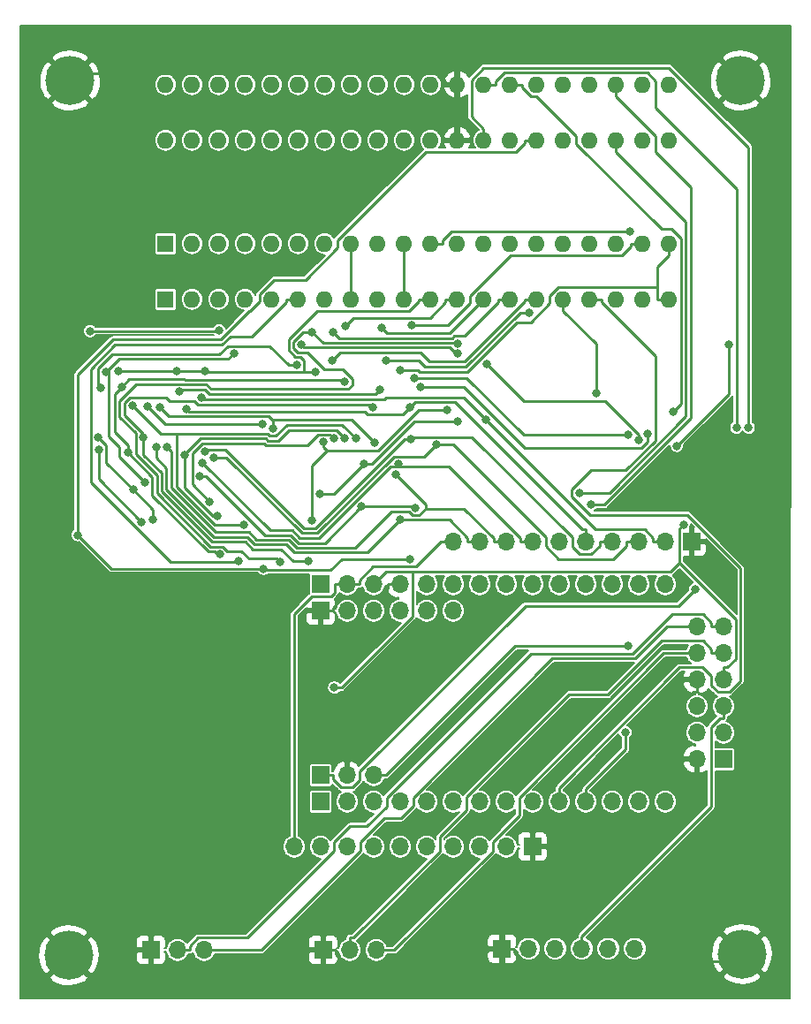
<source format=gbl>
G04 #@! TF.GenerationSoftware,KiCad,Pcbnew,(5.1.2-1)-1*
G04 #@! TF.CreationDate,2019-09-02T17:54:29+01:00*
G04 #@! TF.ProjectId,tranZPUter,7472616e-5a50-4557-9465-722e6b696361,rev?*
G04 #@! TF.SameCoordinates,Original*
G04 #@! TF.FileFunction,Copper,L2,Bot*
G04 #@! TF.FilePolarity,Positive*
%FSLAX46Y46*%
G04 Gerber Fmt 4.6, Leading zero omitted, Abs format (unit mm)*
G04 Created by KiCad (PCBNEW (5.1.2-1)-1) date 2019-09-02 17:54:29*
%MOMM*%
%LPD*%
G04 APERTURE LIST*
%ADD10O,1.600000X1.600000*%
%ADD11R,1.600000X1.600000*%
%ADD12C,4.700000*%
%ADD13O,1.700000X1.700000*%
%ADD14R,1.700000X1.700000*%
%ADD15C,0.800000*%
%ADD16C,0.250000*%
%ADD17C,0.155000*%
G04 APERTURE END LIST*
D10*
X69351000Y-57116000D03*
X117611000Y-72356000D03*
X71891000Y-57116000D03*
X115071000Y-72356000D03*
X74431000Y-57116000D03*
X112531000Y-72356000D03*
X76971000Y-57116000D03*
X109991000Y-72356000D03*
X79511000Y-57116000D03*
X107451000Y-72356000D03*
X82051000Y-57116000D03*
X104911000Y-72356000D03*
X84591000Y-57116000D03*
X102371000Y-72356000D03*
X87131000Y-57116000D03*
X99831000Y-72356000D03*
X89671000Y-57116000D03*
X97291000Y-72356000D03*
X92211000Y-57116000D03*
X94751000Y-72356000D03*
X94751000Y-57116000D03*
X92211000Y-72356000D03*
X97291000Y-57116000D03*
X89671000Y-72356000D03*
X99831000Y-57116000D03*
X87131000Y-72356000D03*
X102371000Y-57116000D03*
X84591000Y-72356000D03*
X104911000Y-57116000D03*
X82051000Y-72356000D03*
X107451000Y-57116000D03*
X79511000Y-72356000D03*
X109991000Y-57116000D03*
X76971000Y-72356000D03*
X112531000Y-57116000D03*
X74431000Y-72356000D03*
X115071000Y-57116000D03*
X71891000Y-72356000D03*
X117611000Y-57116000D03*
D11*
X69351000Y-72356000D03*
D10*
X69351000Y-62450000D03*
X117611000Y-77690000D03*
X71891000Y-62450000D03*
X115071000Y-77690000D03*
X74431000Y-62450000D03*
X112531000Y-77690000D03*
X76971000Y-62450000D03*
X109991000Y-77690000D03*
X79511000Y-62450000D03*
X107451000Y-77690000D03*
X82051000Y-62450000D03*
X104911000Y-77690000D03*
X84591000Y-62450000D03*
X102371000Y-77690000D03*
X87131000Y-62450000D03*
X99831000Y-77690000D03*
X89671000Y-62450000D03*
X97291000Y-77690000D03*
X92211000Y-62450000D03*
X94751000Y-77690000D03*
X94751000Y-62450000D03*
X92211000Y-77690000D03*
X97291000Y-62450000D03*
X89671000Y-77690000D03*
X99831000Y-62450000D03*
X87131000Y-77690000D03*
X102371000Y-62450000D03*
X84591000Y-77690000D03*
X104911000Y-62450000D03*
X82051000Y-77690000D03*
X107451000Y-62450000D03*
X79511000Y-77690000D03*
X109991000Y-62450000D03*
X76971000Y-77690000D03*
X112531000Y-62450000D03*
X74431000Y-77690000D03*
X115071000Y-62450000D03*
X71891000Y-77690000D03*
X117611000Y-62450000D03*
D11*
X69351000Y-77690000D03*
D12*
X124596000Y-140428000D03*
X60080000Y-140555000D03*
X124469000Y-56735000D03*
X60207000Y-56735000D03*
D13*
X96910000Y-100931000D03*
X99450000Y-100931000D03*
X101990000Y-100931000D03*
X104530000Y-100931000D03*
X107070000Y-100931000D03*
X109610000Y-100931000D03*
X112150000Y-100931000D03*
X114690000Y-100931000D03*
X117230000Y-100931000D03*
D14*
X119770000Y-100931000D03*
D13*
X81670000Y-130141000D03*
X84210000Y-130141000D03*
X86750000Y-130141000D03*
X89290000Y-130141000D03*
X91830000Y-130141000D03*
X94370000Y-130141000D03*
X96910000Y-130141000D03*
X99450000Y-130141000D03*
X101990000Y-130141000D03*
D14*
X104530000Y-130141000D03*
D13*
X120278000Y-109059000D03*
X122818000Y-109059000D03*
X120278000Y-111599000D03*
X122818000Y-111599000D03*
X120278000Y-114139000D03*
X122818000Y-114139000D03*
X120278000Y-116679000D03*
X122818000Y-116679000D03*
X120278000Y-119219000D03*
X122818000Y-119219000D03*
X120278000Y-121759000D03*
D14*
X122818000Y-121759000D03*
D13*
X117230000Y-104995000D03*
X114690000Y-104995000D03*
X112150000Y-104995000D03*
X109610000Y-104995000D03*
X107070000Y-104995000D03*
X104530000Y-104995000D03*
X101990000Y-104995000D03*
X99450000Y-104995000D03*
X96910000Y-104995000D03*
X94370000Y-104995000D03*
X91830000Y-104995000D03*
X89290000Y-104995000D03*
X86750000Y-104995000D03*
D14*
X84210000Y-104995000D03*
D13*
X96910000Y-107535000D03*
X94370000Y-107535000D03*
X91830000Y-107535000D03*
X89290000Y-107535000D03*
X86750000Y-107535000D03*
D14*
X84210000Y-107535000D03*
D13*
X89290000Y-123283000D03*
X86750000Y-123283000D03*
D14*
X84210000Y-123283000D03*
D13*
X117230000Y-125823000D03*
X114690000Y-125823000D03*
X112150000Y-125823000D03*
X109610000Y-125823000D03*
X107070000Y-125823000D03*
X104530000Y-125823000D03*
X101990000Y-125823000D03*
X99450000Y-125823000D03*
X96910000Y-125823000D03*
X94370000Y-125823000D03*
X91830000Y-125823000D03*
X89290000Y-125823000D03*
X86750000Y-125823000D03*
D14*
X84210000Y-125823000D03*
D13*
X114309000Y-139920000D03*
X111769000Y-139920000D03*
X109229000Y-139920000D03*
X106689000Y-139920000D03*
X104149000Y-139920000D03*
D14*
X101609000Y-139920000D03*
D13*
X89544000Y-140047000D03*
X87004000Y-140047000D03*
D14*
X84464000Y-140047000D03*
D13*
X73034000Y-140047000D03*
X70494000Y-140047000D03*
D14*
X67954000Y-140047000D03*
D15*
X113819900Y-71208300D03*
X83744300Y-84619300D03*
X70391600Y-84577600D03*
X73142900Y-84577600D03*
X64787400Y-84577600D03*
X116344900Y-116342500D03*
X85322700Y-83564100D03*
X85410700Y-80833500D03*
X90019300Y-80378600D03*
X86561000Y-80238800D03*
X72796900Y-87062300D03*
X100040100Y-89221700D03*
X73971700Y-92834000D03*
X95296400Y-91596600D03*
X73159600Y-92231100D03*
X92848400Y-91073800D03*
X71342500Y-88167700D03*
X92780600Y-88035600D03*
X70669400Y-86518100D03*
X89913600Y-86367000D03*
X91637300Y-93467700D03*
X72893300Y-93365200D03*
X69473900Y-91878000D03*
X91409400Y-94488700D03*
X68450500Y-91865400D03*
X91851900Y-98821500D03*
X89380400Y-91450400D03*
X79638300Y-90057200D03*
X68788700Y-88071500D03*
X67598000Y-87910100D03*
X78618500Y-89635100D03*
X83034600Y-102788900D03*
X89180500Y-88015200D03*
X67216400Y-90913200D03*
X76874200Y-99275300D03*
X66143900Y-87873400D03*
X87561000Y-91023600D03*
X86514500Y-85567200D03*
X74553000Y-102101400D03*
X65760800Y-92380400D03*
X65125600Y-86096500D03*
X74297400Y-98440300D03*
X71168000Y-92609200D03*
X86532900Y-91021300D03*
X85458800Y-91014500D03*
X73546200Y-97076200D03*
X62949600Y-92093600D03*
X67070000Y-99012400D03*
X81899900Y-83930800D03*
X63136700Y-86179800D03*
X91807800Y-84472600D03*
X92895600Y-80196300D03*
X110600500Y-86694100D03*
X113436600Y-119191500D03*
X60938300Y-100271000D03*
X78722200Y-103491100D03*
X92729300Y-102586100D03*
X76313500Y-102735800D03*
X104193000Y-78963600D03*
X90491300Y-83566600D03*
X117973200Y-88499400D03*
X115560300Y-90587100D03*
X93754400Y-86107100D03*
X124056300Y-89995900D03*
X113675800Y-90690500D03*
X93220500Y-85208200D03*
X123359400Y-82026800D03*
X118354600Y-91730400D03*
X100127100Y-83844900D03*
X114670700Y-91146000D03*
X110132900Y-97360100D03*
X63598800Y-84634700D03*
X75876500Y-82877500D03*
X67358300Y-95238700D03*
X62098000Y-80724200D03*
X74480500Y-80649500D03*
X66223700Y-95950100D03*
X62909800Y-90919000D03*
X68105000Y-98779200D03*
X93315600Y-97651000D03*
X72636600Y-94597400D03*
X88134500Y-97518300D03*
X109060500Y-96272800D03*
X118977000Y-99277600D03*
X85524600Y-114892600D03*
X113670800Y-110921100D03*
X97302300Y-89351500D03*
X84125800Y-96371400D03*
X88390700Y-93471800D03*
X97309400Y-82903300D03*
X82310900Y-82029800D03*
X84457300Y-91369700D03*
X83397200Y-98890200D03*
X96298800Y-88273700D03*
X80305300Y-102841100D03*
X97316800Y-81902900D03*
X83382200Y-80802300D03*
X120095100Y-105458600D03*
X125231000Y-90004200D03*
D16*
X94751000Y-72356000D02*
X95876300Y-72356000D01*
X95876300Y-72356000D02*
X95876300Y-72074700D01*
X95876300Y-72074700D02*
X96742700Y-71208300D01*
X96742700Y-71208300D02*
X113819900Y-71208300D01*
X82627700Y-84619300D02*
X82588600Y-84658400D01*
X82588600Y-84658400D02*
X73223700Y-84658400D01*
X73223700Y-84658400D02*
X73142900Y-84577600D01*
X93625700Y-77690000D02*
X93625700Y-77882800D01*
X93625700Y-77882800D02*
X92693200Y-78815300D01*
X92693200Y-78815300D02*
X83862800Y-78815300D01*
X83862800Y-78815300D02*
X81131500Y-81546600D01*
X81131500Y-81546600D02*
X81131500Y-82572700D01*
X81131500Y-82572700D02*
X81764300Y-83205500D01*
X81764300Y-83205500D02*
X82309100Y-83205500D01*
X82309100Y-83205500D02*
X82627700Y-83524100D01*
X82627700Y-83524100D02*
X82627700Y-84619300D01*
X82627700Y-84619300D02*
X83744300Y-84619300D01*
X70391600Y-84577600D02*
X64787400Y-84577600D01*
X70391600Y-84577600D02*
X73142900Y-84577600D01*
X94751000Y-77690000D02*
X93625700Y-77690000D01*
X95734700Y-100931000D02*
X93349200Y-103316500D01*
X93349200Y-103316500D02*
X89236500Y-103316500D01*
X89236500Y-103316500D02*
X87925300Y-104627700D01*
X87925300Y-104627700D02*
X87925300Y-104995000D01*
X85574700Y-104995000D02*
X85574700Y-105803100D01*
X85574700Y-105803100D02*
X85207500Y-106170300D01*
X85207500Y-106170300D02*
X83352200Y-106170300D01*
X83352200Y-106170300D02*
X81670000Y-107852500D01*
X81670000Y-107852500D02*
X81670000Y-130141000D01*
X86750000Y-104995000D02*
X87925300Y-104995000D01*
X96910000Y-100931000D02*
X95734700Y-100931000D01*
X86750000Y-104995000D02*
X85574700Y-104995000D01*
X117910200Y-117314800D02*
X119910700Y-115314300D01*
X119910700Y-115314300D02*
X120278000Y-115314300D01*
X117910200Y-120566500D02*
X117910200Y-117314800D01*
X117910200Y-117314800D02*
X117317200Y-117314800D01*
X117317200Y-117314800D02*
X116344900Y-116342500D01*
X97291000Y-57116000D02*
X96165700Y-57116000D01*
X60207000Y-56735000D02*
X60951300Y-55990700D01*
X60951300Y-55990700D02*
X95321800Y-55990700D01*
X95321800Y-55990700D02*
X96165700Y-56834600D01*
X96165700Y-56834600D02*
X96165700Y-57116000D01*
X117910200Y-120566500D02*
X119102700Y-121759000D01*
X104530000Y-130141000D02*
X106956200Y-130141000D01*
X106956200Y-130141000D02*
X110880000Y-126217200D01*
X110880000Y-126217200D02*
X110880000Y-125338900D01*
X110880000Y-125338900D02*
X115652400Y-120566500D01*
X115652400Y-120566500D02*
X117910200Y-120566500D01*
X120278000Y-114139000D02*
X120278000Y-115314300D01*
X120278000Y-121759000D02*
X119102700Y-121759000D01*
X84464000Y-140047000D02*
X85639300Y-140047000D01*
X101609000Y-139920000D02*
X100433700Y-139920000D01*
X100433700Y-139920000D02*
X99131400Y-141222300D01*
X99131400Y-141222300D02*
X86447200Y-141222300D01*
X86447200Y-141222300D02*
X85639300Y-140414400D01*
X85639300Y-140414400D02*
X85639300Y-140047000D01*
X102196700Y-139920000D02*
X101609000Y-139920000D01*
X84210000Y-108710300D02*
X84210000Y-119567700D01*
X84210000Y-119567700D02*
X86750000Y-122107700D01*
X84210000Y-107535000D02*
X84210000Y-108710300D01*
X91830000Y-104995000D02*
X90654700Y-104995000D01*
X90654700Y-104995000D02*
X90654700Y-105362400D01*
X90654700Y-105362400D02*
X89846800Y-106170300D01*
X89846800Y-106170300D02*
X86439900Y-106170300D01*
X86439900Y-106170300D02*
X85385300Y-107224900D01*
X85385300Y-107224900D02*
X85385300Y-107535000D01*
X84210000Y-107535000D02*
X85385300Y-107535000D01*
X102196700Y-139920000D02*
X102784300Y-139920000D01*
X86750000Y-123283000D02*
X86750000Y-122107700D01*
X124596000Y-140428000D02*
X123928700Y-141095300D01*
X123928700Y-141095300D02*
X103592200Y-141095300D01*
X103592200Y-141095300D02*
X102784300Y-140287400D01*
X102784300Y-140287400D02*
X102784300Y-139920000D01*
X104911000Y-77690000D02*
X103785700Y-77690000D01*
X85322700Y-83564100D02*
X86060400Y-82826400D01*
X86060400Y-82826400D02*
X93806700Y-82826400D01*
X93806700Y-82826400D02*
X94609000Y-83628700D01*
X94609000Y-83628700D02*
X98023900Y-83628700D01*
X98023900Y-83628700D02*
X103785700Y-77866900D01*
X103785700Y-77866900D02*
X103785700Y-77690000D01*
X101245700Y-77690000D02*
X101245700Y-77971300D01*
X101245700Y-77971300D02*
X98039400Y-81177600D01*
X98039400Y-81177600D02*
X97016400Y-81177600D01*
X97016400Y-81177600D02*
X96792600Y-81401400D01*
X96792600Y-81401400D02*
X85978600Y-81401400D01*
X85978600Y-81401400D02*
X85410700Y-80833500D01*
X102371000Y-77690000D02*
X101245700Y-77690000D01*
X99831000Y-77690000D02*
X96569900Y-80951100D01*
X96569900Y-80951100D02*
X90591800Y-80951100D01*
X90591800Y-80951100D02*
X90019300Y-80378600D01*
X97291000Y-77690000D02*
X96165700Y-77690000D01*
X96165700Y-77690000D02*
X96165700Y-77971300D01*
X96165700Y-77971300D02*
X94695500Y-79441500D01*
X94695500Y-79441500D02*
X87358300Y-79441500D01*
X87358300Y-79441500D02*
X86561000Y-80238800D01*
X92211000Y-77690000D02*
X92211000Y-72356000D01*
X87131000Y-72356000D02*
X87131000Y-73481300D01*
X87131000Y-77690000D02*
X87131000Y-76564700D01*
X87131000Y-76564700D02*
X87131000Y-73481300D01*
X100040100Y-89221700D02*
X97915200Y-87096800D01*
X97915200Y-87096800D02*
X90452600Y-87096800D01*
X90452600Y-87096800D02*
X90283100Y-87266300D01*
X90283100Y-87266300D02*
X73000900Y-87266300D01*
X73000900Y-87266300D02*
X72796900Y-87062300D01*
X116054700Y-100931000D02*
X116054700Y-100563600D01*
X116054700Y-100563600D02*
X115246800Y-99755700D01*
X115246800Y-99755700D02*
X110574100Y-99755700D01*
X110574100Y-99755700D02*
X100040100Y-89221700D01*
X117230000Y-100931000D02*
X116054700Y-100931000D01*
X95296400Y-91596600D02*
X94150600Y-92742400D01*
X94150600Y-92742400D02*
X91219000Y-92742400D01*
X91219000Y-92742400D02*
X83876600Y-100084800D01*
X83876600Y-100084800D02*
X82396200Y-100084800D01*
X82396200Y-100084800D02*
X75145400Y-92834000D01*
X75145400Y-92834000D02*
X73971700Y-92834000D01*
X113514700Y-100931000D02*
X113514700Y-101298300D01*
X113514700Y-101298300D02*
X112255000Y-102558000D01*
X112255000Y-102558000D02*
X107011000Y-102558000D01*
X107011000Y-102558000D02*
X105800000Y-101347000D01*
X105800000Y-101347000D02*
X105800000Y-100487800D01*
X105800000Y-100487800D02*
X96908800Y-91596600D01*
X96908800Y-91596600D02*
X95296400Y-91596600D01*
X114690000Y-100931000D02*
X113514700Y-100931000D01*
X92848400Y-91073800D02*
X92247400Y-91073800D01*
X92247400Y-91073800D02*
X83686800Y-99634400D01*
X83686800Y-99634400D02*
X82582700Y-99634400D01*
X82582700Y-99634400D02*
X75038000Y-92089700D01*
X75038000Y-92089700D02*
X73301000Y-92089700D01*
X73301000Y-92089700D02*
X73159600Y-92231100D01*
X92848400Y-91073800D02*
X93051000Y-90871200D01*
X93051000Y-90871200D02*
X98704900Y-90871200D01*
X98704900Y-90871200D02*
X108340000Y-100506300D01*
X108340000Y-100506300D02*
X108340000Y-101402400D01*
X108340000Y-101402400D02*
X109045200Y-102107600D01*
X109045200Y-102107600D02*
X110165400Y-102107600D01*
X110165400Y-102107600D02*
X110974700Y-101298300D01*
X110974700Y-101298300D02*
X110974700Y-100931000D01*
X112150000Y-100931000D02*
X110974700Y-100931000D01*
X92780600Y-88035600D02*
X93269000Y-87547200D01*
X93269000Y-87547200D02*
X97076500Y-87547200D01*
X97076500Y-87547200D02*
X109285000Y-99755700D01*
X109285000Y-99755700D02*
X109610000Y-99755700D01*
X92780600Y-88035600D02*
X92069000Y-88747200D01*
X92069000Y-88747200D02*
X88742900Y-88747200D01*
X88742900Y-88747200D02*
X88455100Y-88459400D01*
X88455100Y-88459400D02*
X71634200Y-88459400D01*
X71634200Y-88459400D02*
X71342500Y-88167700D01*
X109610000Y-100931000D02*
X109610000Y-99755700D01*
X89913600Y-86367000D02*
X89493100Y-86787500D01*
X89493100Y-86787500D02*
X73547900Y-86787500D01*
X73547900Y-86787500D02*
X73097300Y-86336900D01*
X73097300Y-86336900D02*
X70850600Y-86336900D01*
X70850600Y-86336900D02*
X70669400Y-86518100D01*
X91637300Y-93723700D02*
X90888200Y-93723700D01*
X90888200Y-93723700D02*
X84076800Y-100535100D01*
X84076800Y-100535100D02*
X82209600Y-100535100D01*
X82209600Y-100535100D02*
X81502300Y-99827800D01*
X81502300Y-99827800D02*
X79355900Y-99827800D01*
X79355900Y-99827800D02*
X72893300Y-93365200D01*
X103354700Y-100931000D02*
X103354700Y-100563700D01*
X103354700Y-100563700D02*
X96514700Y-93723700D01*
X96514700Y-93723700D02*
X91637300Y-93723700D01*
X91637300Y-93723700D02*
X91637300Y-93467700D01*
X104530000Y-100931000D02*
X103354700Y-100931000D01*
X94258900Y-97733500D02*
X94258900Y-97338200D01*
X94258900Y-97338200D02*
X91409400Y-94488700D01*
X69473900Y-91878000D02*
X69884900Y-92289000D01*
X69884900Y-92289000D02*
X69884900Y-95723200D01*
X69884900Y-95723200D02*
X74162300Y-100000600D01*
X74162300Y-100000600D02*
X77335900Y-100000600D01*
X77335900Y-100000600D02*
X78063700Y-100728400D01*
X78063700Y-100728400D02*
X81129100Y-100728400D01*
X81129100Y-100728400D02*
X81888400Y-101487700D01*
X81888400Y-101487700D02*
X87511700Y-101487700D01*
X87511700Y-101487700D02*
X90951600Y-98047800D01*
X90951600Y-98047800D02*
X92686700Y-98047800D01*
X92686700Y-98047800D02*
X93015200Y-98376300D01*
X93015200Y-98376300D02*
X93616100Y-98376300D01*
X93616100Y-98376300D02*
X94258900Y-97733500D01*
X100814700Y-100931000D02*
X100814700Y-100586400D01*
X100814700Y-100586400D02*
X97961800Y-97733500D01*
X97961800Y-97733500D02*
X94258900Y-97733500D01*
X101990000Y-100931000D02*
X100814700Y-100931000D01*
X91851900Y-98821500D02*
X91857000Y-98826600D01*
X91857000Y-98826600D02*
X96537600Y-98826600D01*
X96537600Y-98826600D02*
X98274700Y-100563700D01*
X98274700Y-100563700D02*
X98274700Y-100931000D01*
X68450500Y-91865400D02*
X68450500Y-92850600D01*
X68450500Y-92850600D02*
X69434600Y-93834700D01*
X69434600Y-93834700D02*
X69434600Y-95909800D01*
X69434600Y-95909800D02*
X74000200Y-100475400D01*
X74000200Y-100475400D02*
X77173800Y-100475400D01*
X77173800Y-100475400D02*
X77877100Y-101178700D01*
X77877100Y-101178700D02*
X80942500Y-101178700D01*
X80942500Y-101178700D02*
X81701900Y-101938100D01*
X81701900Y-101938100D02*
X88735300Y-101938100D01*
X88735300Y-101938100D02*
X91851900Y-98821500D01*
X99450000Y-100931000D02*
X98274700Y-100931000D01*
X79638300Y-89340100D02*
X79208000Y-88909800D01*
X79208000Y-88909800D02*
X69627000Y-88909800D01*
X69627000Y-88909800D02*
X68788700Y-88071500D01*
X79638300Y-90057200D02*
X79638300Y-89340100D01*
X89380400Y-91450400D02*
X87170600Y-89240600D01*
X87170600Y-89240600D02*
X79737800Y-89240600D01*
X79737800Y-89240600D02*
X79638300Y-89340100D01*
X67598000Y-87910100D02*
X69323000Y-89635100D01*
X69323000Y-89635100D02*
X78618500Y-89635100D01*
X67216400Y-90913200D02*
X67216400Y-92571700D01*
X67216400Y-92571700D02*
X68984300Y-94339600D01*
X68984300Y-94339600D02*
X68984300Y-96096400D01*
X68984300Y-96096400D02*
X73813700Y-100925800D01*
X73813700Y-100925800D02*
X76987200Y-100925800D01*
X76987200Y-100925800D02*
X77690400Y-101629000D01*
X77690400Y-101629000D02*
X80437600Y-101629000D01*
X80437600Y-101629000D02*
X81597500Y-102788900D01*
X81597500Y-102788900D02*
X83034600Y-102788900D01*
X89180500Y-88015200D02*
X88954900Y-87789600D01*
X88954900Y-87789600D02*
X72448800Y-87789600D01*
X72448800Y-87789600D02*
X72084800Y-87425600D01*
X72084800Y-87425600D02*
X69741000Y-87425600D01*
X69741000Y-87425600D02*
X69417600Y-87102200D01*
X69417600Y-87102200D02*
X65889400Y-87102200D01*
X65889400Y-87102200D02*
X65414600Y-87577000D01*
X65414600Y-87577000D02*
X65414600Y-88792800D01*
X65414600Y-88792800D02*
X67216400Y-90594600D01*
X67216400Y-90594600D02*
X67216400Y-90913200D01*
X70442500Y-90580800D02*
X79136200Y-90580800D01*
X79136200Y-90580800D02*
X79337900Y-90782500D01*
X79337900Y-90782500D02*
X79938800Y-90782500D01*
X79938800Y-90782500D02*
X80977500Y-89743800D01*
X80977500Y-89743800D02*
X86281200Y-89743800D01*
X86281200Y-89743800D02*
X87561000Y-91023600D01*
X66143900Y-87873400D02*
X68851300Y-90580800D01*
X68851300Y-90580800D02*
X70442500Y-90580800D01*
X76874200Y-99275300D02*
X74073900Y-99275300D01*
X74073900Y-99275300D02*
X70442500Y-95643900D01*
X70442500Y-95643900D02*
X70442500Y-90580800D01*
X65760800Y-92380400D02*
X65760800Y-92389900D01*
X65760800Y-92389900D02*
X68083700Y-94712800D01*
X68083700Y-94712800D02*
X68083700Y-96469600D01*
X68083700Y-96469600D02*
X73440500Y-101826400D01*
X73440500Y-101826400D02*
X74018900Y-101826400D01*
X74018900Y-101826400D02*
X74293900Y-102101400D01*
X74293900Y-102101400D02*
X74553000Y-102101400D01*
X86514500Y-85567200D02*
X86338400Y-85391100D01*
X86338400Y-85391100D02*
X71205100Y-85391100D01*
X71205100Y-85391100D02*
X71156500Y-85342500D01*
X71156500Y-85342500D02*
X65879600Y-85342500D01*
X65879600Y-85342500D02*
X65125600Y-86096500D01*
X65760800Y-92380400D02*
X65760800Y-91678000D01*
X65760800Y-91678000D02*
X64469400Y-90386600D01*
X64469400Y-90386600D02*
X64469400Y-86752700D01*
X64469400Y-86752700D02*
X65125600Y-86096500D01*
X71168000Y-92609200D02*
X71168000Y-92544100D01*
X71168000Y-92544100D02*
X72681000Y-91031100D01*
X72681000Y-91031100D02*
X78949600Y-91031100D01*
X78949600Y-91031100D02*
X79151300Y-91232800D01*
X79151300Y-91232800D02*
X80125400Y-91232800D01*
X80125400Y-91232800D02*
X81164100Y-90194100D01*
X81164100Y-90194100D02*
X85705700Y-90194100D01*
X85705700Y-90194100D02*
X86532900Y-91021300D01*
X74297400Y-98440300D02*
X73875800Y-98440300D01*
X73875800Y-98440300D02*
X71168000Y-95732500D01*
X71168000Y-95732500D02*
X71168000Y-92609200D01*
X73546200Y-97076200D02*
X71911200Y-95441200D01*
X71911200Y-95441200D02*
X71911200Y-92437800D01*
X71911200Y-92437800D02*
X72859600Y-91489400D01*
X72859600Y-91489400D02*
X78771000Y-91489400D01*
X78771000Y-91489400D02*
X78964700Y-91683100D01*
X78964700Y-91683100D02*
X82913300Y-91683100D01*
X82913300Y-91683100D02*
X83952000Y-90644400D01*
X83952000Y-90644400D02*
X85088700Y-90644400D01*
X85088700Y-90644400D02*
X85458800Y-91014500D01*
X67070000Y-99012400D02*
X62949600Y-94892000D01*
X62949600Y-94892000D02*
X62949600Y-92093600D01*
X63136700Y-86179800D02*
X62873400Y-85916500D01*
X62873400Y-85916500D02*
X62873400Y-84332700D01*
X62873400Y-84332700D02*
X64254400Y-82951700D01*
X64254400Y-82951700D02*
X74502300Y-82951700D01*
X74502300Y-82951700D02*
X75303700Y-82150300D01*
X75303700Y-82150300D02*
X79345300Y-82150300D01*
X79345300Y-82150300D02*
X81125800Y-83930800D01*
X81125800Y-83930800D02*
X81899900Y-83930800D01*
X116485700Y-76547300D02*
X106979000Y-76547300D01*
X106979000Y-76547300D02*
X106181000Y-77345300D01*
X106181000Y-77345300D02*
X106181000Y-78028600D01*
X106181000Y-78028600D02*
X104324500Y-79885100D01*
X104324500Y-79885100D02*
X103051200Y-79885100D01*
X103051200Y-79885100D02*
X98298300Y-84638000D01*
X98298300Y-84638000D02*
X93676100Y-84638000D01*
X93676100Y-84638000D02*
X93510700Y-84472600D01*
X93510700Y-84472600D02*
X91807800Y-84472600D01*
X116485700Y-76547300D02*
X116485700Y-77690000D01*
X117611000Y-73481300D02*
X116485700Y-74606600D01*
X116485700Y-74606600D02*
X116485700Y-76547300D01*
X117611000Y-72356000D02*
X117611000Y-73481300D01*
X117611000Y-77690000D02*
X116485700Y-77690000D01*
X115071000Y-72356000D02*
X113945700Y-72356000D01*
X92895600Y-80196300D02*
X96377800Y-80196300D01*
X96377800Y-80196300D02*
X98561000Y-78013100D01*
X98561000Y-78013100D02*
X98561000Y-77336300D01*
X98561000Y-77336300D02*
X102416000Y-73481300D01*
X102416000Y-73481300D02*
X113101800Y-73481300D01*
X113101800Y-73481300D02*
X113945700Y-72637400D01*
X113945700Y-72637400D02*
X113945700Y-72356000D01*
X107070000Y-125823000D02*
X107070000Y-124521200D01*
X107070000Y-124521200D02*
X118627600Y-112963600D01*
X118627600Y-112963600D02*
X120803600Y-112963600D01*
X120803600Y-112963600D02*
X121642600Y-113802600D01*
X121642600Y-113802600D02*
X121642600Y-114664600D01*
X121642600Y-114664600D02*
X122293900Y-115315900D01*
X122293900Y-115315900D02*
X123380000Y-115315900D01*
X123380000Y-115315900D02*
X124453900Y-114242000D01*
X124453900Y-114242000D02*
X124453900Y-103446900D01*
X124453900Y-103446900D02*
X119356200Y-98349200D01*
X119356200Y-98349200D02*
X110041700Y-98349200D01*
X110041700Y-98349200D02*
X108295900Y-96603400D01*
X108295900Y-96603400D02*
X108295900Y-95933100D01*
X108295900Y-95933100D02*
X110145500Y-94083500D01*
X110145500Y-94083500D02*
X113415100Y-94083500D01*
X113415100Y-94083500D02*
X116285600Y-91213000D01*
X116285600Y-91213000D02*
X116285600Y-83159200D01*
X116285600Y-83159200D02*
X111116300Y-77989900D01*
X111116300Y-77989900D02*
X111116300Y-77690000D01*
X109991000Y-77690000D02*
X111116300Y-77690000D01*
X109610000Y-124647700D02*
X113436600Y-120821100D01*
X113436600Y-120821100D02*
X113436600Y-119191500D01*
X107451000Y-78815300D02*
X110600500Y-81964800D01*
X110600500Y-81964800D02*
X110600500Y-86694100D01*
X109610000Y-125823000D02*
X109610000Y-124647700D01*
X107451000Y-77690000D02*
X107451000Y-78815300D01*
X104911000Y-62450000D02*
X103785700Y-62450000D01*
X103785700Y-62450000D02*
X103785700Y-62731400D01*
X103785700Y-62731400D02*
X102941800Y-63575300D01*
X102941800Y-63575300D02*
X94303000Y-63575300D01*
X94303000Y-63575300D02*
X85861000Y-72017300D01*
X85861000Y-72017300D02*
X85861000Y-72749300D01*
X85861000Y-72749300D02*
X82753100Y-75857200D01*
X82753100Y-75857200D02*
X79732500Y-75857200D01*
X79732500Y-75857200D02*
X78385600Y-77204100D01*
X78385600Y-77204100D02*
X78385600Y-77883300D01*
X78385600Y-77883300D02*
X77453500Y-78815400D01*
X77453500Y-78815400D02*
X77364800Y-78815400D01*
X77364800Y-78815400D02*
X74648000Y-81532200D01*
X74648000Y-81532200D02*
X64307900Y-81532200D01*
X64307900Y-81532200D02*
X60938300Y-84901800D01*
X60938300Y-84901800D02*
X60938300Y-100271000D01*
X92729300Y-102586100D02*
X86215100Y-102586100D01*
X86215100Y-102586100D02*
X85161400Y-103639800D01*
X85161400Y-103639800D02*
X78870900Y-103639800D01*
X78870900Y-103639800D02*
X78722200Y-103491100D01*
X78722200Y-103491100D02*
X64158400Y-103491100D01*
X64158400Y-103491100D02*
X60938300Y-100271000D01*
X76313500Y-102735800D02*
X76222400Y-102826900D01*
X76222400Y-102826900D02*
X69801100Y-102826900D01*
X69801100Y-102826900D02*
X62181100Y-95206900D01*
X62181100Y-95206900D02*
X62181100Y-84358700D01*
X62181100Y-84358700D02*
X64488700Y-82051100D01*
X64488700Y-82051100D02*
X74766000Y-82051100D01*
X74766000Y-82051100D02*
X75553100Y-81264000D01*
X75553100Y-81264000D02*
X77633100Y-81264000D01*
X77633100Y-81264000D02*
X80925700Y-77971400D01*
X80925700Y-77971400D02*
X80925700Y-77690000D01*
X82051000Y-77690000D02*
X80925700Y-77690000D01*
X90491300Y-83566600D02*
X93617600Y-83566600D01*
X93617600Y-83566600D02*
X94198200Y-84147200D01*
X94198200Y-84147200D02*
X98142300Y-84147200D01*
X98142300Y-84147200D02*
X103325900Y-78963600D01*
X103325900Y-78963600D02*
X104193000Y-78963600D01*
X103496300Y-57116000D02*
X103496300Y-57397400D01*
X103496300Y-57397400D02*
X104340200Y-58241300D01*
X104340200Y-58241300D02*
X104892400Y-58241300D01*
X104892400Y-58241300D02*
X108721000Y-62069900D01*
X108721000Y-62069900D02*
X108721000Y-62793700D01*
X108721000Y-62793700D02*
X116855700Y-70928400D01*
X116855700Y-70928400D02*
X117796100Y-70928400D01*
X117796100Y-70928400D02*
X118771300Y-71903600D01*
X118771300Y-71903600D02*
X118771300Y-87701300D01*
X118771300Y-87701300D02*
X117973200Y-88499400D01*
X102371000Y-57116000D02*
X103496300Y-57116000D01*
X115560300Y-90587100D02*
X115560300Y-91301400D01*
X115560300Y-91301400D02*
X114959100Y-91902600D01*
X114959100Y-91902600D02*
X103752000Y-91902600D01*
X103752000Y-91902600D02*
X97956500Y-86107100D01*
X97956500Y-86107100D02*
X93754400Y-86107100D01*
X100956300Y-57116000D02*
X100956300Y-56834700D01*
X100956300Y-56834700D02*
X101828700Y-55962300D01*
X101828700Y-55962300D02*
X115544300Y-55962300D01*
X115544300Y-55962300D02*
X116341000Y-56759000D01*
X116341000Y-56759000D02*
X116341000Y-59350800D01*
X116341000Y-59350800D02*
X124084700Y-67094500D01*
X124084700Y-67094500D02*
X124084700Y-89967500D01*
X124084700Y-89967500D02*
X124056300Y-89995900D01*
X99831000Y-57116000D02*
X100956300Y-57116000D01*
X93220500Y-85208200D02*
X98212300Y-85208200D01*
X98212300Y-85208200D02*
X103694600Y-90690500D01*
X103694600Y-90690500D02*
X113675800Y-90690500D01*
X114670700Y-91146000D02*
X114670700Y-90659600D01*
X114670700Y-90659600D02*
X111457400Y-87446300D01*
X111457400Y-87446300D02*
X103728500Y-87446300D01*
X103728500Y-87446300D02*
X100127100Y-83844900D01*
X123359400Y-82026800D02*
X123359400Y-86725600D01*
X123359400Y-86725600D02*
X118354600Y-91730400D01*
X112531000Y-58241300D02*
X116341000Y-62051300D01*
X116341000Y-62051300D02*
X116341000Y-63575400D01*
X116341000Y-63575400D02*
X119714000Y-66948400D01*
X119714000Y-66948400D02*
X119714000Y-89058400D01*
X119714000Y-89058400D02*
X111412300Y-97360100D01*
X111412300Y-97360100D02*
X110132900Y-97360100D01*
X112531000Y-57116000D02*
X112531000Y-58241300D01*
X73034000Y-140047000D02*
X78535700Y-140047000D01*
X78535700Y-140047000D02*
X88020000Y-130562700D01*
X88020000Y-130562700D02*
X88020000Y-129712800D01*
X88020000Y-129712800D02*
X90345000Y-127387800D01*
X90345000Y-127387800D02*
X91940800Y-127387800D01*
X91940800Y-127387800D02*
X93100000Y-126228600D01*
X93100000Y-126228600D02*
X93100000Y-125427000D01*
X93100000Y-125427000D02*
X106430300Y-112096700D01*
X106430300Y-112096700D02*
X114326400Y-112096700D01*
X114326400Y-112096700D02*
X117364100Y-109059000D01*
X117364100Y-109059000D02*
X119102700Y-109059000D01*
X120278000Y-109059000D02*
X119102700Y-109059000D01*
X63922800Y-84634700D02*
X63922800Y-84389900D01*
X63922800Y-84389900D02*
X64910700Y-83402000D01*
X64910700Y-83402000D02*
X75352000Y-83402000D01*
X75352000Y-83402000D02*
X75876500Y-82877500D01*
X67358300Y-95238700D02*
X64925800Y-92806200D01*
X64925800Y-92806200D02*
X64925800Y-91869400D01*
X64925800Y-91869400D02*
X63922800Y-90866400D01*
X63922800Y-90866400D02*
X63922800Y-84634700D01*
X63922800Y-84634700D02*
X63598800Y-84634700D01*
X62098000Y-80724200D02*
X74405800Y-80724200D01*
X74405800Y-80724200D02*
X74480500Y-80649500D01*
X66223700Y-95950100D02*
X63674900Y-93401300D01*
X63674900Y-93401300D02*
X63674900Y-91684100D01*
X63674900Y-91684100D02*
X62909800Y-90919000D01*
X68105000Y-98779200D02*
X68105000Y-97831400D01*
X68105000Y-97831400D02*
X66223700Y-95950100D01*
X93315600Y-97651000D02*
X93182900Y-97518300D01*
X93182900Y-97518300D02*
X88134500Y-97518300D01*
X88134500Y-97518300D02*
X84615500Y-101037300D01*
X84615500Y-101037300D02*
X82074900Y-101037300D01*
X82074900Y-101037300D02*
X81315700Y-100278100D01*
X81315700Y-100278100D02*
X78902800Y-100278100D01*
X78902800Y-100278100D02*
X73222100Y-94597400D01*
X73222100Y-94597400D02*
X72636600Y-94597400D01*
X71669300Y-140047000D02*
X71669300Y-139679600D01*
X71669300Y-139679600D02*
X72477200Y-138871700D01*
X72477200Y-138871700D02*
X77147200Y-138871700D01*
X77147200Y-138871700D02*
X85480000Y-130538900D01*
X85480000Y-130538900D02*
X85480000Y-129731200D01*
X85480000Y-129731200D02*
X87039400Y-128171800D01*
X87039400Y-128171800D02*
X88655500Y-128171800D01*
X88655500Y-128171800D02*
X90560000Y-126267300D01*
X90560000Y-126267300D02*
X90560000Y-125427900D01*
X90560000Y-125427900D02*
X104341500Y-111646400D01*
X104341500Y-111646400D02*
X114122900Y-111646400D01*
X114122900Y-111646400D02*
X117885600Y-107883700D01*
X117885600Y-107883700D02*
X120834800Y-107883700D01*
X120834800Y-107883700D02*
X121642700Y-108691600D01*
X121642700Y-108691600D02*
X121642700Y-109059000D01*
X122818000Y-109059000D02*
X121642700Y-109059000D01*
X70494000Y-140047000D02*
X71669300Y-140047000D01*
X112531000Y-63575300D02*
X119221700Y-70266000D01*
X119221700Y-70266000D02*
X119221700Y-88913800D01*
X119221700Y-88913800D02*
X111862700Y-96272800D01*
X111862700Y-96272800D02*
X109060500Y-96272800D01*
X112531000Y-62450000D02*
X112531000Y-63575300D01*
X118594600Y-102929900D02*
X123993300Y-108328600D01*
X123993300Y-108328600D02*
X123993300Y-112155800D01*
X123993300Y-112155800D02*
X123185400Y-112963700D01*
X123185400Y-112963700D02*
X122818000Y-112963700D01*
X93017700Y-103819600D02*
X117704900Y-103819600D01*
X117704900Y-103819600D02*
X118594600Y-102929900D01*
X118594600Y-102929900D02*
X118594600Y-99660000D01*
X118594600Y-99660000D02*
X118977000Y-99277600D01*
X89290000Y-104995000D02*
X90465400Y-103819600D01*
X90465400Y-103819600D02*
X93017700Y-103819600D01*
X93017700Y-103819600D02*
X93017700Y-108096200D01*
X93017700Y-108096200D02*
X86221300Y-114892600D01*
X86221300Y-114892600D02*
X85524600Y-114892600D01*
X122818000Y-114139000D02*
X122818000Y-112963700D01*
X90465300Y-123283000D02*
X102827200Y-110921100D01*
X102827200Y-110921100D02*
X113670800Y-110921100D01*
X89290000Y-123283000D02*
X90465300Y-123283000D01*
X89544000Y-140047000D02*
X90719300Y-140047000D01*
X119102700Y-111599000D02*
X117080200Y-111599000D01*
X117080200Y-111599000D02*
X103260000Y-125419200D01*
X103260000Y-125419200D02*
X103260000Y-127177200D01*
X103260000Y-127177200D02*
X100720000Y-129717200D01*
X100720000Y-129717200D02*
X100720000Y-130587300D01*
X100720000Y-130587300D02*
X91260300Y-140047000D01*
X91260300Y-140047000D02*
X90719300Y-140047000D01*
X120278000Y-111599000D02*
X119102700Y-111599000D01*
X122818000Y-111599000D02*
X121642700Y-111599000D01*
X87004000Y-140047000D02*
X87004000Y-138871700D01*
X87004000Y-138871700D02*
X87371300Y-138871700D01*
X87371300Y-138871700D02*
X95640000Y-130603000D01*
X95640000Y-130603000D02*
X95640000Y-129209300D01*
X95640000Y-129209300D02*
X98180000Y-126669300D01*
X98180000Y-126669300D02*
X98180000Y-125405700D01*
X98180000Y-125405700D02*
X108022200Y-115563500D01*
X108022200Y-115563500D02*
X111773600Y-115563500D01*
X111773600Y-115563500D02*
X116913400Y-110423700D01*
X116913400Y-110423700D02*
X120834800Y-110423700D01*
X120834800Y-110423700D02*
X121642700Y-111231600D01*
X121642700Y-111231600D02*
X121642700Y-111599000D01*
X122818000Y-116679000D02*
X122818000Y-117854300D01*
X109229000Y-139920000D02*
X109229000Y-138744700D01*
X109229000Y-138744700D02*
X121642700Y-126331000D01*
X121642700Y-126331000D02*
X121642700Y-118662200D01*
X121642700Y-118662200D02*
X122450600Y-117854300D01*
X122450600Y-117854300D02*
X122818000Y-117854300D01*
X88390700Y-93471800D02*
X85491100Y-96371400D01*
X85491100Y-96371400D02*
X84125800Y-96371400D01*
X88390700Y-93471800D02*
X89110400Y-93471800D01*
X89110400Y-93471800D02*
X93230700Y-89351500D01*
X93230700Y-89351500D02*
X97302300Y-89351500D01*
X82310900Y-82029800D02*
X82583100Y-82302000D01*
X82583100Y-82302000D02*
X96584100Y-82302000D01*
X96584100Y-82302000D02*
X97185400Y-82903300D01*
X97185400Y-82903300D02*
X97309400Y-82903300D01*
X84848200Y-92213400D02*
X84457300Y-91822500D01*
X84457300Y-91822500D02*
X84457300Y-91369700D01*
X84848200Y-92213400D02*
X83397200Y-93664400D01*
X83397200Y-93664400D02*
X83397200Y-98890200D01*
X96298800Y-88273700D02*
X93649600Y-88273700D01*
X93649600Y-88273700D02*
X89709900Y-92213400D01*
X89709900Y-92213400D02*
X84848200Y-92213400D01*
X83382200Y-80802300D02*
X82512700Y-80802300D01*
X82512700Y-80802300D02*
X81585600Y-81729400D01*
X81585600Y-81729400D02*
X81585600Y-82351100D01*
X81585600Y-82351100D02*
X81989700Y-82755200D01*
X81989700Y-82755200D02*
X82906000Y-82755200D01*
X82906000Y-82755200D02*
X84516200Y-84365400D01*
X84516200Y-84365400D02*
X86338500Y-84365400D01*
X86338500Y-84365400D02*
X87261500Y-85288400D01*
X87261500Y-85288400D02*
X87261500Y-85892100D01*
X87261500Y-85892100D02*
X86861000Y-86292600D01*
X86861000Y-86292600D02*
X73689900Y-86292600D01*
X73689900Y-86292600D02*
X73238700Y-85841400D01*
X73238700Y-85841400D02*
X71018500Y-85841400D01*
X71018500Y-85841400D02*
X70969900Y-85792800D01*
X70969900Y-85792800D02*
X66561000Y-85792800D01*
X66561000Y-85792800D02*
X64920000Y-87433800D01*
X64920000Y-87433800D02*
X64920000Y-88935100D01*
X64920000Y-88935100D02*
X66491100Y-90506200D01*
X66491100Y-90506200D02*
X66491100Y-92483300D01*
X66491100Y-92483300D02*
X68534000Y-94526200D01*
X68534000Y-94526200D02*
X68534000Y-96283000D01*
X68534000Y-96283000D02*
X73627100Y-101376100D01*
X73627100Y-101376100D02*
X74853500Y-101376100D01*
X74853500Y-101376100D02*
X75278300Y-101800900D01*
X75278300Y-101800900D02*
X75278300Y-101801000D01*
X75278300Y-101801000D02*
X76588600Y-101801000D01*
X76588600Y-101801000D02*
X77317200Y-102529600D01*
X77317200Y-102529600D02*
X79993800Y-102529600D01*
X79993800Y-102529600D02*
X80305300Y-102841100D01*
X83382200Y-80802300D02*
X84431600Y-81851700D01*
X84431600Y-81851700D02*
X97265600Y-81851700D01*
X97265600Y-81851700D02*
X97316800Y-81902900D01*
X84210000Y-123283000D02*
X85385300Y-123283000D01*
X85385300Y-123283000D02*
X85385300Y-123650300D01*
X85385300Y-123650300D02*
X86193400Y-124458400D01*
X86193400Y-124458400D02*
X87275600Y-124458400D01*
X87275600Y-124458400D02*
X87935800Y-123798200D01*
X87935800Y-123798200D02*
X87935800Y-122952900D01*
X87935800Y-122952900D02*
X103843100Y-107045600D01*
X103843100Y-107045600D02*
X118508100Y-107045600D01*
X118508100Y-107045600D02*
X120095100Y-105458600D01*
X99831000Y-61324700D02*
X98666900Y-60160600D01*
X98666900Y-60160600D02*
X98666900Y-56680400D01*
X98666900Y-56680400D02*
X99835500Y-55511800D01*
X99835500Y-55511800D02*
X117608400Y-55511800D01*
X117608400Y-55511800D02*
X125231000Y-63134400D01*
X125231000Y-63134400D02*
X125231000Y-90004200D01*
X99831000Y-62450000D02*
X99831000Y-61324700D01*
D17*
G36*
X129139883Y-144717500D02*
G01*
X55409500Y-144717500D01*
X55409500Y-142658124D01*
X58226484Y-142658124D01*
X58492105Y-143040830D01*
X59007578Y-143302848D01*
X59564262Y-143459268D01*
X60140767Y-143504079D01*
X60714935Y-143435558D01*
X61264704Y-143256339D01*
X61667895Y-143040830D01*
X61933516Y-142658124D01*
X61806516Y-142531124D01*
X122742484Y-142531124D01*
X123008105Y-142913830D01*
X123523578Y-143175848D01*
X124080262Y-143332268D01*
X124656767Y-143377079D01*
X125230935Y-143308558D01*
X125780704Y-143129339D01*
X126183895Y-142913830D01*
X126449516Y-142531124D01*
X124596000Y-140677609D01*
X122742484Y-142531124D01*
X61806516Y-142531124D01*
X60080000Y-140804609D01*
X58226484Y-142658124D01*
X55409500Y-142658124D01*
X55409500Y-140615767D01*
X57130921Y-140615767D01*
X57199442Y-141189935D01*
X57378661Y-141739704D01*
X57594170Y-142142895D01*
X57976876Y-142408516D01*
X59830391Y-140555000D01*
X60329609Y-140555000D01*
X62183124Y-142408516D01*
X62565830Y-142142895D01*
X62827848Y-141627422D01*
X62984268Y-141070738D01*
X62997772Y-140897000D01*
X66515667Y-140897000D01*
X66526972Y-141011778D01*
X66560451Y-141122145D01*
X66614819Y-141223860D01*
X66687986Y-141313014D01*
X66777140Y-141386181D01*
X66878855Y-141440549D01*
X66989222Y-141474028D01*
X67104000Y-141485333D01*
X67631125Y-141482500D01*
X67777500Y-141336125D01*
X67777500Y-140223500D01*
X66664875Y-140223500D01*
X66518500Y-140369875D01*
X66515667Y-140897000D01*
X62997772Y-140897000D01*
X63029079Y-140494233D01*
X62960558Y-139920065D01*
X62781339Y-139370296D01*
X62688711Y-139197000D01*
X66515667Y-139197000D01*
X66518500Y-139724125D01*
X66664875Y-139870500D01*
X67777500Y-139870500D01*
X67777500Y-138757875D01*
X67631125Y-138611500D01*
X67104000Y-138608667D01*
X66989222Y-138619972D01*
X66878855Y-138653451D01*
X66777140Y-138707819D01*
X66687986Y-138780986D01*
X66614819Y-138870140D01*
X66560451Y-138971855D01*
X66526972Y-139082222D01*
X66515667Y-139197000D01*
X62688711Y-139197000D01*
X62565830Y-138967105D01*
X62183124Y-138701484D01*
X60329609Y-140555000D01*
X59830391Y-140555000D01*
X57976876Y-138701484D01*
X57594170Y-138967105D01*
X57332152Y-139482578D01*
X57175732Y-140039262D01*
X57130921Y-140615767D01*
X55409500Y-140615767D01*
X55409500Y-138451876D01*
X58226484Y-138451876D01*
X60080000Y-140305391D01*
X61933516Y-138451876D01*
X61667895Y-138069170D01*
X61152422Y-137807152D01*
X60595738Y-137650732D01*
X60019233Y-137605921D01*
X59445065Y-137674442D01*
X58895296Y-137853661D01*
X58492105Y-138069170D01*
X58226484Y-138451876D01*
X55409500Y-138451876D01*
X55409500Y-100204272D01*
X60260800Y-100204272D01*
X60260800Y-100337728D01*
X60286836Y-100468619D01*
X60337907Y-100591917D01*
X60412051Y-100702881D01*
X60506419Y-100797249D01*
X60617383Y-100871393D01*
X60740681Y-100922464D01*
X60871572Y-100948500D01*
X61005028Y-100948500D01*
X61039686Y-100941606D01*
X63859813Y-103761734D01*
X63872413Y-103777087D01*
X63887766Y-103789687D01*
X63887768Y-103789689D01*
X63933701Y-103827385D01*
X64003625Y-103864760D01*
X64079496Y-103887776D01*
X64138631Y-103893600D01*
X64138640Y-103893600D01*
X64158399Y-103895546D01*
X64178158Y-103893600D01*
X78176319Y-103893600D01*
X78195951Y-103922981D01*
X78290319Y-104017349D01*
X78401283Y-104091493D01*
X78524581Y-104142564D01*
X78655472Y-104168600D01*
X78788928Y-104168600D01*
X78919819Y-104142564D01*
X79043117Y-104091493D01*
X79116739Y-104042300D01*
X83101168Y-104042300D01*
X83086516Y-104090601D01*
X83081158Y-104145000D01*
X83081158Y-105845000D01*
X83083623Y-105870025D01*
X83081568Y-105871711D01*
X83081566Y-105871713D01*
X83066213Y-105884313D01*
X83053613Y-105899666D01*
X81399371Y-107553909D01*
X81384013Y-107566513D01*
X81333715Y-107627802D01*
X81296340Y-107697726D01*
X81273324Y-107773597D01*
X81267500Y-107832732D01*
X81267500Y-107832741D01*
X81265554Y-107852500D01*
X81267500Y-107872259D01*
X81267501Y-129084863D01*
X81236437Y-129094286D01*
X81040564Y-129198982D01*
X80868880Y-129339880D01*
X80727982Y-129511564D01*
X80623286Y-129707437D01*
X80558814Y-129919971D01*
X80537045Y-130141000D01*
X80558814Y-130362029D01*
X80623286Y-130574563D01*
X80727982Y-130770436D01*
X80868880Y-130942120D01*
X81040564Y-131083018D01*
X81236437Y-131187714D01*
X81448971Y-131252186D01*
X81614613Y-131268500D01*
X81725387Y-131268500D01*
X81891029Y-131252186D01*
X82103563Y-131187714D01*
X82299436Y-131083018D01*
X82471120Y-130942120D01*
X82612018Y-130770436D01*
X82716714Y-130574563D01*
X82781186Y-130362029D01*
X82802955Y-130141000D01*
X82781186Y-129919971D01*
X82716714Y-129707437D01*
X82612018Y-129511564D01*
X82471120Y-129339880D01*
X82299436Y-129198982D01*
X82103563Y-129094286D01*
X82072500Y-129084863D01*
X82072500Y-124973000D01*
X83081158Y-124973000D01*
X83081158Y-126673000D01*
X83086516Y-126727399D01*
X83102384Y-126779708D01*
X83128151Y-126827916D01*
X83162829Y-126870171D01*
X83205084Y-126904849D01*
X83253292Y-126930616D01*
X83305601Y-126946484D01*
X83360000Y-126951842D01*
X85060000Y-126951842D01*
X85114399Y-126946484D01*
X85166708Y-126930616D01*
X85214916Y-126904849D01*
X85257171Y-126870171D01*
X85291849Y-126827916D01*
X85317616Y-126779708D01*
X85333484Y-126727399D01*
X85338842Y-126673000D01*
X85338842Y-124973000D01*
X85333484Y-124918601D01*
X85317616Y-124866292D01*
X85291849Y-124818084D01*
X85257171Y-124775829D01*
X85214916Y-124741151D01*
X85166708Y-124715384D01*
X85114399Y-124699516D01*
X85060000Y-124694158D01*
X83360000Y-124694158D01*
X83305601Y-124699516D01*
X83253292Y-124715384D01*
X83205084Y-124741151D01*
X83162829Y-124775829D01*
X83128151Y-124818084D01*
X83102384Y-124866292D01*
X83086516Y-124918601D01*
X83081158Y-124973000D01*
X82072500Y-124973000D01*
X82072500Y-108385000D01*
X82771667Y-108385000D01*
X82782972Y-108499778D01*
X82816451Y-108610145D01*
X82870819Y-108711860D01*
X82943986Y-108801014D01*
X83033140Y-108874181D01*
X83134855Y-108928549D01*
X83245222Y-108962028D01*
X83360000Y-108973333D01*
X83887125Y-108970500D01*
X84033500Y-108824125D01*
X84033500Y-107711500D01*
X82920875Y-107711500D01*
X82774500Y-107857875D01*
X82771667Y-108385000D01*
X82072500Y-108385000D01*
X82072500Y-108019220D01*
X82827048Y-107264673D01*
X82920875Y-107358500D01*
X84033500Y-107358500D01*
X84033500Y-107338500D01*
X84386500Y-107338500D01*
X84386500Y-107358500D01*
X84406500Y-107358500D01*
X84406500Y-107711500D01*
X84386500Y-107711500D01*
X84386500Y-108824125D01*
X84532875Y-108970500D01*
X85060000Y-108973333D01*
X85174778Y-108962028D01*
X85285145Y-108928549D01*
X85386860Y-108874181D01*
X85476014Y-108801014D01*
X85549181Y-108711860D01*
X85603549Y-108610145D01*
X85637028Y-108499778D01*
X85648333Y-108385000D01*
X85645500Y-107857875D01*
X85499127Y-107711502D01*
X85634429Y-107711502D01*
X85638814Y-107756029D01*
X85703286Y-107968563D01*
X85807982Y-108164436D01*
X85948880Y-108336120D01*
X86120564Y-108477018D01*
X86316437Y-108581714D01*
X86528971Y-108646186D01*
X86694613Y-108662500D01*
X86805387Y-108662500D01*
X86971029Y-108646186D01*
X87183563Y-108581714D01*
X87379436Y-108477018D01*
X87551120Y-108336120D01*
X87692018Y-108164436D01*
X87796714Y-107968563D01*
X87861186Y-107756029D01*
X87882955Y-107535000D01*
X88157045Y-107535000D01*
X88178814Y-107756029D01*
X88243286Y-107968563D01*
X88347982Y-108164436D01*
X88488880Y-108336120D01*
X88660564Y-108477018D01*
X88856437Y-108581714D01*
X89068971Y-108646186D01*
X89234613Y-108662500D01*
X89345387Y-108662500D01*
X89511029Y-108646186D01*
X89723563Y-108581714D01*
X89919436Y-108477018D01*
X90091120Y-108336120D01*
X90232018Y-108164436D01*
X90336714Y-107968563D01*
X90401186Y-107756029D01*
X90422955Y-107535000D01*
X90401186Y-107313971D01*
X90336714Y-107101437D01*
X90232018Y-106905564D01*
X90091120Y-106733880D01*
X89919436Y-106592982D01*
X89723563Y-106488286D01*
X89511029Y-106423814D01*
X89345387Y-106407500D01*
X89234613Y-106407500D01*
X89068971Y-106423814D01*
X88856437Y-106488286D01*
X88660564Y-106592982D01*
X88488880Y-106733880D01*
X88347982Y-106905564D01*
X88243286Y-107101437D01*
X88178814Y-107313971D01*
X88157045Y-107535000D01*
X87882955Y-107535000D01*
X87861186Y-107313971D01*
X87796714Y-107101437D01*
X87692018Y-106905564D01*
X87551120Y-106733880D01*
X87379436Y-106592982D01*
X87183563Y-106488286D01*
X86971029Y-106423814D01*
X86805387Y-106407500D01*
X86694613Y-106407500D01*
X86528971Y-106423814D01*
X86316437Y-106488286D01*
X86120564Y-106592982D01*
X85948880Y-106733880D01*
X85807982Y-106905564D01*
X85703286Y-107101437D01*
X85638814Y-107313971D01*
X85634429Y-107358498D01*
X85499127Y-107358498D01*
X85645500Y-107212125D01*
X85648333Y-106685000D01*
X85637028Y-106570222D01*
X85603549Y-106459855D01*
X85563009Y-106384011D01*
X85845334Y-106101687D01*
X85860687Y-106089087D01*
X85910985Y-106027799D01*
X85948360Y-105957875D01*
X85971376Y-105882004D01*
X85977200Y-105822869D01*
X85977200Y-105822860D01*
X85977519Y-105819623D01*
X86120564Y-105937018D01*
X86316437Y-106041714D01*
X86528971Y-106106186D01*
X86694613Y-106122500D01*
X86805387Y-106122500D01*
X86971029Y-106106186D01*
X87183563Y-106041714D01*
X87379436Y-105937018D01*
X87551120Y-105796120D01*
X87692018Y-105624436D01*
X87796714Y-105428563D01*
X87806137Y-105397500D01*
X87905531Y-105397500D01*
X87925300Y-105399447D01*
X87945069Y-105397500D01*
X88004204Y-105391676D01*
X88080075Y-105368660D01*
X88149999Y-105331285D01*
X88201064Y-105289377D01*
X88243286Y-105428563D01*
X88347982Y-105624436D01*
X88488880Y-105796120D01*
X88660564Y-105937018D01*
X88856437Y-106041714D01*
X89068971Y-106106186D01*
X89234613Y-106122500D01*
X89345387Y-106122500D01*
X89511029Y-106106186D01*
X89723563Y-106041714D01*
X89919436Y-105937018D01*
X90091120Y-105796120D01*
X90232018Y-105624436D01*
X90336714Y-105428563D01*
X90401186Y-105216029D01*
X90405571Y-105171502D01*
X90551759Y-105171502D01*
X90450535Y-105392186D01*
X90554528Y-105653674D01*
X90707537Y-105889850D01*
X90903681Y-106091637D01*
X91135423Y-106251281D01*
X91393857Y-106362647D01*
X91432815Y-106374458D01*
X91653498Y-106271986D01*
X91653498Y-106419429D01*
X91608971Y-106423814D01*
X91396437Y-106488286D01*
X91200564Y-106592982D01*
X91028880Y-106733880D01*
X90887982Y-106905564D01*
X90783286Y-107101437D01*
X90718814Y-107313971D01*
X90697045Y-107535000D01*
X90718814Y-107756029D01*
X90783286Y-107968563D01*
X90887982Y-108164436D01*
X91028880Y-108336120D01*
X91200564Y-108477018D01*
X91396437Y-108581714D01*
X91608971Y-108646186D01*
X91774613Y-108662500D01*
X91882179Y-108662500D01*
X86064112Y-114480568D01*
X86050849Y-114460719D01*
X85956481Y-114366351D01*
X85845517Y-114292207D01*
X85722219Y-114241136D01*
X85591328Y-114215100D01*
X85457872Y-114215100D01*
X85326981Y-114241136D01*
X85203683Y-114292207D01*
X85092719Y-114366351D01*
X84998351Y-114460719D01*
X84924207Y-114571683D01*
X84873136Y-114694981D01*
X84847100Y-114825872D01*
X84847100Y-114959328D01*
X84873136Y-115090219D01*
X84924207Y-115213517D01*
X84998351Y-115324481D01*
X85092719Y-115418849D01*
X85203683Y-115492993D01*
X85326981Y-115544064D01*
X85457872Y-115570100D01*
X85591328Y-115570100D01*
X85722219Y-115544064D01*
X85845517Y-115492993D01*
X85956481Y-115418849D01*
X86050849Y-115324481D01*
X86070481Y-115295100D01*
X86201541Y-115295100D01*
X86221300Y-115297046D01*
X86241059Y-115295100D01*
X86241069Y-115295100D01*
X86300204Y-115289276D01*
X86376075Y-115266260D01*
X86445999Y-115228885D01*
X86507287Y-115178587D01*
X86519891Y-115163229D01*
X93288334Y-108394787D01*
X93303687Y-108382187D01*
X93325741Y-108355315D01*
X93353985Y-108320899D01*
X93367869Y-108294924D01*
X93391360Y-108250975D01*
X93414376Y-108175104D01*
X93417380Y-108144601D01*
X93427982Y-108164436D01*
X93568880Y-108336120D01*
X93740564Y-108477018D01*
X93936437Y-108581714D01*
X94148971Y-108646186D01*
X94314613Y-108662500D01*
X94425387Y-108662500D01*
X94591029Y-108646186D01*
X94803563Y-108581714D01*
X94999436Y-108477018D01*
X95171120Y-108336120D01*
X95312018Y-108164436D01*
X95416714Y-107968563D01*
X95481186Y-107756029D01*
X95502955Y-107535000D01*
X95777045Y-107535000D01*
X95798814Y-107756029D01*
X95863286Y-107968563D01*
X95967982Y-108164436D01*
X96108880Y-108336120D01*
X96280564Y-108477018D01*
X96476437Y-108581714D01*
X96688971Y-108646186D01*
X96854613Y-108662500D01*
X96965387Y-108662500D01*
X97131029Y-108646186D01*
X97343563Y-108581714D01*
X97539436Y-108477018D01*
X97711120Y-108336120D01*
X97852018Y-108164436D01*
X97956714Y-107968563D01*
X98021186Y-107756029D01*
X98042955Y-107535000D01*
X98021186Y-107313971D01*
X97956714Y-107101437D01*
X97852018Y-106905564D01*
X97711120Y-106733880D01*
X97539436Y-106592982D01*
X97343563Y-106488286D01*
X97131029Y-106423814D01*
X96965387Y-106407500D01*
X96854613Y-106407500D01*
X96688971Y-106423814D01*
X96476437Y-106488286D01*
X96280564Y-106592982D01*
X96108880Y-106733880D01*
X95967982Y-106905564D01*
X95863286Y-107101437D01*
X95798814Y-107313971D01*
X95777045Y-107535000D01*
X95502955Y-107535000D01*
X95481186Y-107313971D01*
X95416714Y-107101437D01*
X95312018Y-106905564D01*
X95171120Y-106733880D01*
X94999436Y-106592982D01*
X94803563Y-106488286D01*
X94591029Y-106423814D01*
X94425387Y-106407500D01*
X94314613Y-106407500D01*
X94148971Y-106423814D01*
X93936437Y-106488286D01*
X93740564Y-106592982D01*
X93568880Y-106733880D01*
X93427982Y-106905564D01*
X93420200Y-106920123D01*
X93420200Y-105609877D01*
X93427982Y-105624436D01*
X93568880Y-105796120D01*
X93740564Y-105937018D01*
X93936437Y-106041714D01*
X94148971Y-106106186D01*
X94314613Y-106122500D01*
X94425387Y-106122500D01*
X94591029Y-106106186D01*
X94803563Y-106041714D01*
X94999436Y-105937018D01*
X95171120Y-105796120D01*
X95312018Y-105624436D01*
X95416714Y-105428563D01*
X95481186Y-105216029D01*
X95502955Y-104995000D01*
X95481186Y-104773971D01*
X95416714Y-104561437D01*
X95312018Y-104365564D01*
X95194280Y-104222100D01*
X96085720Y-104222100D01*
X95967982Y-104365564D01*
X95863286Y-104561437D01*
X95798814Y-104773971D01*
X95777045Y-104995000D01*
X95798814Y-105216029D01*
X95863286Y-105428563D01*
X95967982Y-105624436D01*
X96108880Y-105796120D01*
X96280564Y-105937018D01*
X96476437Y-106041714D01*
X96688971Y-106106186D01*
X96854613Y-106122500D01*
X96965387Y-106122500D01*
X97131029Y-106106186D01*
X97343563Y-106041714D01*
X97539436Y-105937018D01*
X97711120Y-105796120D01*
X97852018Y-105624436D01*
X97956714Y-105428563D01*
X98021186Y-105216029D01*
X98042955Y-104995000D01*
X98021186Y-104773971D01*
X97956714Y-104561437D01*
X97852018Y-104365564D01*
X97734280Y-104222100D01*
X98625720Y-104222100D01*
X98507982Y-104365564D01*
X98403286Y-104561437D01*
X98338814Y-104773971D01*
X98317045Y-104995000D01*
X98338814Y-105216029D01*
X98403286Y-105428563D01*
X98507982Y-105624436D01*
X98648880Y-105796120D01*
X98820564Y-105937018D01*
X99016437Y-106041714D01*
X99228971Y-106106186D01*
X99394613Y-106122500D01*
X99505387Y-106122500D01*
X99671029Y-106106186D01*
X99883563Y-106041714D01*
X100079436Y-105937018D01*
X100251120Y-105796120D01*
X100392018Y-105624436D01*
X100496714Y-105428563D01*
X100561186Y-105216029D01*
X100582955Y-104995000D01*
X100561186Y-104773971D01*
X100496714Y-104561437D01*
X100392018Y-104365564D01*
X100274280Y-104222100D01*
X101165720Y-104222100D01*
X101047982Y-104365564D01*
X100943286Y-104561437D01*
X100878814Y-104773971D01*
X100857045Y-104995000D01*
X100878814Y-105216029D01*
X100943286Y-105428563D01*
X101047982Y-105624436D01*
X101188880Y-105796120D01*
X101360564Y-105937018D01*
X101556437Y-106041714D01*
X101768971Y-106106186D01*
X101934613Y-106122500D01*
X102045387Y-106122500D01*
X102211029Y-106106186D01*
X102423563Y-106041714D01*
X102619436Y-105937018D01*
X102791120Y-105796120D01*
X102932018Y-105624436D01*
X103036714Y-105428563D01*
X103101186Y-105216029D01*
X103122955Y-104995000D01*
X103101186Y-104773971D01*
X103036714Y-104561437D01*
X102932018Y-104365564D01*
X102814280Y-104222100D01*
X103705720Y-104222100D01*
X103587982Y-104365564D01*
X103483286Y-104561437D01*
X103418814Y-104773971D01*
X103397045Y-104995000D01*
X103418814Y-105216029D01*
X103483286Y-105428563D01*
X103587982Y-105624436D01*
X103728880Y-105796120D01*
X103900564Y-105937018D01*
X104096437Y-106041714D01*
X104308971Y-106106186D01*
X104474613Y-106122500D01*
X104585387Y-106122500D01*
X104751029Y-106106186D01*
X104963563Y-106041714D01*
X105159436Y-105937018D01*
X105331120Y-105796120D01*
X105472018Y-105624436D01*
X105576714Y-105428563D01*
X105641186Y-105216029D01*
X105662955Y-104995000D01*
X105641186Y-104773971D01*
X105576714Y-104561437D01*
X105472018Y-104365564D01*
X105354280Y-104222100D01*
X106245720Y-104222100D01*
X106127982Y-104365564D01*
X106023286Y-104561437D01*
X105958814Y-104773971D01*
X105937045Y-104995000D01*
X105958814Y-105216029D01*
X106023286Y-105428563D01*
X106127982Y-105624436D01*
X106268880Y-105796120D01*
X106440564Y-105937018D01*
X106636437Y-106041714D01*
X106848971Y-106106186D01*
X107014613Y-106122500D01*
X107125387Y-106122500D01*
X107291029Y-106106186D01*
X107503563Y-106041714D01*
X107699436Y-105937018D01*
X107871120Y-105796120D01*
X108012018Y-105624436D01*
X108116714Y-105428563D01*
X108181186Y-105216029D01*
X108202955Y-104995000D01*
X108181186Y-104773971D01*
X108116714Y-104561437D01*
X108012018Y-104365564D01*
X107894280Y-104222100D01*
X108785720Y-104222100D01*
X108667982Y-104365564D01*
X108563286Y-104561437D01*
X108498814Y-104773971D01*
X108477045Y-104995000D01*
X108498814Y-105216029D01*
X108563286Y-105428563D01*
X108667982Y-105624436D01*
X108808880Y-105796120D01*
X108980564Y-105937018D01*
X109176437Y-106041714D01*
X109388971Y-106106186D01*
X109554613Y-106122500D01*
X109665387Y-106122500D01*
X109831029Y-106106186D01*
X110043563Y-106041714D01*
X110239436Y-105937018D01*
X110411120Y-105796120D01*
X110552018Y-105624436D01*
X110656714Y-105428563D01*
X110721186Y-105216029D01*
X110742955Y-104995000D01*
X110721186Y-104773971D01*
X110656714Y-104561437D01*
X110552018Y-104365564D01*
X110434280Y-104222100D01*
X111325720Y-104222100D01*
X111207982Y-104365564D01*
X111103286Y-104561437D01*
X111038814Y-104773971D01*
X111017045Y-104995000D01*
X111038814Y-105216029D01*
X111103286Y-105428563D01*
X111207982Y-105624436D01*
X111348880Y-105796120D01*
X111520564Y-105937018D01*
X111716437Y-106041714D01*
X111928971Y-106106186D01*
X112094613Y-106122500D01*
X112205387Y-106122500D01*
X112371029Y-106106186D01*
X112583563Y-106041714D01*
X112779436Y-105937018D01*
X112951120Y-105796120D01*
X113092018Y-105624436D01*
X113196714Y-105428563D01*
X113261186Y-105216029D01*
X113282955Y-104995000D01*
X113261186Y-104773971D01*
X113196714Y-104561437D01*
X113092018Y-104365564D01*
X112974280Y-104222100D01*
X113865720Y-104222100D01*
X113747982Y-104365564D01*
X113643286Y-104561437D01*
X113578814Y-104773971D01*
X113557045Y-104995000D01*
X113578814Y-105216029D01*
X113643286Y-105428563D01*
X113747982Y-105624436D01*
X113888880Y-105796120D01*
X114060564Y-105937018D01*
X114256437Y-106041714D01*
X114468971Y-106106186D01*
X114634613Y-106122500D01*
X114745387Y-106122500D01*
X114911029Y-106106186D01*
X115123563Y-106041714D01*
X115319436Y-105937018D01*
X115491120Y-105796120D01*
X115632018Y-105624436D01*
X115736714Y-105428563D01*
X115801186Y-105216029D01*
X115822955Y-104995000D01*
X115801186Y-104773971D01*
X115736714Y-104561437D01*
X115632018Y-104365564D01*
X115514280Y-104222100D01*
X116405720Y-104222100D01*
X116287982Y-104365564D01*
X116183286Y-104561437D01*
X116118814Y-104773971D01*
X116097045Y-104995000D01*
X116118814Y-105216029D01*
X116183286Y-105428563D01*
X116287982Y-105624436D01*
X116428880Y-105796120D01*
X116600564Y-105937018D01*
X116796437Y-106041714D01*
X117008971Y-106106186D01*
X117174613Y-106122500D01*
X117285387Y-106122500D01*
X117451029Y-106106186D01*
X117663563Y-106041714D01*
X117859436Y-105937018D01*
X118031120Y-105796120D01*
X118172018Y-105624436D01*
X118276714Y-105428563D01*
X118341186Y-105216029D01*
X118362955Y-104995000D01*
X118341186Y-104773971D01*
X118276714Y-104561437D01*
X118172018Y-104365564D01*
X118031120Y-104193880D01*
X117957211Y-104133224D01*
X117990887Y-104105587D01*
X118003491Y-104090229D01*
X118594600Y-103499120D01*
X119901764Y-104806284D01*
X119897481Y-104807136D01*
X119774183Y-104858207D01*
X119663219Y-104932351D01*
X119568851Y-105026719D01*
X119494707Y-105137683D01*
X119443636Y-105260981D01*
X119417600Y-105391872D01*
X119417600Y-105525328D01*
X119424494Y-105559985D01*
X118341380Y-106643100D01*
X103862858Y-106643100D01*
X103843099Y-106641154D01*
X103823340Y-106643100D01*
X103823331Y-106643100D01*
X103764196Y-106648924D01*
X103688325Y-106671940D01*
X103655775Y-106689338D01*
X103618400Y-106709315D01*
X103591536Y-106731362D01*
X103557113Y-106759613D01*
X103544511Y-106774969D01*
X87895607Y-122423873D01*
X87872463Y-122388150D01*
X87676319Y-122186363D01*
X87444577Y-122026719D01*
X87186143Y-121915353D01*
X87147185Y-121903542D01*
X86926500Y-122006015D01*
X86926500Y-123106500D01*
X86946500Y-123106500D01*
X86946500Y-123459500D01*
X86926500Y-123459500D01*
X86926500Y-123479500D01*
X86573500Y-123479500D01*
X86573500Y-123459500D01*
X86553500Y-123459500D01*
X86553500Y-123106500D01*
X86573500Y-123106500D01*
X86573500Y-122006015D01*
X86352815Y-121903542D01*
X86313857Y-121915353D01*
X86055423Y-122026719D01*
X85823681Y-122186363D01*
X85627537Y-122388150D01*
X85474528Y-122624326D01*
X85372939Y-122879770D01*
X85365531Y-122880500D01*
X85338842Y-122880500D01*
X85338842Y-122433000D01*
X85333484Y-122378601D01*
X85317616Y-122326292D01*
X85291849Y-122278084D01*
X85257171Y-122235829D01*
X85214916Y-122201151D01*
X85166708Y-122175384D01*
X85114399Y-122159516D01*
X85060000Y-122154158D01*
X83360000Y-122154158D01*
X83305601Y-122159516D01*
X83253292Y-122175384D01*
X83205084Y-122201151D01*
X83162829Y-122235829D01*
X83128151Y-122278084D01*
X83102384Y-122326292D01*
X83086516Y-122378601D01*
X83081158Y-122433000D01*
X83081158Y-124133000D01*
X83086516Y-124187399D01*
X83102384Y-124239708D01*
X83128151Y-124287916D01*
X83162829Y-124330171D01*
X83205084Y-124364849D01*
X83253292Y-124390616D01*
X83305601Y-124406484D01*
X83360000Y-124411842D01*
X85060000Y-124411842D01*
X85114399Y-124406484D01*
X85166708Y-124390616D01*
X85214916Y-124364849D01*
X85257171Y-124330171D01*
X85291849Y-124287916D01*
X85317616Y-124239708D01*
X85333484Y-124187399D01*
X85335250Y-124169470D01*
X85894813Y-124729034D01*
X85907413Y-124744387D01*
X85922766Y-124756987D01*
X85922768Y-124756989D01*
X85945725Y-124775829D01*
X85968701Y-124794685D01*
X86038625Y-124832060D01*
X86114496Y-124855076D01*
X86160546Y-124859611D01*
X86120564Y-124880982D01*
X85948880Y-125021880D01*
X85807982Y-125193564D01*
X85703286Y-125389437D01*
X85638814Y-125601971D01*
X85617045Y-125823000D01*
X85638814Y-126044029D01*
X85703286Y-126256563D01*
X85807982Y-126452436D01*
X85948880Y-126624120D01*
X86120564Y-126765018D01*
X86316437Y-126869714D01*
X86528971Y-126934186D01*
X86694613Y-126950500D01*
X86805387Y-126950500D01*
X86971029Y-126934186D01*
X87183563Y-126869714D01*
X87379436Y-126765018D01*
X87551120Y-126624120D01*
X87692018Y-126452436D01*
X87796714Y-126256563D01*
X87861186Y-126044029D01*
X87882955Y-125823000D01*
X87861186Y-125601971D01*
X87796714Y-125389437D01*
X87692018Y-125193564D01*
X87551120Y-125021880D01*
X87379436Y-124880982D01*
X87334631Y-124857033D01*
X87354504Y-124855076D01*
X87430375Y-124832060D01*
X87500299Y-124794685D01*
X87561587Y-124744387D01*
X87574191Y-124729029D01*
X88206435Y-124096786D01*
X88221787Y-124084187D01*
X88252326Y-124046976D01*
X88272085Y-124022899D01*
X88309460Y-123952975D01*
X88314522Y-123936287D01*
X88331252Y-123881137D01*
X88347982Y-123912436D01*
X88488880Y-124084120D01*
X88660564Y-124225018D01*
X88856437Y-124329714D01*
X89068971Y-124394186D01*
X89234613Y-124410500D01*
X89345387Y-124410500D01*
X89511029Y-124394186D01*
X89723563Y-124329714D01*
X89919436Y-124225018D01*
X90091120Y-124084120D01*
X90232018Y-123912436D01*
X90336714Y-123716563D01*
X90346137Y-123685500D01*
X90445541Y-123685500D01*
X90465300Y-123687446D01*
X90485059Y-123685500D01*
X90485069Y-123685500D01*
X90544204Y-123679676D01*
X90620075Y-123656660D01*
X90689999Y-123619285D01*
X90751287Y-123568987D01*
X90763891Y-123553629D01*
X102993921Y-111323600D01*
X104100369Y-111323600D01*
X104070868Y-111347811D01*
X104070866Y-111347813D01*
X104055513Y-111360413D01*
X104042913Y-111375766D01*
X90289367Y-125129313D01*
X90274014Y-125141913D01*
X90261414Y-125157266D01*
X90261411Y-125157269D01*
X90231821Y-125193324D01*
X90091120Y-125021880D01*
X89919436Y-124880982D01*
X89723563Y-124776286D01*
X89511029Y-124711814D01*
X89345387Y-124695500D01*
X89234613Y-124695500D01*
X89068971Y-124711814D01*
X88856437Y-124776286D01*
X88660564Y-124880982D01*
X88488880Y-125021880D01*
X88347982Y-125193564D01*
X88243286Y-125389437D01*
X88178814Y-125601971D01*
X88157045Y-125823000D01*
X88178814Y-126044029D01*
X88243286Y-126256563D01*
X88347982Y-126452436D01*
X88488880Y-126624120D01*
X88660564Y-126765018D01*
X88856437Y-126869714D01*
X89068971Y-126934186D01*
X89234613Y-126950500D01*
X89307580Y-126950500D01*
X88488780Y-127769300D01*
X87059159Y-127769300D01*
X87039400Y-127767354D01*
X87019641Y-127769300D01*
X87019631Y-127769300D01*
X86960496Y-127775124D01*
X86884625Y-127798140D01*
X86814701Y-127835514D01*
X86768768Y-127873211D01*
X86768766Y-127873213D01*
X86753413Y-127885813D01*
X86740813Y-127901166D01*
X85209367Y-129432613D01*
X85194014Y-129445213D01*
X85181414Y-129460566D01*
X85181411Y-129460569D01*
X85145789Y-129503974D01*
X85011120Y-129339880D01*
X84839436Y-129198982D01*
X84643563Y-129094286D01*
X84431029Y-129029814D01*
X84265387Y-129013500D01*
X84154613Y-129013500D01*
X83988971Y-129029814D01*
X83776437Y-129094286D01*
X83580564Y-129198982D01*
X83408880Y-129339880D01*
X83267982Y-129511564D01*
X83163286Y-129707437D01*
X83098814Y-129919971D01*
X83077045Y-130141000D01*
X83098814Y-130362029D01*
X83163286Y-130574563D01*
X83267982Y-130770436D01*
X83408880Y-130942120D01*
X83580564Y-131083018D01*
X83776437Y-131187714D01*
X83988971Y-131252186D01*
X84154613Y-131268500D01*
X84181179Y-131268500D01*
X76980480Y-138469200D01*
X72496958Y-138469200D01*
X72477199Y-138467254D01*
X72457440Y-138469200D01*
X72457431Y-138469200D01*
X72398296Y-138475024D01*
X72322425Y-138498040D01*
X72281339Y-138520001D01*
X72252501Y-138535415D01*
X72206568Y-138573111D01*
X72206566Y-138573113D01*
X72191213Y-138585713D01*
X72178613Y-138601066D01*
X71402706Y-139376974D01*
X71295120Y-139245880D01*
X71123436Y-139104982D01*
X70927563Y-139000286D01*
X70715029Y-138935814D01*
X70549387Y-138919500D01*
X70438613Y-138919500D01*
X70272971Y-138935814D01*
X70060437Y-139000286D01*
X69864564Y-139104982D01*
X69692880Y-139245880D01*
X69551982Y-139417564D01*
X69447286Y-139613437D01*
X69382814Y-139825971D01*
X69378429Y-139870498D01*
X69243127Y-139870498D01*
X69389500Y-139724125D01*
X69392333Y-139197000D01*
X69381028Y-139082222D01*
X69347549Y-138971855D01*
X69293181Y-138870140D01*
X69220014Y-138780986D01*
X69130860Y-138707819D01*
X69029145Y-138653451D01*
X68918778Y-138619972D01*
X68804000Y-138608667D01*
X68276875Y-138611500D01*
X68130500Y-138757875D01*
X68130500Y-139870500D01*
X68150500Y-139870500D01*
X68150500Y-140223500D01*
X68130500Y-140223500D01*
X68130500Y-141336125D01*
X68276875Y-141482500D01*
X68804000Y-141485333D01*
X68918778Y-141474028D01*
X69029145Y-141440549D01*
X69130860Y-141386181D01*
X69220014Y-141313014D01*
X69293181Y-141223860D01*
X69347549Y-141122145D01*
X69381028Y-141011778D01*
X69392333Y-140897000D01*
X69389500Y-140369875D01*
X69243127Y-140223502D01*
X69378429Y-140223502D01*
X69382814Y-140268029D01*
X69447286Y-140480563D01*
X69551982Y-140676436D01*
X69692880Y-140848120D01*
X69864564Y-140989018D01*
X70060437Y-141093714D01*
X70272971Y-141158186D01*
X70438613Y-141174500D01*
X70549387Y-141174500D01*
X70715029Y-141158186D01*
X70927563Y-141093714D01*
X71123436Y-140989018D01*
X71295120Y-140848120D01*
X71436018Y-140676436D01*
X71540714Y-140480563D01*
X71550137Y-140449500D01*
X71649531Y-140449500D01*
X71669300Y-140451447D01*
X71689069Y-140449500D01*
X71748204Y-140443676D01*
X71824075Y-140420660D01*
X71893999Y-140383285D01*
X71945064Y-140341377D01*
X71987286Y-140480563D01*
X72091982Y-140676436D01*
X72232880Y-140848120D01*
X72404564Y-140989018D01*
X72600437Y-141093714D01*
X72812971Y-141158186D01*
X72978613Y-141174500D01*
X73089387Y-141174500D01*
X73255029Y-141158186D01*
X73467563Y-141093714D01*
X73663436Y-140989018D01*
X73775559Y-140897000D01*
X83025667Y-140897000D01*
X83036972Y-141011778D01*
X83070451Y-141122145D01*
X83124819Y-141223860D01*
X83197986Y-141313014D01*
X83287140Y-141386181D01*
X83388855Y-141440549D01*
X83499222Y-141474028D01*
X83614000Y-141485333D01*
X84141125Y-141482500D01*
X84287500Y-141336125D01*
X84287500Y-140223500D01*
X83174875Y-140223500D01*
X83028500Y-140369875D01*
X83025667Y-140897000D01*
X73775559Y-140897000D01*
X73835120Y-140848120D01*
X73976018Y-140676436D01*
X74080714Y-140480563D01*
X74090137Y-140449500D01*
X78515941Y-140449500D01*
X78535700Y-140451446D01*
X78555459Y-140449500D01*
X78555469Y-140449500D01*
X78614604Y-140443676D01*
X78690475Y-140420660D01*
X78760399Y-140383285D01*
X78821687Y-140332987D01*
X78834291Y-140317629D01*
X79954920Y-139197000D01*
X83025667Y-139197000D01*
X83028500Y-139724125D01*
X83174875Y-139870500D01*
X84287500Y-139870500D01*
X84287500Y-138757875D01*
X84141125Y-138611500D01*
X83614000Y-138608667D01*
X83499222Y-138619972D01*
X83388855Y-138653451D01*
X83287140Y-138707819D01*
X83197986Y-138780986D01*
X83124819Y-138870140D01*
X83070451Y-138971855D01*
X83036972Y-139082222D01*
X83025667Y-139197000D01*
X79954920Y-139197000D01*
X88290635Y-130861286D01*
X88305987Y-130848687D01*
X88318589Y-130833332D01*
X88356286Y-130787399D01*
X88358501Y-130783254D01*
X88488880Y-130942120D01*
X88660564Y-131083018D01*
X88856437Y-131187714D01*
X89068971Y-131252186D01*
X89234613Y-131268500D01*
X89345387Y-131268500D01*
X89511029Y-131252186D01*
X89723563Y-131187714D01*
X89919436Y-131083018D01*
X90091120Y-130942120D01*
X90232018Y-130770436D01*
X90336714Y-130574563D01*
X90401186Y-130362029D01*
X90422955Y-130141000D01*
X90697045Y-130141000D01*
X90718814Y-130362029D01*
X90783286Y-130574563D01*
X90887982Y-130770436D01*
X91028880Y-130942120D01*
X91200564Y-131083018D01*
X91396437Y-131187714D01*
X91608971Y-131252186D01*
X91774613Y-131268500D01*
X91885387Y-131268500D01*
X92051029Y-131252186D01*
X92263563Y-131187714D01*
X92459436Y-131083018D01*
X92631120Y-130942120D01*
X92772018Y-130770436D01*
X92876714Y-130574563D01*
X92941186Y-130362029D01*
X92962955Y-130141000D01*
X92941186Y-129919971D01*
X92876714Y-129707437D01*
X92772018Y-129511564D01*
X92631120Y-129339880D01*
X92459436Y-129198982D01*
X92263563Y-129094286D01*
X92051029Y-129029814D01*
X91885387Y-129013500D01*
X91774613Y-129013500D01*
X91608971Y-129029814D01*
X91396437Y-129094286D01*
X91200564Y-129198982D01*
X91028880Y-129339880D01*
X90887982Y-129511564D01*
X90783286Y-129707437D01*
X90718814Y-129919971D01*
X90697045Y-130141000D01*
X90422955Y-130141000D01*
X90401186Y-129919971D01*
X90336714Y-129707437D01*
X90232018Y-129511564D01*
X90091120Y-129339880D01*
X89919436Y-129198982D01*
X89723563Y-129094286D01*
X89511029Y-129029814D01*
X89345387Y-129013500D01*
X89288520Y-129013500D01*
X90511721Y-127790300D01*
X91921041Y-127790300D01*
X91940800Y-127792246D01*
X91960559Y-127790300D01*
X91960569Y-127790300D01*
X92019704Y-127784476D01*
X92095575Y-127761460D01*
X92165499Y-127724085D01*
X92226787Y-127673787D01*
X92239391Y-127658429D01*
X93370635Y-126527186D01*
X93385987Y-126514587D01*
X93404526Y-126491998D01*
X93432488Y-126457926D01*
X93568880Y-126624120D01*
X93740564Y-126765018D01*
X93936437Y-126869714D01*
X94148971Y-126934186D01*
X94314613Y-126950500D01*
X94425387Y-126950500D01*
X94591029Y-126934186D01*
X94803563Y-126869714D01*
X94999436Y-126765018D01*
X95171120Y-126624120D01*
X95312018Y-126452436D01*
X95416714Y-126256563D01*
X95481186Y-126044029D01*
X95502955Y-125823000D01*
X95481186Y-125601971D01*
X95416714Y-125389437D01*
X95312018Y-125193564D01*
X95171120Y-125021880D01*
X94999436Y-124880982D01*
X94803563Y-124776286D01*
X94591029Y-124711814D01*
X94425387Y-124695500D01*
X94400720Y-124695500D01*
X106597021Y-112499200D01*
X114268679Y-112499200D01*
X111606880Y-115161000D01*
X108041959Y-115161000D01*
X108022200Y-115159054D01*
X108002441Y-115161000D01*
X108002431Y-115161000D01*
X107943296Y-115166824D01*
X107867425Y-115189840D01*
X107797501Y-115227214D01*
X107751568Y-115264911D01*
X107751566Y-115264913D01*
X107736213Y-115277513D01*
X107723613Y-115292866D01*
X97909367Y-125107113D01*
X97894014Y-125119713D01*
X97881414Y-125135066D01*
X97881411Y-125135069D01*
X97843715Y-125181002D01*
X97842924Y-125182483D01*
X97711120Y-125021880D01*
X97539436Y-124880982D01*
X97343563Y-124776286D01*
X97131029Y-124711814D01*
X96965387Y-124695500D01*
X96854613Y-124695500D01*
X96688971Y-124711814D01*
X96476437Y-124776286D01*
X96280564Y-124880982D01*
X96108880Y-125021880D01*
X95967982Y-125193564D01*
X95863286Y-125389437D01*
X95798814Y-125601971D01*
X95777045Y-125823000D01*
X95798814Y-126044029D01*
X95863286Y-126256563D01*
X95967982Y-126452436D01*
X96108880Y-126624120D01*
X96280564Y-126765018D01*
X96476437Y-126869714D01*
X96688971Y-126934186D01*
X96854613Y-126950500D01*
X96965387Y-126950500D01*
X97131029Y-126934186D01*
X97343563Y-126869714D01*
X97487072Y-126793007D01*
X95369367Y-128910713D01*
X95354014Y-128923313D01*
X95341414Y-128938666D01*
X95341411Y-128938669D01*
X95303715Y-128984602D01*
X95266341Y-129054525D01*
X95243325Y-129130397D01*
X95235554Y-129209300D01*
X95237501Y-129229069D01*
X95237501Y-129420765D01*
X95171120Y-129339880D01*
X94999436Y-129198982D01*
X94803563Y-129094286D01*
X94591029Y-129029814D01*
X94425387Y-129013500D01*
X94314613Y-129013500D01*
X94148971Y-129029814D01*
X93936437Y-129094286D01*
X93740564Y-129198982D01*
X93568880Y-129339880D01*
X93427982Y-129511564D01*
X93323286Y-129707437D01*
X93258814Y-129919971D01*
X93237045Y-130141000D01*
X93258814Y-130362029D01*
X93323286Y-130574563D01*
X93427982Y-130770436D01*
X93568880Y-130942120D01*
X93740564Y-131083018D01*
X93936437Y-131187714D01*
X94148971Y-131252186D01*
X94314613Y-131268500D01*
X94405279Y-131268500D01*
X87204580Y-138469200D01*
X87023769Y-138469200D01*
X87004000Y-138467253D01*
X86984231Y-138469200D01*
X86925096Y-138475024D01*
X86849225Y-138498040D01*
X86779301Y-138535415D01*
X86718013Y-138585713D01*
X86667715Y-138647001D01*
X86630340Y-138716925D01*
X86607324Y-138792796D01*
X86599553Y-138871700D01*
X86601501Y-138891479D01*
X86601501Y-138990863D01*
X86570437Y-139000286D01*
X86374564Y-139104982D01*
X86202880Y-139245880D01*
X86061982Y-139417564D01*
X85957286Y-139613437D01*
X85892814Y-139825971D01*
X85888429Y-139870498D01*
X85753127Y-139870498D01*
X85899500Y-139724125D01*
X85902333Y-139197000D01*
X85891028Y-139082222D01*
X85857549Y-138971855D01*
X85803181Y-138870140D01*
X85730014Y-138780986D01*
X85640860Y-138707819D01*
X85539145Y-138653451D01*
X85428778Y-138619972D01*
X85314000Y-138608667D01*
X84786875Y-138611500D01*
X84640500Y-138757875D01*
X84640500Y-139870500D01*
X84660500Y-139870500D01*
X84660500Y-140223500D01*
X84640500Y-140223500D01*
X84640500Y-141336125D01*
X84786875Y-141482500D01*
X85314000Y-141485333D01*
X85428778Y-141474028D01*
X85539145Y-141440549D01*
X85640860Y-141386181D01*
X85730014Y-141313014D01*
X85803181Y-141223860D01*
X85857549Y-141122145D01*
X85891028Y-141011778D01*
X85902333Y-140897000D01*
X85899500Y-140369875D01*
X85753127Y-140223502D01*
X85888429Y-140223502D01*
X85892814Y-140268029D01*
X85957286Y-140480563D01*
X86061982Y-140676436D01*
X86202880Y-140848120D01*
X86374564Y-140989018D01*
X86570437Y-141093714D01*
X86782971Y-141158186D01*
X86948613Y-141174500D01*
X87059387Y-141174500D01*
X87225029Y-141158186D01*
X87437563Y-141093714D01*
X87633436Y-140989018D01*
X87805120Y-140848120D01*
X87946018Y-140676436D01*
X88050714Y-140480563D01*
X88115186Y-140268029D01*
X88136955Y-140047000D01*
X88115186Y-139825971D01*
X88050714Y-139613437D01*
X87946018Y-139417564D01*
X87805120Y-139245880D01*
X87673971Y-139138249D01*
X95910635Y-130901586D01*
X95925987Y-130888987D01*
X95938872Y-130873287D01*
X95976286Y-130827699D01*
X95991546Y-130799149D01*
X96108880Y-130942120D01*
X96280564Y-131083018D01*
X96476437Y-131187714D01*
X96688971Y-131252186D01*
X96854613Y-131268500D01*
X96965387Y-131268500D01*
X97131029Y-131252186D01*
X97343563Y-131187714D01*
X97539436Y-131083018D01*
X97711120Y-130942120D01*
X97852018Y-130770436D01*
X97956714Y-130574563D01*
X98021186Y-130362029D01*
X98042955Y-130141000D01*
X98021186Y-129919971D01*
X97956714Y-129707437D01*
X97852018Y-129511564D01*
X97711120Y-129339880D01*
X97539436Y-129198982D01*
X97343563Y-129094286D01*
X97131029Y-129029814D01*
X96965387Y-129013500D01*
X96854613Y-129013500D01*
X96688971Y-129029814D01*
X96476437Y-129094286D01*
X96280564Y-129198982D01*
X96108880Y-129339880D01*
X96042500Y-129420764D01*
X96042500Y-129376020D01*
X98450635Y-126967886D01*
X98465987Y-126955287D01*
X98478588Y-126939933D01*
X98516285Y-126894000D01*
X98553659Y-126824076D01*
X98553660Y-126824075D01*
X98576676Y-126748204D01*
X98582500Y-126689069D01*
X98582500Y-126689060D01*
X98584446Y-126669301D01*
X98582500Y-126649542D01*
X98582500Y-126543236D01*
X98648880Y-126624120D01*
X98820564Y-126765018D01*
X99016437Y-126869714D01*
X99228971Y-126934186D01*
X99394613Y-126950500D01*
X99505387Y-126950500D01*
X99671029Y-126934186D01*
X99883563Y-126869714D01*
X100079436Y-126765018D01*
X100251120Y-126624120D01*
X100392018Y-126452436D01*
X100496714Y-126256563D01*
X100561186Y-126044029D01*
X100582955Y-125823000D01*
X100561186Y-125601971D01*
X100496714Y-125389437D01*
X100392018Y-125193564D01*
X100251120Y-125021880D01*
X100079436Y-124880982D01*
X99883563Y-124776286D01*
X99671029Y-124711814D01*
X99505387Y-124695500D01*
X99459420Y-124695500D01*
X108188921Y-115966000D01*
X111753841Y-115966000D01*
X111773600Y-115967946D01*
X111793359Y-115966000D01*
X111793369Y-115966000D01*
X111852504Y-115960176D01*
X111928375Y-115937160D01*
X111998299Y-115899785D01*
X112059587Y-115849487D01*
X112072191Y-115834129D01*
X117080121Y-110826200D01*
X119453638Y-110826200D01*
X119335982Y-110969564D01*
X119231286Y-111165437D01*
X119221863Y-111196500D01*
X117099958Y-111196500D01*
X117080199Y-111194554D01*
X117060440Y-111196500D01*
X117060431Y-111196500D01*
X117001296Y-111202324D01*
X116925425Y-111225340D01*
X116890702Y-111243900D01*
X116855501Y-111262715D01*
X116809568Y-111300411D01*
X116809566Y-111300413D01*
X116794213Y-111313013D01*
X116781613Y-111328366D01*
X102989371Y-125120609D01*
X102974013Y-125133213D01*
X102928251Y-125188974D01*
X102791120Y-125021880D01*
X102619436Y-124880982D01*
X102423563Y-124776286D01*
X102211029Y-124711814D01*
X102045387Y-124695500D01*
X101934613Y-124695500D01*
X101768971Y-124711814D01*
X101556437Y-124776286D01*
X101360564Y-124880982D01*
X101188880Y-125021880D01*
X101047982Y-125193564D01*
X100943286Y-125389437D01*
X100878814Y-125601971D01*
X100857045Y-125823000D01*
X100878814Y-126044029D01*
X100943286Y-126256563D01*
X101047982Y-126452436D01*
X101188880Y-126624120D01*
X101360564Y-126765018D01*
X101556437Y-126869714D01*
X101768971Y-126934186D01*
X101934613Y-126950500D01*
X102045387Y-126950500D01*
X102211029Y-126934186D01*
X102423563Y-126869714D01*
X102619436Y-126765018D01*
X102791120Y-126624120D01*
X102857501Y-126543235D01*
X102857501Y-127010478D01*
X100449371Y-129418609D01*
X100434013Y-129431213D01*
X100383715Y-129492502D01*
X100380820Y-129497919D01*
X100251120Y-129339880D01*
X100079436Y-129198982D01*
X99883563Y-129094286D01*
X99671029Y-129029814D01*
X99505387Y-129013500D01*
X99394613Y-129013500D01*
X99228971Y-129029814D01*
X99016437Y-129094286D01*
X98820564Y-129198982D01*
X98648880Y-129339880D01*
X98507982Y-129511564D01*
X98403286Y-129707437D01*
X98338814Y-129919971D01*
X98317045Y-130141000D01*
X98338814Y-130362029D01*
X98403286Y-130574563D01*
X98507982Y-130770436D01*
X98648880Y-130942120D01*
X98820564Y-131083018D01*
X99016437Y-131187714D01*
X99228971Y-131252186D01*
X99394613Y-131268500D01*
X99469579Y-131268500D01*
X91093580Y-139644500D01*
X90600137Y-139644500D01*
X90590714Y-139613437D01*
X90486018Y-139417564D01*
X90345120Y-139245880D01*
X90173436Y-139104982D01*
X89977563Y-139000286D01*
X89765029Y-138935814D01*
X89599387Y-138919500D01*
X89488613Y-138919500D01*
X89322971Y-138935814D01*
X89110437Y-139000286D01*
X88914564Y-139104982D01*
X88742880Y-139245880D01*
X88601982Y-139417564D01*
X88497286Y-139613437D01*
X88432814Y-139825971D01*
X88411045Y-140047000D01*
X88432814Y-140268029D01*
X88497286Y-140480563D01*
X88601982Y-140676436D01*
X88742880Y-140848120D01*
X88914564Y-140989018D01*
X89110437Y-141093714D01*
X89322971Y-141158186D01*
X89488613Y-141174500D01*
X89599387Y-141174500D01*
X89765029Y-141158186D01*
X89977563Y-141093714D01*
X90173436Y-140989018D01*
X90345120Y-140848120D01*
X90409231Y-140770000D01*
X100170667Y-140770000D01*
X100181972Y-140884778D01*
X100215451Y-140995145D01*
X100269819Y-141096860D01*
X100342986Y-141186014D01*
X100432140Y-141259181D01*
X100533855Y-141313549D01*
X100644222Y-141347028D01*
X100759000Y-141358333D01*
X101286125Y-141355500D01*
X101432500Y-141209125D01*
X101432500Y-140096500D01*
X100319875Y-140096500D01*
X100173500Y-140242875D01*
X100170667Y-140770000D01*
X90409231Y-140770000D01*
X90486018Y-140676436D01*
X90590714Y-140480563D01*
X90600137Y-140449500D01*
X91240541Y-140449500D01*
X91260300Y-140451446D01*
X91280059Y-140449500D01*
X91280069Y-140449500D01*
X91339204Y-140443676D01*
X91415075Y-140420660D01*
X91484999Y-140383285D01*
X91546287Y-140332987D01*
X91558891Y-140317629D01*
X92806520Y-139070000D01*
X100170667Y-139070000D01*
X100173500Y-139597125D01*
X100319875Y-139743500D01*
X101432500Y-139743500D01*
X101432500Y-138630875D01*
X101785500Y-138630875D01*
X101785500Y-139743500D01*
X101805500Y-139743500D01*
X101805500Y-140096500D01*
X101785500Y-140096500D01*
X101785500Y-141209125D01*
X101931875Y-141355500D01*
X102459000Y-141358333D01*
X102573778Y-141347028D01*
X102684145Y-141313549D01*
X102785860Y-141259181D01*
X102875014Y-141186014D01*
X102948181Y-141096860D01*
X103002549Y-140995145D01*
X103036028Y-140884778D01*
X103047333Y-140770000D01*
X103044500Y-140242875D01*
X102898127Y-140096502D01*
X103033429Y-140096502D01*
X103037814Y-140141029D01*
X103102286Y-140353563D01*
X103206982Y-140549436D01*
X103347880Y-140721120D01*
X103519564Y-140862018D01*
X103715437Y-140966714D01*
X103927971Y-141031186D01*
X104093613Y-141047500D01*
X104204387Y-141047500D01*
X104370029Y-141031186D01*
X104582563Y-140966714D01*
X104778436Y-140862018D01*
X104950120Y-140721120D01*
X105091018Y-140549436D01*
X105195714Y-140353563D01*
X105260186Y-140141029D01*
X105281955Y-139920000D01*
X105556045Y-139920000D01*
X105577814Y-140141029D01*
X105642286Y-140353563D01*
X105746982Y-140549436D01*
X105887880Y-140721120D01*
X106059564Y-140862018D01*
X106255437Y-140966714D01*
X106467971Y-141031186D01*
X106633613Y-141047500D01*
X106744387Y-141047500D01*
X106910029Y-141031186D01*
X107122563Y-140966714D01*
X107318436Y-140862018D01*
X107490120Y-140721120D01*
X107631018Y-140549436D01*
X107735714Y-140353563D01*
X107800186Y-140141029D01*
X107821955Y-139920000D01*
X107800186Y-139698971D01*
X107735714Y-139486437D01*
X107631018Y-139290564D01*
X107490120Y-139118880D01*
X107318436Y-138977982D01*
X107122563Y-138873286D01*
X106910029Y-138808814D01*
X106744387Y-138792500D01*
X106633613Y-138792500D01*
X106467971Y-138808814D01*
X106255437Y-138873286D01*
X106059564Y-138977982D01*
X105887880Y-139118880D01*
X105746982Y-139290564D01*
X105642286Y-139486437D01*
X105577814Y-139698971D01*
X105556045Y-139920000D01*
X105281955Y-139920000D01*
X105260186Y-139698971D01*
X105195714Y-139486437D01*
X105091018Y-139290564D01*
X104950120Y-139118880D01*
X104778436Y-138977982D01*
X104582563Y-138873286D01*
X104370029Y-138808814D01*
X104204387Y-138792500D01*
X104093613Y-138792500D01*
X103927971Y-138808814D01*
X103715437Y-138873286D01*
X103519564Y-138977982D01*
X103347880Y-139118880D01*
X103206982Y-139290564D01*
X103102286Y-139486437D01*
X103037814Y-139698971D01*
X103033429Y-139743498D01*
X102898127Y-139743498D01*
X103044500Y-139597125D01*
X103047333Y-139070000D01*
X103036028Y-138955222D01*
X103002549Y-138844855D01*
X102948181Y-138743140D01*
X102875014Y-138653986D01*
X102785860Y-138580819D01*
X102684145Y-138526451D01*
X102573778Y-138492972D01*
X102459000Y-138481667D01*
X101931875Y-138484500D01*
X101785500Y-138630875D01*
X101432500Y-138630875D01*
X101286125Y-138484500D01*
X100759000Y-138481667D01*
X100644222Y-138492972D01*
X100533855Y-138526451D01*
X100432140Y-138580819D01*
X100342986Y-138653986D01*
X100269819Y-138743140D01*
X100215451Y-138844855D01*
X100181972Y-138955222D01*
X100170667Y-139070000D01*
X92806520Y-139070000D01*
X100990634Y-130885887D01*
X101005987Y-130873287D01*
X101038778Y-130833332D01*
X101056285Y-130811999D01*
X101066464Y-130792956D01*
X101188880Y-130942120D01*
X101360564Y-131083018D01*
X101556437Y-131187714D01*
X101768971Y-131252186D01*
X101934613Y-131268500D01*
X102045387Y-131268500D01*
X102211029Y-131252186D01*
X102423563Y-131187714D01*
X102619436Y-131083018D01*
X102791120Y-130942120D01*
X102932018Y-130770436D01*
X103036714Y-130574563D01*
X103101186Y-130362029D01*
X103105571Y-130317502D01*
X103240873Y-130317502D01*
X103094500Y-130463875D01*
X103091667Y-130991000D01*
X103102972Y-131105778D01*
X103136451Y-131216145D01*
X103190819Y-131317860D01*
X103263986Y-131407014D01*
X103353140Y-131480181D01*
X103454855Y-131534549D01*
X103565222Y-131568028D01*
X103680000Y-131579333D01*
X104207125Y-131576500D01*
X104353500Y-131430125D01*
X104353500Y-130317500D01*
X104706500Y-130317500D01*
X104706500Y-131430125D01*
X104852875Y-131576500D01*
X105380000Y-131579333D01*
X105494778Y-131568028D01*
X105605145Y-131534549D01*
X105706860Y-131480181D01*
X105796014Y-131407014D01*
X105869181Y-131317860D01*
X105923549Y-131216145D01*
X105957028Y-131105778D01*
X105968333Y-130991000D01*
X105965500Y-130463875D01*
X105819125Y-130317500D01*
X104706500Y-130317500D01*
X104353500Y-130317500D01*
X104333500Y-130317500D01*
X104333500Y-129964500D01*
X104353500Y-129964500D01*
X104353500Y-128851875D01*
X104706500Y-128851875D01*
X104706500Y-129964500D01*
X105819125Y-129964500D01*
X105965500Y-129818125D01*
X105968333Y-129291000D01*
X105957028Y-129176222D01*
X105923549Y-129065855D01*
X105869181Y-128964140D01*
X105796014Y-128874986D01*
X105706860Y-128801819D01*
X105605145Y-128747451D01*
X105494778Y-128713972D01*
X105380000Y-128702667D01*
X104852875Y-128705500D01*
X104706500Y-128851875D01*
X104353500Y-128851875D01*
X104207125Y-128705500D01*
X103680000Y-128702667D01*
X103565222Y-128713972D01*
X103454855Y-128747451D01*
X103353140Y-128801819D01*
X103263986Y-128874986D01*
X103190819Y-128964140D01*
X103136451Y-129065855D01*
X103102972Y-129176222D01*
X103091667Y-129291000D01*
X103094500Y-129818125D01*
X103240873Y-129964498D01*
X103105571Y-129964498D01*
X103101186Y-129919971D01*
X103036714Y-129707437D01*
X102932018Y-129511564D01*
X102791120Y-129339880D01*
X102619436Y-129198982D01*
X102423563Y-129094286D01*
X102211029Y-129029814D01*
X102045387Y-129013500D01*
X101992920Y-129013500D01*
X103530634Y-127475787D01*
X103545987Y-127463187D01*
X103558588Y-127447833D01*
X103596285Y-127401900D01*
X103633659Y-127331976D01*
X103633660Y-127331975D01*
X103656676Y-127256104D01*
X103662500Y-127196969D01*
X103662500Y-127196960D01*
X103664446Y-127177201D01*
X103662500Y-127157442D01*
X103662500Y-126543236D01*
X103728880Y-126624120D01*
X103900564Y-126765018D01*
X104096437Y-126869714D01*
X104308971Y-126934186D01*
X104474613Y-126950500D01*
X104585387Y-126950500D01*
X104751029Y-126934186D01*
X104963563Y-126869714D01*
X105159436Y-126765018D01*
X105331120Y-126624120D01*
X105472018Y-126452436D01*
X105576714Y-126256563D01*
X105641186Y-126044029D01*
X105662955Y-125823000D01*
X105641186Y-125601971D01*
X105576714Y-125389437D01*
X105472018Y-125193564D01*
X105331120Y-125021880D01*
X105159436Y-124880982D01*
X104963563Y-124776286D01*
X104751029Y-124711814D01*
X104585387Y-124695500D01*
X104552920Y-124695500D01*
X117246921Y-112001500D01*
X119221863Y-112001500D01*
X119231286Y-112032563D01*
X119335982Y-112228436D01*
X119476880Y-112400120D01*
X119648564Y-112541018D01*
X119686135Y-112561100D01*
X118647359Y-112561100D01*
X118627600Y-112559154D01*
X118607841Y-112561100D01*
X118607831Y-112561100D01*
X118548696Y-112566924D01*
X118472825Y-112589940D01*
X118402901Y-112627314D01*
X118356968Y-112665011D01*
X118356966Y-112665013D01*
X118341613Y-112677613D01*
X118329013Y-112692966D01*
X106799367Y-124222613D01*
X106784014Y-124235213D01*
X106771414Y-124250566D01*
X106771411Y-124250569D01*
X106733715Y-124296502D01*
X106729908Y-124303625D01*
X106696341Y-124366425D01*
X106682564Y-124411842D01*
X106673325Y-124442297D01*
X106665554Y-124521200D01*
X106667501Y-124540969D01*
X106667501Y-124766863D01*
X106636437Y-124776286D01*
X106440564Y-124880982D01*
X106268880Y-125021880D01*
X106127982Y-125193564D01*
X106023286Y-125389437D01*
X105958814Y-125601971D01*
X105937045Y-125823000D01*
X105958814Y-126044029D01*
X106023286Y-126256563D01*
X106127982Y-126452436D01*
X106268880Y-126624120D01*
X106440564Y-126765018D01*
X106636437Y-126869714D01*
X106848971Y-126934186D01*
X107014613Y-126950500D01*
X107125387Y-126950500D01*
X107291029Y-126934186D01*
X107503563Y-126869714D01*
X107699436Y-126765018D01*
X107871120Y-126624120D01*
X108012018Y-126452436D01*
X108116714Y-126256563D01*
X108181186Y-126044029D01*
X108202955Y-125823000D01*
X108181186Y-125601971D01*
X108116714Y-125389437D01*
X108012018Y-125193564D01*
X107871120Y-125021880D01*
X107699436Y-124880982D01*
X107503563Y-124776286D01*
X107472500Y-124766863D01*
X107472500Y-124687920D01*
X112782841Y-119377580D01*
X112785136Y-119389119D01*
X112836207Y-119512417D01*
X112910351Y-119623381D01*
X113004719Y-119717749D01*
X113034101Y-119737381D01*
X113034100Y-120654379D01*
X109339367Y-124349113D01*
X109324014Y-124361713D01*
X109311414Y-124377066D01*
X109311411Y-124377069D01*
X109273715Y-124423002D01*
X109236341Y-124492925D01*
X109213325Y-124568797D01*
X109205554Y-124647700D01*
X109207501Y-124667469D01*
X109207501Y-124766863D01*
X109176437Y-124776286D01*
X108980564Y-124880982D01*
X108808880Y-125021880D01*
X108667982Y-125193564D01*
X108563286Y-125389437D01*
X108498814Y-125601971D01*
X108477045Y-125823000D01*
X108498814Y-126044029D01*
X108563286Y-126256563D01*
X108667982Y-126452436D01*
X108808880Y-126624120D01*
X108980564Y-126765018D01*
X109176437Y-126869714D01*
X109388971Y-126934186D01*
X109554613Y-126950500D01*
X109665387Y-126950500D01*
X109831029Y-126934186D01*
X110043563Y-126869714D01*
X110239436Y-126765018D01*
X110411120Y-126624120D01*
X110552018Y-126452436D01*
X110656714Y-126256563D01*
X110721186Y-126044029D01*
X110742955Y-125823000D01*
X111017045Y-125823000D01*
X111038814Y-126044029D01*
X111103286Y-126256563D01*
X111207982Y-126452436D01*
X111348880Y-126624120D01*
X111520564Y-126765018D01*
X111716437Y-126869714D01*
X111928971Y-126934186D01*
X112094613Y-126950500D01*
X112205387Y-126950500D01*
X112371029Y-126934186D01*
X112583563Y-126869714D01*
X112779436Y-126765018D01*
X112951120Y-126624120D01*
X113092018Y-126452436D01*
X113196714Y-126256563D01*
X113261186Y-126044029D01*
X113282955Y-125823000D01*
X113557045Y-125823000D01*
X113578814Y-126044029D01*
X113643286Y-126256563D01*
X113747982Y-126452436D01*
X113888880Y-126624120D01*
X114060564Y-126765018D01*
X114256437Y-126869714D01*
X114468971Y-126934186D01*
X114634613Y-126950500D01*
X114745387Y-126950500D01*
X114911029Y-126934186D01*
X115123563Y-126869714D01*
X115319436Y-126765018D01*
X115491120Y-126624120D01*
X115632018Y-126452436D01*
X115736714Y-126256563D01*
X115801186Y-126044029D01*
X115822955Y-125823000D01*
X116097045Y-125823000D01*
X116118814Y-126044029D01*
X116183286Y-126256563D01*
X116287982Y-126452436D01*
X116428880Y-126624120D01*
X116600564Y-126765018D01*
X116796437Y-126869714D01*
X117008971Y-126934186D01*
X117174613Y-126950500D01*
X117285387Y-126950500D01*
X117451029Y-126934186D01*
X117663563Y-126869714D01*
X117859436Y-126765018D01*
X118031120Y-126624120D01*
X118172018Y-126452436D01*
X118276714Y-126256563D01*
X118341186Y-126044029D01*
X118362955Y-125823000D01*
X118341186Y-125601971D01*
X118276714Y-125389437D01*
X118172018Y-125193564D01*
X118031120Y-125021880D01*
X117859436Y-124880982D01*
X117663563Y-124776286D01*
X117451029Y-124711814D01*
X117285387Y-124695500D01*
X117174613Y-124695500D01*
X117008971Y-124711814D01*
X116796437Y-124776286D01*
X116600564Y-124880982D01*
X116428880Y-125021880D01*
X116287982Y-125193564D01*
X116183286Y-125389437D01*
X116118814Y-125601971D01*
X116097045Y-125823000D01*
X115822955Y-125823000D01*
X115801186Y-125601971D01*
X115736714Y-125389437D01*
X115632018Y-125193564D01*
X115491120Y-125021880D01*
X115319436Y-124880982D01*
X115123563Y-124776286D01*
X114911029Y-124711814D01*
X114745387Y-124695500D01*
X114634613Y-124695500D01*
X114468971Y-124711814D01*
X114256437Y-124776286D01*
X114060564Y-124880982D01*
X113888880Y-125021880D01*
X113747982Y-125193564D01*
X113643286Y-125389437D01*
X113578814Y-125601971D01*
X113557045Y-125823000D01*
X113282955Y-125823000D01*
X113261186Y-125601971D01*
X113196714Y-125389437D01*
X113092018Y-125193564D01*
X112951120Y-125021880D01*
X112779436Y-124880982D01*
X112583563Y-124776286D01*
X112371029Y-124711814D01*
X112205387Y-124695500D01*
X112094613Y-124695500D01*
X111928971Y-124711814D01*
X111716437Y-124776286D01*
X111520564Y-124880982D01*
X111348880Y-125021880D01*
X111207982Y-125193564D01*
X111103286Y-125389437D01*
X111038814Y-125601971D01*
X111017045Y-125823000D01*
X110742955Y-125823000D01*
X110721186Y-125601971D01*
X110656714Y-125389437D01*
X110552018Y-125193564D01*
X110411120Y-125021880D01*
X110239436Y-124880982D01*
X110048171Y-124778749D01*
X112670735Y-122156185D01*
X118898542Y-122156185D01*
X118910353Y-122195143D01*
X119021719Y-122453577D01*
X119181363Y-122685319D01*
X119383150Y-122881463D01*
X119619326Y-123034472D01*
X119880814Y-123138465D01*
X120101500Y-123037240D01*
X120101500Y-121935500D01*
X119001015Y-121935500D01*
X118898542Y-122156185D01*
X112670735Y-122156185D01*
X113707235Y-121119686D01*
X113722587Y-121107087D01*
X113757601Y-121064423D01*
X113772886Y-121045799D01*
X113810260Y-120975875D01*
X113810260Y-120975874D01*
X113833276Y-120900004D01*
X113839100Y-120840869D01*
X113839100Y-120840859D01*
X113841046Y-120821100D01*
X113839100Y-120801341D01*
X113839100Y-119737381D01*
X113868481Y-119717749D01*
X113962849Y-119623381D01*
X114036993Y-119512417D01*
X114088064Y-119389119D01*
X114114100Y-119258228D01*
X114114100Y-119124772D01*
X114088064Y-118993881D01*
X114036993Y-118870583D01*
X113962849Y-118759619D01*
X113868481Y-118665251D01*
X113757517Y-118591107D01*
X113634219Y-118540036D01*
X113622680Y-118537741D01*
X118794321Y-113366100D01*
X119075675Y-113366100D01*
X119021719Y-113444423D01*
X118910353Y-113702857D01*
X118898542Y-113741815D01*
X119001015Y-113962500D01*
X120101500Y-113962500D01*
X120101500Y-113942500D01*
X120454500Y-113942500D01*
X120454500Y-113962500D01*
X120474500Y-113962500D01*
X120474500Y-114315500D01*
X120454500Y-114315500D01*
X120454500Y-114335500D01*
X120101500Y-114335500D01*
X120101500Y-114315500D01*
X119001015Y-114315500D01*
X118898542Y-114536185D01*
X118910353Y-114575143D01*
X119021719Y-114833577D01*
X119181363Y-115065319D01*
X119383150Y-115261463D01*
X119619326Y-115414472D01*
X119880814Y-115518465D01*
X120101498Y-115417241D01*
X120101498Y-115563429D01*
X120056971Y-115567814D01*
X119844437Y-115632286D01*
X119648564Y-115736982D01*
X119476880Y-115877880D01*
X119335982Y-116049564D01*
X119231286Y-116245437D01*
X119166814Y-116457971D01*
X119145045Y-116679000D01*
X119166814Y-116900029D01*
X119231286Y-117112563D01*
X119335982Y-117308436D01*
X119476880Y-117480120D01*
X119648564Y-117621018D01*
X119844437Y-117725714D01*
X120056971Y-117790186D01*
X120222613Y-117806500D01*
X120333387Y-117806500D01*
X120499029Y-117790186D01*
X120711563Y-117725714D01*
X120907436Y-117621018D01*
X121079120Y-117480120D01*
X121220018Y-117308436D01*
X121324714Y-117112563D01*
X121389186Y-116900029D01*
X121410955Y-116679000D01*
X121389186Y-116457971D01*
X121324714Y-116245437D01*
X121220018Y-116049564D01*
X121079120Y-115877880D01*
X120907436Y-115736982D01*
X120711563Y-115632286D01*
X120499029Y-115567814D01*
X120454502Y-115563429D01*
X120454502Y-115417241D01*
X120675186Y-115518465D01*
X120936674Y-115414472D01*
X121172850Y-115261463D01*
X121374637Y-115065319D01*
X121415207Y-115006427D01*
X121995313Y-115586534D01*
X122007913Y-115601887D01*
X122023266Y-115614487D01*
X122023268Y-115614489D01*
X122044954Y-115632286D01*
X122069201Y-115652185D01*
X122139125Y-115689560D01*
X122214996Y-115712576D01*
X122231233Y-115714175D01*
X122188564Y-115736982D01*
X122016880Y-115877880D01*
X121875982Y-116049564D01*
X121771286Y-116245437D01*
X121706814Y-116457971D01*
X121685045Y-116679000D01*
X121706814Y-116900029D01*
X121771286Y-117112563D01*
X121875982Y-117308436D01*
X122016880Y-117480120D01*
X122147973Y-117587706D01*
X121372066Y-118363613D01*
X121356714Y-118376213D01*
X121344114Y-118391566D01*
X121344111Y-118391569D01*
X121306415Y-118437502D01*
X121269041Y-118507425D01*
X121246025Y-118583297D01*
X121241457Y-118629674D01*
X121220018Y-118589564D01*
X121079120Y-118417880D01*
X120907436Y-118276982D01*
X120711563Y-118172286D01*
X120499029Y-118107814D01*
X120333387Y-118091500D01*
X120222613Y-118091500D01*
X120056971Y-118107814D01*
X119844437Y-118172286D01*
X119648564Y-118276982D01*
X119476880Y-118417880D01*
X119335982Y-118589564D01*
X119231286Y-118785437D01*
X119166814Y-118997971D01*
X119145045Y-119219000D01*
X119166814Y-119440029D01*
X119231286Y-119652563D01*
X119335982Y-119848436D01*
X119476880Y-120020120D01*
X119648564Y-120161018D01*
X119844437Y-120265714D01*
X120056971Y-120330186D01*
X120101498Y-120334571D01*
X120101498Y-120480759D01*
X119880814Y-120379535D01*
X119619326Y-120483528D01*
X119383150Y-120636537D01*
X119181363Y-120832681D01*
X119021719Y-121064423D01*
X118910353Y-121322857D01*
X118898542Y-121361815D01*
X119001015Y-121582500D01*
X120101500Y-121582500D01*
X120101500Y-121562500D01*
X120454500Y-121562500D01*
X120454500Y-121582500D01*
X120474500Y-121582500D01*
X120474500Y-121935500D01*
X120454500Y-121935500D01*
X120454500Y-123037240D01*
X120675186Y-123138465D01*
X120936674Y-123034472D01*
X121172850Y-122881463D01*
X121240200Y-122815996D01*
X121240200Y-126164279D01*
X108958367Y-138446113D01*
X108943014Y-138458713D01*
X108930414Y-138474066D01*
X108930411Y-138474069D01*
X108924176Y-138481667D01*
X108892716Y-138520001D01*
X108855341Y-138589925D01*
X108832325Y-138665796D01*
X108827289Y-138716926D01*
X108824554Y-138744700D01*
X108826501Y-138764469D01*
X108826501Y-138863863D01*
X108795437Y-138873286D01*
X108599564Y-138977982D01*
X108427880Y-139118880D01*
X108286982Y-139290564D01*
X108182286Y-139486437D01*
X108117814Y-139698971D01*
X108096045Y-139920000D01*
X108117814Y-140141029D01*
X108182286Y-140353563D01*
X108286982Y-140549436D01*
X108427880Y-140721120D01*
X108599564Y-140862018D01*
X108795437Y-140966714D01*
X109007971Y-141031186D01*
X109173613Y-141047500D01*
X109284387Y-141047500D01*
X109450029Y-141031186D01*
X109662563Y-140966714D01*
X109858436Y-140862018D01*
X110030120Y-140721120D01*
X110171018Y-140549436D01*
X110275714Y-140353563D01*
X110340186Y-140141029D01*
X110361955Y-139920000D01*
X110636045Y-139920000D01*
X110657814Y-140141029D01*
X110722286Y-140353563D01*
X110826982Y-140549436D01*
X110967880Y-140721120D01*
X111139564Y-140862018D01*
X111335437Y-140966714D01*
X111547971Y-141031186D01*
X111713613Y-141047500D01*
X111824387Y-141047500D01*
X111990029Y-141031186D01*
X112202563Y-140966714D01*
X112398436Y-140862018D01*
X112570120Y-140721120D01*
X112711018Y-140549436D01*
X112815714Y-140353563D01*
X112880186Y-140141029D01*
X112901955Y-139920000D01*
X113176045Y-139920000D01*
X113197814Y-140141029D01*
X113262286Y-140353563D01*
X113366982Y-140549436D01*
X113507880Y-140721120D01*
X113679564Y-140862018D01*
X113875437Y-140966714D01*
X114087971Y-141031186D01*
X114253613Y-141047500D01*
X114364387Y-141047500D01*
X114530029Y-141031186D01*
X114742563Y-140966714D01*
X114938436Y-140862018D01*
X115110120Y-140721120D01*
X115251018Y-140549436D01*
X115283446Y-140488767D01*
X121646921Y-140488767D01*
X121715442Y-141062935D01*
X121894661Y-141612704D01*
X122110170Y-142015895D01*
X122492876Y-142281516D01*
X124346391Y-140428000D01*
X124845609Y-140428000D01*
X126699124Y-142281516D01*
X127081830Y-142015895D01*
X127343848Y-141500422D01*
X127500268Y-140943738D01*
X127545079Y-140367233D01*
X127476558Y-139793065D01*
X127297339Y-139243296D01*
X127081830Y-138840105D01*
X126699124Y-138574484D01*
X124845609Y-140428000D01*
X124346391Y-140428000D01*
X122492876Y-138574484D01*
X122110170Y-138840105D01*
X121848152Y-139355578D01*
X121691732Y-139912262D01*
X121646921Y-140488767D01*
X115283446Y-140488767D01*
X115355714Y-140353563D01*
X115420186Y-140141029D01*
X115441955Y-139920000D01*
X115420186Y-139698971D01*
X115355714Y-139486437D01*
X115251018Y-139290564D01*
X115110120Y-139118880D01*
X114938436Y-138977982D01*
X114742563Y-138873286D01*
X114530029Y-138808814D01*
X114364387Y-138792500D01*
X114253613Y-138792500D01*
X114087971Y-138808814D01*
X113875437Y-138873286D01*
X113679564Y-138977982D01*
X113507880Y-139118880D01*
X113366982Y-139290564D01*
X113262286Y-139486437D01*
X113197814Y-139698971D01*
X113176045Y-139920000D01*
X112901955Y-139920000D01*
X112880186Y-139698971D01*
X112815714Y-139486437D01*
X112711018Y-139290564D01*
X112570120Y-139118880D01*
X112398436Y-138977982D01*
X112202563Y-138873286D01*
X111990029Y-138808814D01*
X111824387Y-138792500D01*
X111713613Y-138792500D01*
X111547971Y-138808814D01*
X111335437Y-138873286D01*
X111139564Y-138977982D01*
X110967880Y-139118880D01*
X110826982Y-139290564D01*
X110722286Y-139486437D01*
X110657814Y-139698971D01*
X110636045Y-139920000D01*
X110361955Y-139920000D01*
X110340186Y-139698971D01*
X110275714Y-139486437D01*
X110171018Y-139290564D01*
X110030120Y-139118880D01*
X109858436Y-138977982D01*
X109667171Y-138875749D01*
X110218044Y-138324876D01*
X122742484Y-138324876D01*
X124596000Y-140178391D01*
X126449516Y-138324876D01*
X126183895Y-137942170D01*
X125668422Y-137680152D01*
X125111738Y-137523732D01*
X124535233Y-137478921D01*
X123961065Y-137547442D01*
X123411296Y-137726661D01*
X123008105Y-137942170D01*
X122742484Y-138324876D01*
X110218044Y-138324876D01*
X121913335Y-126629586D01*
X121928687Y-126616987D01*
X121978985Y-126555699D01*
X122016360Y-126485775D01*
X122039376Y-126409904D01*
X122045200Y-126350769D01*
X122045200Y-126350759D01*
X122047146Y-126331000D01*
X122045200Y-126311241D01*
X122045200Y-122887842D01*
X123668000Y-122887842D01*
X123722399Y-122882484D01*
X123774708Y-122866616D01*
X123822916Y-122840849D01*
X123865171Y-122806171D01*
X123899849Y-122763916D01*
X123925616Y-122715708D01*
X123941484Y-122663399D01*
X123946842Y-122609000D01*
X123946842Y-120909000D01*
X123941484Y-120854601D01*
X123925616Y-120802292D01*
X123899849Y-120754084D01*
X123865171Y-120711829D01*
X123822916Y-120677151D01*
X123774708Y-120651384D01*
X123722399Y-120635516D01*
X123668000Y-120630158D01*
X122045200Y-120630158D01*
X122045200Y-120043362D01*
X122188564Y-120161018D01*
X122384437Y-120265714D01*
X122596971Y-120330186D01*
X122762613Y-120346500D01*
X122873387Y-120346500D01*
X123039029Y-120330186D01*
X123251563Y-120265714D01*
X123447436Y-120161018D01*
X123619120Y-120020120D01*
X123760018Y-119848436D01*
X123864714Y-119652563D01*
X123929186Y-119440029D01*
X123950955Y-119219000D01*
X123929186Y-118997971D01*
X123864714Y-118785437D01*
X123760018Y-118589564D01*
X123619120Y-118417880D01*
X123447436Y-118276982D01*
X123251563Y-118172286D01*
X123112377Y-118130064D01*
X123154285Y-118078999D01*
X123191660Y-118009075D01*
X123214676Y-117933204D01*
X123222447Y-117854300D01*
X123220500Y-117834531D01*
X123220500Y-117735137D01*
X123251563Y-117725714D01*
X123447436Y-117621018D01*
X123619120Y-117480120D01*
X123760018Y-117308436D01*
X123864714Y-117112563D01*
X123929186Y-116900029D01*
X123950955Y-116679000D01*
X123929186Y-116457971D01*
X123864714Y-116245437D01*
X123760018Y-116049564D01*
X123619120Y-115877880D01*
X123447436Y-115736982D01*
X123410664Y-115717327D01*
X123458904Y-115712576D01*
X123534775Y-115689560D01*
X123604699Y-115652185D01*
X123665987Y-115601887D01*
X123678591Y-115586529D01*
X124724535Y-114540586D01*
X124739887Y-114527987D01*
X124754793Y-114509825D01*
X124790185Y-114466699D01*
X124827560Y-114396776D01*
X124838707Y-114360029D01*
X124850576Y-114320904D01*
X124856400Y-114261769D01*
X124856400Y-114261759D01*
X124858346Y-114242000D01*
X124856400Y-114222241D01*
X124856400Y-103466658D01*
X124858346Y-103446899D01*
X124856400Y-103427140D01*
X124856400Y-103427131D01*
X124850576Y-103367996D01*
X124827560Y-103292125D01*
X124801369Y-103243124D01*
X124790185Y-103222200D01*
X124752488Y-103176267D01*
X124752487Y-103176266D01*
X124739887Y-103160913D01*
X124724534Y-103148313D01*
X119654791Y-98078571D01*
X119642187Y-98063213D01*
X119580899Y-98012915D01*
X119510975Y-97975540D01*
X119435104Y-97952524D01*
X119375969Y-97946700D01*
X119375959Y-97946700D01*
X119356200Y-97944754D01*
X119336441Y-97946700D01*
X110474460Y-97946700D01*
X110564781Y-97886349D01*
X110659149Y-97791981D01*
X110678781Y-97762600D01*
X111392541Y-97762600D01*
X111412300Y-97764546D01*
X111432059Y-97762600D01*
X111432069Y-97762600D01*
X111491204Y-97756776D01*
X111567075Y-97733760D01*
X111636999Y-97696385D01*
X111698287Y-97646087D01*
X111710891Y-97630729D01*
X117677100Y-91664521D01*
X117677100Y-91797128D01*
X117703136Y-91928019D01*
X117754207Y-92051317D01*
X117828351Y-92162281D01*
X117922719Y-92256649D01*
X118033683Y-92330793D01*
X118156981Y-92381864D01*
X118287872Y-92407900D01*
X118421328Y-92407900D01*
X118552219Y-92381864D01*
X118675517Y-92330793D01*
X118786481Y-92256649D01*
X118880849Y-92162281D01*
X118954993Y-92051317D01*
X119006064Y-91928019D01*
X119032100Y-91797128D01*
X119032100Y-91663672D01*
X119025206Y-91629014D01*
X123630034Y-87024187D01*
X123645387Y-87011587D01*
X123658531Y-86995572D01*
X123682201Y-86966730D01*
X123682201Y-89431042D01*
X123624419Y-89469651D01*
X123530051Y-89564019D01*
X123455907Y-89674983D01*
X123404836Y-89798281D01*
X123378800Y-89929172D01*
X123378800Y-90062628D01*
X123404836Y-90193519D01*
X123455907Y-90316817D01*
X123530051Y-90427781D01*
X123624419Y-90522149D01*
X123735383Y-90596293D01*
X123858681Y-90647364D01*
X123989572Y-90673400D01*
X124123028Y-90673400D01*
X124253919Y-90647364D01*
X124377217Y-90596293D01*
X124488181Y-90522149D01*
X124582549Y-90427781D01*
X124640877Y-90340487D01*
X124704751Y-90436081D01*
X124799119Y-90530449D01*
X124910083Y-90604593D01*
X125033381Y-90655664D01*
X125164272Y-90681700D01*
X125297728Y-90681700D01*
X125428619Y-90655664D01*
X125551917Y-90604593D01*
X125662881Y-90530449D01*
X125757249Y-90436081D01*
X125831393Y-90325117D01*
X125882464Y-90201819D01*
X125908500Y-90070928D01*
X125908500Y-89937472D01*
X125882464Y-89806581D01*
X125831393Y-89683283D01*
X125757249Y-89572319D01*
X125662881Y-89477951D01*
X125633500Y-89458319D01*
X125633500Y-63154158D01*
X125635446Y-63134399D01*
X125633500Y-63114640D01*
X125633500Y-63114631D01*
X125627676Y-63055496D01*
X125604660Y-62979625D01*
X125567285Y-62909701D01*
X125536840Y-62872604D01*
X125529589Y-62863768D01*
X125529587Y-62863766D01*
X125516987Y-62848413D01*
X125501635Y-62835814D01*
X121503945Y-58838124D01*
X122615484Y-58838124D01*
X122881105Y-59220830D01*
X123396578Y-59482848D01*
X123953262Y-59639268D01*
X124529767Y-59684079D01*
X125103935Y-59615558D01*
X125653704Y-59436339D01*
X126056895Y-59220830D01*
X126322516Y-58838124D01*
X124469000Y-56984609D01*
X122615484Y-58838124D01*
X121503945Y-58838124D01*
X119461588Y-56795767D01*
X121519921Y-56795767D01*
X121588442Y-57369935D01*
X121767661Y-57919704D01*
X121983170Y-58322895D01*
X122365876Y-58588516D01*
X124219391Y-56735000D01*
X124718609Y-56735000D01*
X126572124Y-58588516D01*
X126954830Y-58322895D01*
X127216848Y-57807422D01*
X127373268Y-57250738D01*
X127418079Y-56674233D01*
X127349558Y-56100065D01*
X127170339Y-55550296D01*
X126954830Y-55147105D01*
X126572124Y-54881484D01*
X124718609Y-56735000D01*
X124219391Y-56735000D01*
X122365876Y-54881484D01*
X121983170Y-55147105D01*
X121721152Y-55662578D01*
X121564732Y-56219262D01*
X121519921Y-56795767D01*
X119461588Y-56795767D01*
X117906991Y-55241171D01*
X117894387Y-55225813D01*
X117833099Y-55175515D01*
X117763175Y-55138140D01*
X117687304Y-55115124D01*
X117628169Y-55109300D01*
X117628159Y-55109300D01*
X117608400Y-55107354D01*
X117588641Y-55109300D01*
X99855259Y-55109300D01*
X99835500Y-55107354D01*
X99815741Y-55109300D01*
X99815731Y-55109300D01*
X99756596Y-55115124D01*
X99680725Y-55138140D01*
X99663953Y-55147105D01*
X99610801Y-55175515D01*
X99564868Y-55213211D01*
X99564866Y-55213213D01*
X99549513Y-55225813D01*
X99536913Y-55241166D01*
X98433813Y-56344267D01*
X98370493Y-56247482D01*
X98180311Y-56053572D01*
X97955954Y-55900490D01*
X97706043Y-55794120D01*
X97680301Y-55786318D01*
X97467500Y-55889510D01*
X97467500Y-56939500D01*
X97487500Y-56939500D01*
X97487500Y-57292500D01*
X97467500Y-57292500D01*
X97467500Y-58342490D01*
X97680301Y-58445682D01*
X97706043Y-58437880D01*
X97955954Y-58331510D01*
X98180311Y-58178428D01*
X98264401Y-58092690D01*
X98264400Y-60140841D01*
X98262454Y-60160600D01*
X98264400Y-60180359D01*
X98264400Y-60180368D01*
X98270224Y-60239503D01*
X98293240Y-60315374D01*
X98330615Y-60385298D01*
X98380913Y-60446587D01*
X98396271Y-60459191D01*
X99397191Y-61460112D01*
X99229477Y-61549757D01*
X99065406Y-61684406D01*
X98930757Y-61848477D01*
X98830704Y-62035664D01*
X98769091Y-62238773D01*
X98748287Y-62450000D01*
X98769091Y-62661227D01*
X98830704Y-62864336D01*
X98930757Y-63051523D01*
X99030286Y-63172800D01*
X98465825Y-63172800D01*
X98519190Y-63091231D01*
X98620689Y-62839302D01*
X98518844Y-62626500D01*
X97467500Y-62626500D01*
X97467500Y-62646500D01*
X97114500Y-62646500D01*
X97114500Y-62626500D01*
X96063156Y-62626500D01*
X95961311Y-62839302D01*
X96062810Y-63091231D01*
X96116175Y-63172800D01*
X95551714Y-63172800D01*
X95651243Y-63051523D01*
X95751296Y-62864336D01*
X95812909Y-62661227D01*
X95833713Y-62450000D01*
X95812909Y-62238773D01*
X95758891Y-62060698D01*
X95961311Y-62060698D01*
X96063156Y-62273500D01*
X97114500Y-62273500D01*
X97114500Y-61223510D01*
X97467500Y-61223510D01*
X97467500Y-62273500D01*
X98518844Y-62273500D01*
X98620689Y-62060698D01*
X98519190Y-61808769D01*
X98370493Y-61581482D01*
X98180311Y-61387572D01*
X97955954Y-61234490D01*
X97706043Y-61128120D01*
X97680301Y-61120318D01*
X97467500Y-61223510D01*
X97114500Y-61223510D01*
X96901699Y-61120318D01*
X96875957Y-61128120D01*
X96626046Y-61234490D01*
X96401689Y-61387572D01*
X96211507Y-61581482D01*
X96062810Y-61808769D01*
X95961311Y-62060698D01*
X95758891Y-62060698D01*
X95751296Y-62035664D01*
X95651243Y-61848477D01*
X95516594Y-61684406D01*
X95352523Y-61549757D01*
X95165336Y-61449704D01*
X94962227Y-61388091D01*
X94803929Y-61372500D01*
X94698071Y-61372500D01*
X94539773Y-61388091D01*
X94336664Y-61449704D01*
X94149477Y-61549757D01*
X93985406Y-61684406D01*
X93850757Y-61848477D01*
X93750704Y-62035664D01*
X93689091Y-62238773D01*
X93668287Y-62450000D01*
X93689091Y-62661227D01*
X93750704Y-62864336D01*
X93850757Y-63051523D01*
X93985406Y-63215594D01*
X94046123Y-63265423D01*
X94032368Y-63276711D01*
X94032366Y-63276713D01*
X94017013Y-63289313D01*
X94004413Y-63304666D01*
X85590371Y-71718709D01*
X85575013Y-71731313D01*
X85524715Y-71792602D01*
X85518168Y-71804851D01*
X85491243Y-71754477D01*
X85356594Y-71590406D01*
X85192523Y-71455757D01*
X85005336Y-71355704D01*
X84802227Y-71294091D01*
X84643929Y-71278500D01*
X84538071Y-71278500D01*
X84379773Y-71294091D01*
X84176664Y-71355704D01*
X83989477Y-71455757D01*
X83825406Y-71590406D01*
X83690757Y-71754477D01*
X83590704Y-71941664D01*
X83529091Y-72144773D01*
X83508287Y-72356000D01*
X83529091Y-72567227D01*
X83590704Y-72770336D01*
X83690757Y-72957523D01*
X83825406Y-73121594D01*
X83989477Y-73256243D01*
X84176664Y-73356296D01*
X84379773Y-73417909D01*
X84538071Y-73433500D01*
X84607579Y-73433500D01*
X82586380Y-75454700D01*
X79752258Y-75454700D01*
X79732499Y-75452754D01*
X79712740Y-75454700D01*
X79712731Y-75454700D01*
X79653596Y-75460524D01*
X79577725Y-75483540D01*
X79507801Y-75520915D01*
X79461868Y-75558611D01*
X79461866Y-75558613D01*
X79446513Y-75571213D01*
X79433913Y-75586566D01*
X78114971Y-76905509D01*
X78099613Y-76918113D01*
X78049315Y-76979402D01*
X78011940Y-77049326D01*
X77988924Y-77125197D01*
X77983100Y-77184332D01*
X77983100Y-77184341D01*
X77981154Y-77204100D01*
X77983100Y-77223859D01*
X77983100Y-77314577D01*
X77971296Y-77275664D01*
X77871243Y-77088477D01*
X77736594Y-76924406D01*
X77572523Y-76789757D01*
X77385336Y-76689704D01*
X77182227Y-76628091D01*
X77023929Y-76612500D01*
X76918071Y-76612500D01*
X76759773Y-76628091D01*
X76556664Y-76689704D01*
X76369477Y-76789757D01*
X76205406Y-76924406D01*
X76070757Y-77088477D01*
X75970704Y-77275664D01*
X75909091Y-77478773D01*
X75888287Y-77690000D01*
X75909091Y-77901227D01*
X75970704Y-78104336D01*
X76070757Y-78291523D01*
X76205406Y-78455594D01*
X76369477Y-78590243D01*
X76556664Y-78690296D01*
X76759773Y-78751909D01*
X76850168Y-78760812D01*
X75136466Y-80474514D01*
X75131964Y-80451881D01*
X75080893Y-80328583D01*
X75006749Y-80217619D01*
X74912381Y-80123251D01*
X74801417Y-80049107D01*
X74678119Y-79998036D01*
X74547228Y-79972000D01*
X74413772Y-79972000D01*
X74282881Y-79998036D01*
X74159583Y-80049107D01*
X74048619Y-80123251D01*
X73954251Y-80217619D01*
X73884706Y-80321700D01*
X62643881Y-80321700D01*
X62624249Y-80292319D01*
X62529881Y-80197951D01*
X62418917Y-80123807D01*
X62295619Y-80072736D01*
X62164728Y-80046700D01*
X62031272Y-80046700D01*
X61900381Y-80072736D01*
X61777083Y-80123807D01*
X61666119Y-80197951D01*
X61571751Y-80292319D01*
X61497607Y-80403283D01*
X61446536Y-80526581D01*
X61420500Y-80657472D01*
X61420500Y-80790928D01*
X61446536Y-80921819D01*
X61497607Y-81045117D01*
X61571751Y-81156081D01*
X61666119Y-81250449D01*
X61777083Y-81324593D01*
X61900381Y-81375664D01*
X62031272Y-81401700D01*
X62164728Y-81401700D01*
X62295619Y-81375664D01*
X62418917Y-81324593D01*
X62529881Y-81250449D01*
X62624249Y-81156081D01*
X62643881Y-81126700D01*
X73999570Y-81126700D01*
X74002570Y-81129700D01*
X64327658Y-81129700D01*
X64307899Y-81127754D01*
X64288140Y-81129700D01*
X64288131Y-81129700D01*
X64228996Y-81135524D01*
X64153125Y-81158540D01*
X64083201Y-81195915D01*
X64037268Y-81233611D01*
X64037266Y-81233613D01*
X64021913Y-81246213D01*
X64009313Y-81261566D01*
X60667671Y-84603209D01*
X60652313Y-84615813D01*
X60602015Y-84677102D01*
X60564640Y-84747026D01*
X60541624Y-84822897D01*
X60535800Y-84882032D01*
X60535800Y-84882041D01*
X60533854Y-84901800D01*
X60535800Y-84921559D01*
X60535801Y-99725119D01*
X60506419Y-99744751D01*
X60412051Y-99839119D01*
X60337907Y-99950083D01*
X60286836Y-100073381D01*
X60260800Y-100204272D01*
X55409500Y-100204272D01*
X55409500Y-76890000D01*
X68272158Y-76890000D01*
X68272158Y-78490000D01*
X68277516Y-78544399D01*
X68293384Y-78596708D01*
X68319151Y-78644916D01*
X68353829Y-78687171D01*
X68396084Y-78721849D01*
X68444292Y-78747616D01*
X68496601Y-78763484D01*
X68551000Y-78768842D01*
X70151000Y-78768842D01*
X70205399Y-78763484D01*
X70257708Y-78747616D01*
X70305916Y-78721849D01*
X70348171Y-78687171D01*
X70382849Y-78644916D01*
X70408616Y-78596708D01*
X70424484Y-78544399D01*
X70429842Y-78490000D01*
X70429842Y-77690000D01*
X70808287Y-77690000D01*
X70829091Y-77901227D01*
X70890704Y-78104336D01*
X70990757Y-78291523D01*
X71125406Y-78455594D01*
X71289477Y-78590243D01*
X71476664Y-78690296D01*
X71679773Y-78751909D01*
X71838071Y-78767500D01*
X71943929Y-78767500D01*
X72102227Y-78751909D01*
X72305336Y-78690296D01*
X72492523Y-78590243D01*
X72656594Y-78455594D01*
X72791243Y-78291523D01*
X72891296Y-78104336D01*
X72952909Y-77901227D01*
X72973713Y-77690000D01*
X73348287Y-77690000D01*
X73369091Y-77901227D01*
X73430704Y-78104336D01*
X73530757Y-78291523D01*
X73665406Y-78455594D01*
X73829477Y-78590243D01*
X74016664Y-78690296D01*
X74219773Y-78751909D01*
X74378071Y-78767500D01*
X74483929Y-78767500D01*
X74642227Y-78751909D01*
X74845336Y-78690296D01*
X75032523Y-78590243D01*
X75196594Y-78455594D01*
X75331243Y-78291523D01*
X75431296Y-78104336D01*
X75492909Y-77901227D01*
X75513713Y-77690000D01*
X75492909Y-77478773D01*
X75431296Y-77275664D01*
X75331243Y-77088477D01*
X75196594Y-76924406D01*
X75032523Y-76789757D01*
X74845336Y-76689704D01*
X74642227Y-76628091D01*
X74483929Y-76612500D01*
X74378071Y-76612500D01*
X74219773Y-76628091D01*
X74016664Y-76689704D01*
X73829477Y-76789757D01*
X73665406Y-76924406D01*
X73530757Y-77088477D01*
X73430704Y-77275664D01*
X73369091Y-77478773D01*
X73348287Y-77690000D01*
X72973713Y-77690000D01*
X72952909Y-77478773D01*
X72891296Y-77275664D01*
X72791243Y-77088477D01*
X72656594Y-76924406D01*
X72492523Y-76789757D01*
X72305336Y-76689704D01*
X72102227Y-76628091D01*
X71943929Y-76612500D01*
X71838071Y-76612500D01*
X71679773Y-76628091D01*
X71476664Y-76689704D01*
X71289477Y-76789757D01*
X71125406Y-76924406D01*
X70990757Y-77088477D01*
X70890704Y-77275664D01*
X70829091Y-77478773D01*
X70808287Y-77690000D01*
X70429842Y-77690000D01*
X70429842Y-76890000D01*
X70424484Y-76835601D01*
X70408616Y-76783292D01*
X70382849Y-76735084D01*
X70348171Y-76692829D01*
X70305916Y-76658151D01*
X70257708Y-76632384D01*
X70205399Y-76616516D01*
X70151000Y-76611158D01*
X68551000Y-76611158D01*
X68496601Y-76616516D01*
X68444292Y-76632384D01*
X68396084Y-76658151D01*
X68353829Y-76692829D01*
X68319151Y-76735084D01*
X68293384Y-76783292D01*
X68277516Y-76835601D01*
X68272158Y-76890000D01*
X55409500Y-76890000D01*
X55409500Y-71556000D01*
X68272158Y-71556000D01*
X68272158Y-73156000D01*
X68277516Y-73210399D01*
X68293384Y-73262708D01*
X68319151Y-73310916D01*
X68353829Y-73353171D01*
X68396084Y-73387849D01*
X68444292Y-73413616D01*
X68496601Y-73429484D01*
X68551000Y-73434842D01*
X70151000Y-73434842D01*
X70205399Y-73429484D01*
X70257708Y-73413616D01*
X70305916Y-73387849D01*
X70348171Y-73353171D01*
X70382849Y-73310916D01*
X70408616Y-73262708D01*
X70424484Y-73210399D01*
X70429842Y-73156000D01*
X70429842Y-72356000D01*
X70808287Y-72356000D01*
X70829091Y-72567227D01*
X70890704Y-72770336D01*
X70990757Y-72957523D01*
X71125406Y-73121594D01*
X71289477Y-73256243D01*
X71476664Y-73356296D01*
X71679773Y-73417909D01*
X71838071Y-73433500D01*
X71943929Y-73433500D01*
X72102227Y-73417909D01*
X72305336Y-73356296D01*
X72492523Y-73256243D01*
X72656594Y-73121594D01*
X72791243Y-72957523D01*
X72891296Y-72770336D01*
X72952909Y-72567227D01*
X72973713Y-72356000D01*
X73348287Y-72356000D01*
X73369091Y-72567227D01*
X73430704Y-72770336D01*
X73530757Y-72957523D01*
X73665406Y-73121594D01*
X73829477Y-73256243D01*
X74016664Y-73356296D01*
X74219773Y-73417909D01*
X74378071Y-73433500D01*
X74483929Y-73433500D01*
X74642227Y-73417909D01*
X74845336Y-73356296D01*
X75032523Y-73256243D01*
X75196594Y-73121594D01*
X75331243Y-72957523D01*
X75431296Y-72770336D01*
X75492909Y-72567227D01*
X75513713Y-72356000D01*
X75888287Y-72356000D01*
X75909091Y-72567227D01*
X75970704Y-72770336D01*
X76070757Y-72957523D01*
X76205406Y-73121594D01*
X76369477Y-73256243D01*
X76556664Y-73356296D01*
X76759773Y-73417909D01*
X76918071Y-73433500D01*
X77023929Y-73433500D01*
X77182227Y-73417909D01*
X77385336Y-73356296D01*
X77572523Y-73256243D01*
X77736594Y-73121594D01*
X77871243Y-72957523D01*
X77971296Y-72770336D01*
X78032909Y-72567227D01*
X78053713Y-72356000D01*
X78428287Y-72356000D01*
X78449091Y-72567227D01*
X78510704Y-72770336D01*
X78610757Y-72957523D01*
X78745406Y-73121594D01*
X78909477Y-73256243D01*
X79096664Y-73356296D01*
X79299773Y-73417909D01*
X79458071Y-73433500D01*
X79563929Y-73433500D01*
X79722227Y-73417909D01*
X79925336Y-73356296D01*
X80112523Y-73256243D01*
X80276594Y-73121594D01*
X80411243Y-72957523D01*
X80511296Y-72770336D01*
X80572909Y-72567227D01*
X80593713Y-72356000D01*
X80968287Y-72356000D01*
X80989091Y-72567227D01*
X81050704Y-72770336D01*
X81150757Y-72957523D01*
X81285406Y-73121594D01*
X81449477Y-73256243D01*
X81636664Y-73356296D01*
X81839773Y-73417909D01*
X81998071Y-73433500D01*
X82103929Y-73433500D01*
X82262227Y-73417909D01*
X82465336Y-73356296D01*
X82652523Y-73256243D01*
X82816594Y-73121594D01*
X82951243Y-72957523D01*
X83051296Y-72770336D01*
X83112909Y-72567227D01*
X83133713Y-72356000D01*
X83112909Y-72144773D01*
X83051296Y-71941664D01*
X82951243Y-71754477D01*
X82816594Y-71590406D01*
X82652523Y-71455757D01*
X82465336Y-71355704D01*
X82262227Y-71294091D01*
X82103929Y-71278500D01*
X81998071Y-71278500D01*
X81839773Y-71294091D01*
X81636664Y-71355704D01*
X81449477Y-71455757D01*
X81285406Y-71590406D01*
X81150757Y-71754477D01*
X81050704Y-71941664D01*
X80989091Y-72144773D01*
X80968287Y-72356000D01*
X80593713Y-72356000D01*
X80572909Y-72144773D01*
X80511296Y-71941664D01*
X80411243Y-71754477D01*
X80276594Y-71590406D01*
X80112523Y-71455757D01*
X79925336Y-71355704D01*
X79722227Y-71294091D01*
X79563929Y-71278500D01*
X79458071Y-71278500D01*
X79299773Y-71294091D01*
X79096664Y-71355704D01*
X78909477Y-71455757D01*
X78745406Y-71590406D01*
X78610757Y-71754477D01*
X78510704Y-71941664D01*
X78449091Y-72144773D01*
X78428287Y-72356000D01*
X78053713Y-72356000D01*
X78032909Y-72144773D01*
X77971296Y-71941664D01*
X77871243Y-71754477D01*
X77736594Y-71590406D01*
X77572523Y-71455757D01*
X77385336Y-71355704D01*
X77182227Y-71294091D01*
X77023929Y-71278500D01*
X76918071Y-71278500D01*
X76759773Y-71294091D01*
X76556664Y-71355704D01*
X76369477Y-71455757D01*
X76205406Y-71590406D01*
X76070757Y-71754477D01*
X75970704Y-71941664D01*
X75909091Y-72144773D01*
X75888287Y-72356000D01*
X75513713Y-72356000D01*
X75492909Y-72144773D01*
X75431296Y-71941664D01*
X75331243Y-71754477D01*
X75196594Y-71590406D01*
X75032523Y-71455757D01*
X74845336Y-71355704D01*
X74642227Y-71294091D01*
X74483929Y-71278500D01*
X74378071Y-71278500D01*
X74219773Y-71294091D01*
X74016664Y-71355704D01*
X73829477Y-71455757D01*
X73665406Y-71590406D01*
X73530757Y-71754477D01*
X73430704Y-71941664D01*
X73369091Y-72144773D01*
X73348287Y-72356000D01*
X72973713Y-72356000D01*
X72952909Y-72144773D01*
X72891296Y-71941664D01*
X72791243Y-71754477D01*
X72656594Y-71590406D01*
X72492523Y-71455757D01*
X72305336Y-71355704D01*
X72102227Y-71294091D01*
X71943929Y-71278500D01*
X71838071Y-71278500D01*
X71679773Y-71294091D01*
X71476664Y-71355704D01*
X71289477Y-71455757D01*
X71125406Y-71590406D01*
X70990757Y-71754477D01*
X70890704Y-71941664D01*
X70829091Y-72144773D01*
X70808287Y-72356000D01*
X70429842Y-72356000D01*
X70429842Y-71556000D01*
X70424484Y-71501601D01*
X70408616Y-71449292D01*
X70382849Y-71401084D01*
X70348171Y-71358829D01*
X70305916Y-71324151D01*
X70257708Y-71298384D01*
X70205399Y-71282516D01*
X70151000Y-71277158D01*
X68551000Y-71277158D01*
X68496601Y-71282516D01*
X68444292Y-71298384D01*
X68396084Y-71324151D01*
X68353829Y-71358829D01*
X68319151Y-71401084D01*
X68293384Y-71449292D01*
X68277516Y-71501601D01*
X68272158Y-71556000D01*
X55409500Y-71556000D01*
X55409500Y-62450000D01*
X68268287Y-62450000D01*
X68289091Y-62661227D01*
X68350704Y-62864336D01*
X68450757Y-63051523D01*
X68585406Y-63215594D01*
X68749477Y-63350243D01*
X68936664Y-63450296D01*
X69139773Y-63511909D01*
X69298071Y-63527500D01*
X69403929Y-63527500D01*
X69562227Y-63511909D01*
X69765336Y-63450296D01*
X69952523Y-63350243D01*
X70116594Y-63215594D01*
X70251243Y-63051523D01*
X70351296Y-62864336D01*
X70412909Y-62661227D01*
X70433713Y-62450000D01*
X70808287Y-62450000D01*
X70829091Y-62661227D01*
X70890704Y-62864336D01*
X70990757Y-63051523D01*
X71125406Y-63215594D01*
X71289477Y-63350243D01*
X71476664Y-63450296D01*
X71679773Y-63511909D01*
X71838071Y-63527500D01*
X71943929Y-63527500D01*
X72102227Y-63511909D01*
X72305336Y-63450296D01*
X72492523Y-63350243D01*
X72656594Y-63215594D01*
X72791243Y-63051523D01*
X72891296Y-62864336D01*
X72952909Y-62661227D01*
X72973713Y-62450000D01*
X73348287Y-62450000D01*
X73369091Y-62661227D01*
X73430704Y-62864336D01*
X73530757Y-63051523D01*
X73665406Y-63215594D01*
X73829477Y-63350243D01*
X74016664Y-63450296D01*
X74219773Y-63511909D01*
X74378071Y-63527500D01*
X74483929Y-63527500D01*
X74642227Y-63511909D01*
X74845336Y-63450296D01*
X75032523Y-63350243D01*
X75196594Y-63215594D01*
X75331243Y-63051523D01*
X75431296Y-62864336D01*
X75492909Y-62661227D01*
X75513713Y-62450000D01*
X75888287Y-62450000D01*
X75909091Y-62661227D01*
X75970704Y-62864336D01*
X76070757Y-63051523D01*
X76205406Y-63215594D01*
X76369477Y-63350243D01*
X76556664Y-63450296D01*
X76759773Y-63511909D01*
X76918071Y-63527500D01*
X77023929Y-63527500D01*
X77182227Y-63511909D01*
X77385336Y-63450296D01*
X77572523Y-63350243D01*
X77736594Y-63215594D01*
X77871243Y-63051523D01*
X77971296Y-62864336D01*
X78032909Y-62661227D01*
X78053713Y-62450000D01*
X78428287Y-62450000D01*
X78449091Y-62661227D01*
X78510704Y-62864336D01*
X78610757Y-63051523D01*
X78745406Y-63215594D01*
X78909477Y-63350243D01*
X79096664Y-63450296D01*
X79299773Y-63511909D01*
X79458071Y-63527500D01*
X79563929Y-63527500D01*
X79722227Y-63511909D01*
X79925336Y-63450296D01*
X80112523Y-63350243D01*
X80276594Y-63215594D01*
X80411243Y-63051523D01*
X80511296Y-62864336D01*
X80572909Y-62661227D01*
X80593713Y-62450000D01*
X80968287Y-62450000D01*
X80989091Y-62661227D01*
X81050704Y-62864336D01*
X81150757Y-63051523D01*
X81285406Y-63215594D01*
X81449477Y-63350243D01*
X81636664Y-63450296D01*
X81839773Y-63511909D01*
X81998071Y-63527500D01*
X82103929Y-63527500D01*
X82262227Y-63511909D01*
X82465336Y-63450296D01*
X82652523Y-63350243D01*
X82816594Y-63215594D01*
X82951243Y-63051523D01*
X83051296Y-62864336D01*
X83112909Y-62661227D01*
X83133713Y-62450000D01*
X83508287Y-62450000D01*
X83529091Y-62661227D01*
X83590704Y-62864336D01*
X83690757Y-63051523D01*
X83825406Y-63215594D01*
X83989477Y-63350243D01*
X84176664Y-63450296D01*
X84379773Y-63511909D01*
X84538071Y-63527500D01*
X84643929Y-63527500D01*
X84802227Y-63511909D01*
X85005336Y-63450296D01*
X85192523Y-63350243D01*
X85356594Y-63215594D01*
X85491243Y-63051523D01*
X85591296Y-62864336D01*
X85652909Y-62661227D01*
X85673713Y-62450000D01*
X86048287Y-62450000D01*
X86069091Y-62661227D01*
X86130704Y-62864336D01*
X86230757Y-63051523D01*
X86365406Y-63215594D01*
X86529477Y-63350243D01*
X86716664Y-63450296D01*
X86919773Y-63511909D01*
X87078071Y-63527500D01*
X87183929Y-63527500D01*
X87342227Y-63511909D01*
X87545336Y-63450296D01*
X87732523Y-63350243D01*
X87896594Y-63215594D01*
X88031243Y-63051523D01*
X88131296Y-62864336D01*
X88192909Y-62661227D01*
X88213713Y-62450000D01*
X88588287Y-62450000D01*
X88609091Y-62661227D01*
X88670704Y-62864336D01*
X88770757Y-63051523D01*
X88905406Y-63215594D01*
X89069477Y-63350243D01*
X89256664Y-63450296D01*
X89459773Y-63511909D01*
X89618071Y-63527500D01*
X89723929Y-63527500D01*
X89882227Y-63511909D01*
X90085336Y-63450296D01*
X90272523Y-63350243D01*
X90436594Y-63215594D01*
X90571243Y-63051523D01*
X90671296Y-62864336D01*
X90732909Y-62661227D01*
X90753713Y-62450000D01*
X91128287Y-62450000D01*
X91149091Y-62661227D01*
X91210704Y-62864336D01*
X91310757Y-63051523D01*
X91445406Y-63215594D01*
X91609477Y-63350243D01*
X91796664Y-63450296D01*
X91999773Y-63511909D01*
X92158071Y-63527500D01*
X92263929Y-63527500D01*
X92422227Y-63511909D01*
X92625336Y-63450296D01*
X92812523Y-63350243D01*
X92976594Y-63215594D01*
X93111243Y-63051523D01*
X93211296Y-62864336D01*
X93272909Y-62661227D01*
X93293713Y-62450000D01*
X93272909Y-62238773D01*
X93211296Y-62035664D01*
X93111243Y-61848477D01*
X92976594Y-61684406D01*
X92812523Y-61549757D01*
X92625336Y-61449704D01*
X92422227Y-61388091D01*
X92263929Y-61372500D01*
X92158071Y-61372500D01*
X91999773Y-61388091D01*
X91796664Y-61449704D01*
X91609477Y-61549757D01*
X91445406Y-61684406D01*
X91310757Y-61848477D01*
X91210704Y-62035664D01*
X91149091Y-62238773D01*
X91128287Y-62450000D01*
X90753713Y-62450000D01*
X90732909Y-62238773D01*
X90671296Y-62035664D01*
X90571243Y-61848477D01*
X90436594Y-61684406D01*
X90272523Y-61549757D01*
X90085336Y-61449704D01*
X89882227Y-61388091D01*
X89723929Y-61372500D01*
X89618071Y-61372500D01*
X89459773Y-61388091D01*
X89256664Y-61449704D01*
X89069477Y-61549757D01*
X88905406Y-61684406D01*
X88770757Y-61848477D01*
X88670704Y-62035664D01*
X88609091Y-62238773D01*
X88588287Y-62450000D01*
X88213713Y-62450000D01*
X88192909Y-62238773D01*
X88131296Y-62035664D01*
X88031243Y-61848477D01*
X87896594Y-61684406D01*
X87732523Y-61549757D01*
X87545336Y-61449704D01*
X87342227Y-61388091D01*
X87183929Y-61372500D01*
X87078071Y-61372500D01*
X86919773Y-61388091D01*
X86716664Y-61449704D01*
X86529477Y-61549757D01*
X86365406Y-61684406D01*
X86230757Y-61848477D01*
X86130704Y-62035664D01*
X86069091Y-62238773D01*
X86048287Y-62450000D01*
X85673713Y-62450000D01*
X85652909Y-62238773D01*
X85591296Y-62035664D01*
X85491243Y-61848477D01*
X85356594Y-61684406D01*
X85192523Y-61549757D01*
X85005336Y-61449704D01*
X84802227Y-61388091D01*
X84643929Y-61372500D01*
X84538071Y-61372500D01*
X84379773Y-61388091D01*
X84176664Y-61449704D01*
X83989477Y-61549757D01*
X83825406Y-61684406D01*
X83690757Y-61848477D01*
X83590704Y-62035664D01*
X83529091Y-62238773D01*
X83508287Y-62450000D01*
X83133713Y-62450000D01*
X83112909Y-62238773D01*
X83051296Y-62035664D01*
X82951243Y-61848477D01*
X82816594Y-61684406D01*
X82652523Y-61549757D01*
X82465336Y-61449704D01*
X82262227Y-61388091D01*
X82103929Y-61372500D01*
X81998071Y-61372500D01*
X81839773Y-61388091D01*
X81636664Y-61449704D01*
X81449477Y-61549757D01*
X81285406Y-61684406D01*
X81150757Y-61848477D01*
X81050704Y-62035664D01*
X80989091Y-62238773D01*
X80968287Y-62450000D01*
X80593713Y-62450000D01*
X80572909Y-62238773D01*
X80511296Y-62035664D01*
X80411243Y-61848477D01*
X80276594Y-61684406D01*
X80112523Y-61549757D01*
X79925336Y-61449704D01*
X79722227Y-61388091D01*
X79563929Y-61372500D01*
X79458071Y-61372500D01*
X79299773Y-61388091D01*
X79096664Y-61449704D01*
X78909477Y-61549757D01*
X78745406Y-61684406D01*
X78610757Y-61848477D01*
X78510704Y-62035664D01*
X78449091Y-62238773D01*
X78428287Y-62450000D01*
X78053713Y-62450000D01*
X78032909Y-62238773D01*
X77971296Y-62035664D01*
X77871243Y-61848477D01*
X77736594Y-61684406D01*
X77572523Y-61549757D01*
X77385336Y-61449704D01*
X77182227Y-61388091D01*
X77023929Y-61372500D01*
X76918071Y-61372500D01*
X76759773Y-61388091D01*
X76556664Y-61449704D01*
X76369477Y-61549757D01*
X76205406Y-61684406D01*
X76070757Y-61848477D01*
X75970704Y-62035664D01*
X75909091Y-62238773D01*
X75888287Y-62450000D01*
X75513713Y-62450000D01*
X75492909Y-62238773D01*
X75431296Y-62035664D01*
X75331243Y-61848477D01*
X75196594Y-61684406D01*
X75032523Y-61549757D01*
X74845336Y-61449704D01*
X74642227Y-61388091D01*
X74483929Y-61372500D01*
X74378071Y-61372500D01*
X74219773Y-61388091D01*
X74016664Y-61449704D01*
X73829477Y-61549757D01*
X73665406Y-61684406D01*
X73530757Y-61848477D01*
X73430704Y-62035664D01*
X73369091Y-62238773D01*
X73348287Y-62450000D01*
X72973713Y-62450000D01*
X72952909Y-62238773D01*
X72891296Y-62035664D01*
X72791243Y-61848477D01*
X72656594Y-61684406D01*
X72492523Y-61549757D01*
X72305336Y-61449704D01*
X72102227Y-61388091D01*
X71943929Y-61372500D01*
X71838071Y-61372500D01*
X71679773Y-61388091D01*
X71476664Y-61449704D01*
X71289477Y-61549757D01*
X71125406Y-61684406D01*
X70990757Y-61848477D01*
X70890704Y-62035664D01*
X70829091Y-62238773D01*
X70808287Y-62450000D01*
X70433713Y-62450000D01*
X70412909Y-62238773D01*
X70351296Y-62035664D01*
X70251243Y-61848477D01*
X70116594Y-61684406D01*
X69952523Y-61549757D01*
X69765336Y-61449704D01*
X69562227Y-61388091D01*
X69403929Y-61372500D01*
X69298071Y-61372500D01*
X69139773Y-61388091D01*
X68936664Y-61449704D01*
X68749477Y-61549757D01*
X68585406Y-61684406D01*
X68450757Y-61848477D01*
X68350704Y-62035664D01*
X68289091Y-62238773D01*
X68268287Y-62450000D01*
X55409500Y-62450000D01*
X55409500Y-58838124D01*
X58353484Y-58838124D01*
X58619105Y-59220830D01*
X59134578Y-59482848D01*
X59691262Y-59639268D01*
X60267767Y-59684079D01*
X60841935Y-59615558D01*
X61391704Y-59436339D01*
X61794895Y-59220830D01*
X62060516Y-58838124D01*
X60207000Y-56984609D01*
X58353484Y-58838124D01*
X55409500Y-58838124D01*
X55409500Y-56795767D01*
X57257921Y-56795767D01*
X57326442Y-57369935D01*
X57505661Y-57919704D01*
X57721170Y-58322895D01*
X58103876Y-58588516D01*
X59957391Y-56735000D01*
X60456609Y-56735000D01*
X62310124Y-58588516D01*
X62692830Y-58322895D01*
X62954848Y-57807422D01*
X63111268Y-57250738D01*
X63121741Y-57116000D01*
X68268287Y-57116000D01*
X68289091Y-57327227D01*
X68350704Y-57530336D01*
X68450757Y-57717523D01*
X68585406Y-57881594D01*
X68749477Y-58016243D01*
X68936664Y-58116296D01*
X69139773Y-58177909D01*
X69298071Y-58193500D01*
X69403929Y-58193500D01*
X69562227Y-58177909D01*
X69765336Y-58116296D01*
X69952523Y-58016243D01*
X70116594Y-57881594D01*
X70251243Y-57717523D01*
X70351296Y-57530336D01*
X70412909Y-57327227D01*
X70433713Y-57116000D01*
X70808287Y-57116000D01*
X70829091Y-57327227D01*
X70890704Y-57530336D01*
X70990757Y-57717523D01*
X71125406Y-57881594D01*
X71289477Y-58016243D01*
X71476664Y-58116296D01*
X71679773Y-58177909D01*
X71838071Y-58193500D01*
X71943929Y-58193500D01*
X72102227Y-58177909D01*
X72305336Y-58116296D01*
X72492523Y-58016243D01*
X72656594Y-57881594D01*
X72791243Y-57717523D01*
X72891296Y-57530336D01*
X72952909Y-57327227D01*
X72973713Y-57116000D01*
X73348287Y-57116000D01*
X73369091Y-57327227D01*
X73430704Y-57530336D01*
X73530757Y-57717523D01*
X73665406Y-57881594D01*
X73829477Y-58016243D01*
X74016664Y-58116296D01*
X74219773Y-58177909D01*
X74378071Y-58193500D01*
X74483929Y-58193500D01*
X74642227Y-58177909D01*
X74845336Y-58116296D01*
X75032523Y-58016243D01*
X75196594Y-57881594D01*
X75331243Y-57717523D01*
X75431296Y-57530336D01*
X75492909Y-57327227D01*
X75513713Y-57116000D01*
X75888287Y-57116000D01*
X75909091Y-57327227D01*
X75970704Y-57530336D01*
X76070757Y-57717523D01*
X76205406Y-57881594D01*
X76369477Y-58016243D01*
X76556664Y-58116296D01*
X76759773Y-58177909D01*
X76918071Y-58193500D01*
X77023929Y-58193500D01*
X77182227Y-58177909D01*
X77385336Y-58116296D01*
X77572523Y-58016243D01*
X77736594Y-57881594D01*
X77871243Y-57717523D01*
X77971296Y-57530336D01*
X78032909Y-57327227D01*
X78053713Y-57116000D01*
X78428287Y-57116000D01*
X78449091Y-57327227D01*
X78510704Y-57530336D01*
X78610757Y-57717523D01*
X78745406Y-57881594D01*
X78909477Y-58016243D01*
X79096664Y-58116296D01*
X79299773Y-58177909D01*
X79458071Y-58193500D01*
X79563929Y-58193500D01*
X79722227Y-58177909D01*
X79925336Y-58116296D01*
X80112523Y-58016243D01*
X80276594Y-57881594D01*
X80411243Y-57717523D01*
X80511296Y-57530336D01*
X80572909Y-57327227D01*
X80593713Y-57116000D01*
X80968287Y-57116000D01*
X80989091Y-57327227D01*
X81050704Y-57530336D01*
X81150757Y-57717523D01*
X81285406Y-57881594D01*
X81449477Y-58016243D01*
X81636664Y-58116296D01*
X81839773Y-58177909D01*
X81998071Y-58193500D01*
X82103929Y-58193500D01*
X82262227Y-58177909D01*
X82465336Y-58116296D01*
X82652523Y-58016243D01*
X82816594Y-57881594D01*
X82951243Y-57717523D01*
X83051296Y-57530336D01*
X83112909Y-57327227D01*
X83133713Y-57116000D01*
X83508287Y-57116000D01*
X83529091Y-57327227D01*
X83590704Y-57530336D01*
X83690757Y-57717523D01*
X83825406Y-57881594D01*
X83989477Y-58016243D01*
X84176664Y-58116296D01*
X84379773Y-58177909D01*
X84538071Y-58193500D01*
X84643929Y-58193500D01*
X84802227Y-58177909D01*
X85005336Y-58116296D01*
X85192523Y-58016243D01*
X85356594Y-57881594D01*
X85491243Y-57717523D01*
X85591296Y-57530336D01*
X85652909Y-57327227D01*
X85673713Y-57116000D01*
X86048287Y-57116000D01*
X86069091Y-57327227D01*
X86130704Y-57530336D01*
X86230757Y-57717523D01*
X86365406Y-57881594D01*
X86529477Y-58016243D01*
X86716664Y-58116296D01*
X86919773Y-58177909D01*
X87078071Y-58193500D01*
X87183929Y-58193500D01*
X87342227Y-58177909D01*
X87545336Y-58116296D01*
X87732523Y-58016243D01*
X87896594Y-57881594D01*
X88031243Y-57717523D01*
X88131296Y-57530336D01*
X88192909Y-57327227D01*
X88213713Y-57116000D01*
X88588287Y-57116000D01*
X88609091Y-57327227D01*
X88670704Y-57530336D01*
X88770757Y-57717523D01*
X88905406Y-57881594D01*
X89069477Y-58016243D01*
X89256664Y-58116296D01*
X89459773Y-58177909D01*
X89618071Y-58193500D01*
X89723929Y-58193500D01*
X89882227Y-58177909D01*
X90085336Y-58116296D01*
X90272523Y-58016243D01*
X90436594Y-57881594D01*
X90571243Y-57717523D01*
X90671296Y-57530336D01*
X90732909Y-57327227D01*
X90753713Y-57116000D01*
X91128287Y-57116000D01*
X91149091Y-57327227D01*
X91210704Y-57530336D01*
X91310757Y-57717523D01*
X91445406Y-57881594D01*
X91609477Y-58016243D01*
X91796664Y-58116296D01*
X91999773Y-58177909D01*
X92158071Y-58193500D01*
X92263929Y-58193500D01*
X92422227Y-58177909D01*
X92625336Y-58116296D01*
X92812523Y-58016243D01*
X92976594Y-57881594D01*
X93111243Y-57717523D01*
X93211296Y-57530336D01*
X93272909Y-57327227D01*
X93293713Y-57116000D01*
X93668287Y-57116000D01*
X93689091Y-57327227D01*
X93750704Y-57530336D01*
X93850757Y-57717523D01*
X93985406Y-57881594D01*
X94149477Y-58016243D01*
X94336664Y-58116296D01*
X94539773Y-58177909D01*
X94698071Y-58193500D01*
X94803929Y-58193500D01*
X94962227Y-58177909D01*
X95165336Y-58116296D01*
X95352523Y-58016243D01*
X95516594Y-57881594D01*
X95651243Y-57717523D01*
X95751296Y-57530336D01*
X95758890Y-57505302D01*
X95961311Y-57505302D01*
X96062810Y-57757231D01*
X96211507Y-57984518D01*
X96401689Y-58178428D01*
X96626046Y-58331510D01*
X96875957Y-58437880D01*
X96901699Y-58445682D01*
X97114500Y-58342490D01*
X97114500Y-57292500D01*
X96063156Y-57292500D01*
X95961311Y-57505302D01*
X95758890Y-57505302D01*
X95812909Y-57327227D01*
X95833713Y-57116000D01*
X95812909Y-56904773D01*
X95758891Y-56726698D01*
X95961311Y-56726698D01*
X96063156Y-56939500D01*
X97114500Y-56939500D01*
X97114500Y-55889510D01*
X96901699Y-55786318D01*
X96875957Y-55794120D01*
X96626046Y-55900490D01*
X96401689Y-56053572D01*
X96211507Y-56247482D01*
X96062810Y-56474769D01*
X95961311Y-56726698D01*
X95758891Y-56726698D01*
X95751296Y-56701664D01*
X95651243Y-56514477D01*
X95516594Y-56350406D01*
X95352523Y-56215757D01*
X95165336Y-56115704D01*
X94962227Y-56054091D01*
X94803929Y-56038500D01*
X94698071Y-56038500D01*
X94539773Y-56054091D01*
X94336664Y-56115704D01*
X94149477Y-56215757D01*
X93985406Y-56350406D01*
X93850757Y-56514477D01*
X93750704Y-56701664D01*
X93689091Y-56904773D01*
X93668287Y-57116000D01*
X93293713Y-57116000D01*
X93272909Y-56904773D01*
X93211296Y-56701664D01*
X93111243Y-56514477D01*
X92976594Y-56350406D01*
X92812523Y-56215757D01*
X92625336Y-56115704D01*
X92422227Y-56054091D01*
X92263929Y-56038500D01*
X92158071Y-56038500D01*
X91999773Y-56054091D01*
X91796664Y-56115704D01*
X91609477Y-56215757D01*
X91445406Y-56350406D01*
X91310757Y-56514477D01*
X91210704Y-56701664D01*
X91149091Y-56904773D01*
X91128287Y-57116000D01*
X90753713Y-57116000D01*
X90732909Y-56904773D01*
X90671296Y-56701664D01*
X90571243Y-56514477D01*
X90436594Y-56350406D01*
X90272523Y-56215757D01*
X90085336Y-56115704D01*
X89882227Y-56054091D01*
X89723929Y-56038500D01*
X89618071Y-56038500D01*
X89459773Y-56054091D01*
X89256664Y-56115704D01*
X89069477Y-56215757D01*
X88905406Y-56350406D01*
X88770757Y-56514477D01*
X88670704Y-56701664D01*
X88609091Y-56904773D01*
X88588287Y-57116000D01*
X88213713Y-57116000D01*
X88192909Y-56904773D01*
X88131296Y-56701664D01*
X88031243Y-56514477D01*
X87896594Y-56350406D01*
X87732523Y-56215757D01*
X87545336Y-56115704D01*
X87342227Y-56054091D01*
X87183929Y-56038500D01*
X87078071Y-56038500D01*
X86919773Y-56054091D01*
X86716664Y-56115704D01*
X86529477Y-56215757D01*
X86365406Y-56350406D01*
X86230757Y-56514477D01*
X86130704Y-56701664D01*
X86069091Y-56904773D01*
X86048287Y-57116000D01*
X85673713Y-57116000D01*
X85652909Y-56904773D01*
X85591296Y-56701664D01*
X85491243Y-56514477D01*
X85356594Y-56350406D01*
X85192523Y-56215757D01*
X85005336Y-56115704D01*
X84802227Y-56054091D01*
X84643929Y-56038500D01*
X84538071Y-56038500D01*
X84379773Y-56054091D01*
X84176664Y-56115704D01*
X83989477Y-56215757D01*
X83825406Y-56350406D01*
X83690757Y-56514477D01*
X83590704Y-56701664D01*
X83529091Y-56904773D01*
X83508287Y-57116000D01*
X83133713Y-57116000D01*
X83112909Y-56904773D01*
X83051296Y-56701664D01*
X82951243Y-56514477D01*
X82816594Y-56350406D01*
X82652523Y-56215757D01*
X82465336Y-56115704D01*
X82262227Y-56054091D01*
X82103929Y-56038500D01*
X81998071Y-56038500D01*
X81839773Y-56054091D01*
X81636664Y-56115704D01*
X81449477Y-56215757D01*
X81285406Y-56350406D01*
X81150757Y-56514477D01*
X81050704Y-56701664D01*
X80989091Y-56904773D01*
X80968287Y-57116000D01*
X80593713Y-57116000D01*
X80572909Y-56904773D01*
X80511296Y-56701664D01*
X80411243Y-56514477D01*
X80276594Y-56350406D01*
X80112523Y-56215757D01*
X79925336Y-56115704D01*
X79722227Y-56054091D01*
X79563929Y-56038500D01*
X79458071Y-56038500D01*
X79299773Y-56054091D01*
X79096664Y-56115704D01*
X78909477Y-56215757D01*
X78745406Y-56350406D01*
X78610757Y-56514477D01*
X78510704Y-56701664D01*
X78449091Y-56904773D01*
X78428287Y-57116000D01*
X78053713Y-57116000D01*
X78032909Y-56904773D01*
X77971296Y-56701664D01*
X77871243Y-56514477D01*
X77736594Y-56350406D01*
X77572523Y-56215757D01*
X77385336Y-56115704D01*
X77182227Y-56054091D01*
X77023929Y-56038500D01*
X76918071Y-56038500D01*
X76759773Y-56054091D01*
X76556664Y-56115704D01*
X76369477Y-56215757D01*
X76205406Y-56350406D01*
X76070757Y-56514477D01*
X75970704Y-56701664D01*
X75909091Y-56904773D01*
X75888287Y-57116000D01*
X75513713Y-57116000D01*
X75492909Y-56904773D01*
X75431296Y-56701664D01*
X75331243Y-56514477D01*
X75196594Y-56350406D01*
X75032523Y-56215757D01*
X74845336Y-56115704D01*
X74642227Y-56054091D01*
X74483929Y-56038500D01*
X74378071Y-56038500D01*
X74219773Y-56054091D01*
X74016664Y-56115704D01*
X73829477Y-56215757D01*
X73665406Y-56350406D01*
X73530757Y-56514477D01*
X73430704Y-56701664D01*
X73369091Y-56904773D01*
X73348287Y-57116000D01*
X72973713Y-57116000D01*
X72952909Y-56904773D01*
X72891296Y-56701664D01*
X72791243Y-56514477D01*
X72656594Y-56350406D01*
X72492523Y-56215757D01*
X72305336Y-56115704D01*
X72102227Y-56054091D01*
X71943929Y-56038500D01*
X71838071Y-56038500D01*
X71679773Y-56054091D01*
X71476664Y-56115704D01*
X71289477Y-56215757D01*
X71125406Y-56350406D01*
X70990757Y-56514477D01*
X70890704Y-56701664D01*
X70829091Y-56904773D01*
X70808287Y-57116000D01*
X70433713Y-57116000D01*
X70412909Y-56904773D01*
X70351296Y-56701664D01*
X70251243Y-56514477D01*
X70116594Y-56350406D01*
X69952523Y-56215757D01*
X69765336Y-56115704D01*
X69562227Y-56054091D01*
X69403929Y-56038500D01*
X69298071Y-56038500D01*
X69139773Y-56054091D01*
X68936664Y-56115704D01*
X68749477Y-56215757D01*
X68585406Y-56350406D01*
X68450757Y-56514477D01*
X68350704Y-56701664D01*
X68289091Y-56904773D01*
X68268287Y-57116000D01*
X63121741Y-57116000D01*
X63156079Y-56674233D01*
X63087558Y-56100065D01*
X62908339Y-55550296D01*
X62692830Y-55147105D01*
X62310124Y-54881484D01*
X60456609Y-56735000D01*
X59957391Y-56735000D01*
X58103876Y-54881484D01*
X57721170Y-55147105D01*
X57459152Y-55662578D01*
X57302732Y-56219262D01*
X57257921Y-56795767D01*
X55409500Y-56795767D01*
X55409500Y-54631876D01*
X58353484Y-54631876D01*
X60207000Y-56485391D01*
X62060516Y-54631876D01*
X122615484Y-54631876D01*
X124469000Y-56485391D01*
X126322516Y-54631876D01*
X126056895Y-54249170D01*
X125541422Y-53987152D01*
X124984738Y-53830732D01*
X124408233Y-53785921D01*
X123834065Y-53854442D01*
X123284296Y-54033661D01*
X122881105Y-54249170D01*
X122615484Y-54631876D01*
X62060516Y-54631876D01*
X61794895Y-54249170D01*
X61279422Y-53987152D01*
X60722738Y-53830732D01*
X60146233Y-53785921D01*
X59572065Y-53854442D01*
X59022296Y-54033661D01*
X58619105Y-54249170D01*
X58353484Y-54631876D01*
X55409500Y-54631876D01*
X55409500Y-51429500D01*
X129266118Y-51429500D01*
X129139883Y-144717500D01*
X129139883Y-144717500D01*
G37*
X129139883Y-144717500D02*
X55409500Y-144717500D01*
X55409500Y-142658124D01*
X58226484Y-142658124D01*
X58492105Y-143040830D01*
X59007578Y-143302848D01*
X59564262Y-143459268D01*
X60140767Y-143504079D01*
X60714935Y-143435558D01*
X61264704Y-143256339D01*
X61667895Y-143040830D01*
X61933516Y-142658124D01*
X61806516Y-142531124D01*
X122742484Y-142531124D01*
X123008105Y-142913830D01*
X123523578Y-143175848D01*
X124080262Y-143332268D01*
X124656767Y-143377079D01*
X125230935Y-143308558D01*
X125780704Y-143129339D01*
X126183895Y-142913830D01*
X126449516Y-142531124D01*
X124596000Y-140677609D01*
X122742484Y-142531124D01*
X61806516Y-142531124D01*
X60080000Y-140804609D01*
X58226484Y-142658124D01*
X55409500Y-142658124D01*
X55409500Y-140615767D01*
X57130921Y-140615767D01*
X57199442Y-141189935D01*
X57378661Y-141739704D01*
X57594170Y-142142895D01*
X57976876Y-142408516D01*
X59830391Y-140555000D01*
X60329609Y-140555000D01*
X62183124Y-142408516D01*
X62565830Y-142142895D01*
X62827848Y-141627422D01*
X62984268Y-141070738D01*
X62997772Y-140897000D01*
X66515667Y-140897000D01*
X66526972Y-141011778D01*
X66560451Y-141122145D01*
X66614819Y-141223860D01*
X66687986Y-141313014D01*
X66777140Y-141386181D01*
X66878855Y-141440549D01*
X66989222Y-141474028D01*
X67104000Y-141485333D01*
X67631125Y-141482500D01*
X67777500Y-141336125D01*
X67777500Y-140223500D01*
X66664875Y-140223500D01*
X66518500Y-140369875D01*
X66515667Y-140897000D01*
X62997772Y-140897000D01*
X63029079Y-140494233D01*
X62960558Y-139920065D01*
X62781339Y-139370296D01*
X62688711Y-139197000D01*
X66515667Y-139197000D01*
X66518500Y-139724125D01*
X66664875Y-139870500D01*
X67777500Y-139870500D01*
X67777500Y-138757875D01*
X67631125Y-138611500D01*
X67104000Y-138608667D01*
X66989222Y-138619972D01*
X66878855Y-138653451D01*
X66777140Y-138707819D01*
X66687986Y-138780986D01*
X66614819Y-138870140D01*
X66560451Y-138971855D01*
X66526972Y-139082222D01*
X66515667Y-139197000D01*
X62688711Y-139197000D01*
X62565830Y-138967105D01*
X62183124Y-138701484D01*
X60329609Y-140555000D01*
X59830391Y-140555000D01*
X57976876Y-138701484D01*
X57594170Y-138967105D01*
X57332152Y-139482578D01*
X57175732Y-140039262D01*
X57130921Y-140615767D01*
X55409500Y-140615767D01*
X55409500Y-138451876D01*
X58226484Y-138451876D01*
X60080000Y-140305391D01*
X61933516Y-138451876D01*
X61667895Y-138069170D01*
X61152422Y-137807152D01*
X60595738Y-137650732D01*
X60019233Y-137605921D01*
X59445065Y-137674442D01*
X58895296Y-137853661D01*
X58492105Y-138069170D01*
X58226484Y-138451876D01*
X55409500Y-138451876D01*
X55409500Y-100204272D01*
X60260800Y-100204272D01*
X60260800Y-100337728D01*
X60286836Y-100468619D01*
X60337907Y-100591917D01*
X60412051Y-100702881D01*
X60506419Y-100797249D01*
X60617383Y-100871393D01*
X60740681Y-100922464D01*
X60871572Y-100948500D01*
X61005028Y-100948500D01*
X61039686Y-100941606D01*
X63859813Y-103761734D01*
X63872413Y-103777087D01*
X63887766Y-103789687D01*
X63887768Y-103789689D01*
X63933701Y-103827385D01*
X64003625Y-103864760D01*
X64079496Y-103887776D01*
X64138631Y-103893600D01*
X64138640Y-103893600D01*
X64158399Y-103895546D01*
X64178158Y-103893600D01*
X78176319Y-103893600D01*
X78195951Y-103922981D01*
X78290319Y-104017349D01*
X78401283Y-104091493D01*
X78524581Y-104142564D01*
X78655472Y-104168600D01*
X78788928Y-104168600D01*
X78919819Y-104142564D01*
X79043117Y-104091493D01*
X79116739Y-104042300D01*
X83101168Y-104042300D01*
X83086516Y-104090601D01*
X83081158Y-104145000D01*
X83081158Y-105845000D01*
X83083623Y-105870025D01*
X83081568Y-105871711D01*
X83081566Y-105871713D01*
X83066213Y-105884313D01*
X83053613Y-105899666D01*
X81399371Y-107553909D01*
X81384013Y-107566513D01*
X81333715Y-107627802D01*
X81296340Y-107697726D01*
X81273324Y-107773597D01*
X81267500Y-107832732D01*
X81267500Y-107832741D01*
X81265554Y-107852500D01*
X81267500Y-107872259D01*
X81267501Y-129084863D01*
X81236437Y-129094286D01*
X81040564Y-129198982D01*
X80868880Y-129339880D01*
X80727982Y-129511564D01*
X80623286Y-129707437D01*
X80558814Y-129919971D01*
X80537045Y-130141000D01*
X80558814Y-130362029D01*
X80623286Y-130574563D01*
X80727982Y-130770436D01*
X80868880Y-130942120D01*
X81040564Y-131083018D01*
X81236437Y-131187714D01*
X81448971Y-131252186D01*
X81614613Y-131268500D01*
X81725387Y-131268500D01*
X81891029Y-131252186D01*
X82103563Y-131187714D01*
X82299436Y-131083018D01*
X82471120Y-130942120D01*
X82612018Y-130770436D01*
X82716714Y-130574563D01*
X82781186Y-130362029D01*
X82802955Y-130141000D01*
X82781186Y-129919971D01*
X82716714Y-129707437D01*
X82612018Y-129511564D01*
X82471120Y-129339880D01*
X82299436Y-129198982D01*
X82103563Y-129094286D01*
X82072500Y-129084863D01*
X82072500Y-124973000D01*
X83081158Y-124973000D01*
X83081158Y-126673000D01*
X83086516Y-126727399D01*
X83102384Y-126779708D01*
X83128151Y-126827916D01*
X83162829Y-126870171D01*
X83205084Y-126904849D01*
X83253292Y-126930616D01*
X83305601Y-126946484D01*
X83360000Y-126951842D01*
X85060000Y-126951842D01*
X85114399Y-126946484D01*
X85166708Y-126930616D01*
X85214916Y-126904849D01*
X85257171Y-126870171D01*
X85291849Y-126827916D01*
X85317616Y-126779708D01*
X85333484Y-126727399D01*
X85338842Y-126673000D01*
X85338842Y-124973000D01*
X85333484Y-124918601D01*
X85317616Y-124866292D01*
X85291849Y-124818084D01*
X85257171Y-124775829D01*
X85214916Y-124741151D01*
X85166708Y-124715384D01*
X85114399Y-124699516D01*
X85060000Y-124694158D01*
X83360000Y-124694158D01*
X83305601Y-124699516D01*
X83253292Y-124715384D01*
X83205084Y-124741151D01*
X83162829Y-124775829D01*
X83128151Y-124818084D01*
X83102384Y-124866292D01*
X83086516Y-124918601D01*
X83081158Y-124973000D01*
X82072500Y-124973000D01*
X82072500Y-108385000D01*
X82771667Y-108385000D01*
X82782972Y-108499778D01*
X82816451Y-108610145D01*
X82870819Y-108711860D01*
X82943986Y-108801014D01*
X83033140Y-108874181D01*
X83134855Y-108928549D01*
X83245222Y-108962028D01*
X83360000Y-108973333D01*
X83887125Y-108970500D01*
X84033500Y-108824125D01*
X84033500Y-107711500D01*
X82920875Y-107711500D01*
X82774500Y-107857875D01*
X82771667Y-108385000D01*
X82072500Y-108385000D01*
X82072500Y-108019220D01*
X82827048Y-107264673D01*
X82920875Y-107358500D01*
X84033500Y-107358500D01*
X84033500Y-107338500D01*
X84386500Y-107338500D01*
X84386500Y-107358500D01*
X84406500Y-107358500D01*
X84406500Y-107711500D01*
X84386500Y-107711500D01*
X84386500Y-108824125D01*
X84532875Y-108970500D01*
X85060000Y-108973333D01*
X85174778Y-108962028D01*
X85285145Y-108928549D01*
X85386860Y-108874181D01*
X85476014Y-108801014D01*
X85549181Y-108711860D01*
X85603549Y-108610145D01*
X85637028Y-108499778D01*
X85648333Y-108385000D01*
X85645500Y-107857875D01*
X85499127Y-107711502D01*
X85634429Y-107711502D01*
X85638814Y-107756029D01*
X85703286Y-107968563D01*
X85807982Y-108164436D01*
X85948880Y-108336120D01*
X86120564Y-108477018D01*
X86316437Y-108581714D01*
X86528971Y-108646186D01*
X86694613Y-108662500D01*
X86805387Y-108662500D01*
X86971029Y-108646186D01*
X87183563Y-108581714D01*
X87379436Y-108477018D01*
X87551120Y-108336120D01*
X87692018Y-108164436D01*
X87796714Y-107968563D01*
X87861186Y-107756029D01*
X87882955Y-107535000D01*
X88157045Y-107535000D01*
X88178814Y-107756029D01*
X88243286Y-107968563D01*
X88347982Y-108164436D01*
X88488880Y-108336120D01*
X88660564Y-108477018D01*
X88856437Y-108581714D01*
X89068971Y-108646186D01*
X89234613Y-108662500D01*
X89345387Y-108662500D01*
X89511029Y-108646186D01*
X89723563Y-108581714D01*
X89919436Y-108477018D01*
X90091120Y-108336120D01*
X90232018Y-108164436D01*
X90336714Y-107968563D01*
X90401186Y-107756029D01*
X90422955Y-107535000D01*
X90401186Y-107313971D01*
X90336714Y-107101437D01*
X90232018Y-106905564D01*
X90091120Y-106733880D01*
X89919436Y-106592982D01*
X89723563Y-106488286D01*
X89511029Y-106423814D01*
X89345387Y-106407500D01*
X89234613Y-106407500D01*
X89068971Y-106423814D01*
X88856437Y-106488286D01*
X88660564Y-106592982D01*
X88488880Y-106733880D01*
X88347982Y-106905564D01*
X88243286Y-107101437D01*
X88178814Y-107313971D01*
X88157045Y-107535000D01*
X87882955Y-107535000D01*
X87861186Y-107313971D01*
X87796714Y-107101437D01*
X87692018Y-106905564D01*
X87551120Y-106733880D01*
X87379436Y-106592982D01*
X87183563Y-106488286D01*
X86971029Y-106423814D01*
X86805387Y-106407500D01*
X86694613Y-106407500D01*
X86528971Y-106423814D01*
X86316437Y-106488286D01*
X86120564Y-106592982D01*
X85948880Y-106733880D01*
X85807982Y-106905564D01*
X85703286Y-107101437D01*
X85638814Y-107313971D01*
X85634429Y-107358498D01*
X85499127Y-107358498D01*
X85645500Y-107212125D01*
X85648333Y-106685000D01*
X85637028Y-106570222D01*
X85603549Y-106459855D01*
X85563009Y-106384011D01*
X85845334Y-106101687D01*
X85860687Y-106089087D01*
X85910985Y-106027799D01*
X85948360Y-105957875D01*
X85971376Y-105882004D01*
X85977200Y-105822869D01*
X85977200Y-105822860D01*
X85977519Y-105819623D01*
X86120564Y-105937018D01*
X86316437Y-106041714D01*
X86528971Y-106106186D01*
X86694613Y-106122500D01*
X86805387Y-106122500D01*
X86971029Y-106106186D01*
X87183563Y-106041714D01*
X87379436Y-105937018D01*
X87551120Y-105796120D01*
X87692018Y-105624436D01*
X87796714Y-105428563D01*
X87806137Y-105397500D01*
X87905531Y-105397500D01*
X87925300Y-105399447D01*
X87945069Y-105397500D01*
X88004204Y-105391676D01*
X88080075Y-105368660D01*
X88149999Y-105331285D01*
X88201064Y-105289377D01*
X88243286Y-105428563D01*
X88347982Y-105624436D01*
X88488880Y-105796120D01*
X88660564Y-105937018D01*
X88856437Y-106041714D01*
X89068971Y-106106186D01*
X89234613Y-106122500D01*
X89345387Y-106122500D01*
X89511029Y-106106186D01*
X89723563Y-106041714D01*
X89919436Y-105937018D01*
X90091120Y-105796120D01*
X90232018Y-105624436D01*
X90336714Y-105428563D01*
X90401186Y-105216029D01*
X90405571Y-105171502D01*
X90551759Y-105171502D01*
X90450535Y-105392186D01*
X90554528Y-105653674D01*
X90707537Y-105889850D01*
X90903681Y-106091637D01*
X91135423Y-106251281D01*
X91393857Y-106362647D01*
X91432815Y-106374458D01*
X91653498Y-106271986D01*
X91653498Y-106419429D01*
X91608971Y-106423814D01*
X91396437Y-106488286D01*
X91200564Y-106592982D01*
X91028880Y-106733880D01*
X90887982Y-106905564D01*
X90783286Y-107101437D01*
X90718814Y-107313971D01*
X90697045Y-107535000D01*
X90718814Y-107756029D01*
X90783286Y-107968563D01*
X90887982Y-108164436D01*
X91028880Y-108336120D01*
X91200564Y-108477018D01*
X91396437Y-108581714D01*
X91608971Y-108646186D01*
X91774613Y-108662500D01*
X91882179Y-108662500D01*
X86064112Y-114480568D01*
X86050849Y-114460719D01*
X85956481Y-114366351D01*
X85845517Y-114292207D01*
X85722219Y-114241136D01*
X85591328Y-114215100D01*
X85457872Y-114215100D01*
X85326981Y-114241136D01*
X85203683Y-114292207D01*
X85092719Y-114366351D01*
X84998351Y-114460719D01*
X84924207Y-114571683D01*
X84873136Y-114694981D01*
X84847100Y-114825872D01*
X84847100Y-114959328D01*
X84873136Y-115090219D01*
X84924207Y-115213517D01*
X84998351Y-115324481D01*
X85092719Y-115418849D01*
X85203683Y-115492993D01*
X85326981Y-115544064D01*
X85457872Y-115570100D01*
X85591328Y-115570100D01*
X85722219Y-115544064D01*
X85845517Y-115492993D01*
X85956481Y-115418849D01*
X86050849Y-115324481D01*
X86070481Y-115295100D01*
X86201541Y-115295100D01*
X86221300Y-115297046D01*
X86241059Y-115295100D01*
X86241069Y-115295100D01*
X86300204Y-115289276D01*
X86376075Y-115266260D01*
X86445999Y-115228885D01*
X86507287Y-115178587D01*
X86519891Y-115163229D01*
X93288334Y-108394787D01*
X93303687Y-108382187D01*
X93325741Y-108355315D01*
X93353985Y-108320899D01*
X93367869Y-108294924D01*
X93391360Y-108250975D01*
X93414376Y-108175104D01*
X93417380Y-108144601D01*
X93427982Y-108164436D01*
X93568880Y-108336120D01*
X93740564Y-108477018D01*
X93936437Y-108581714D01*
X94148971Y-108646186D01*
X94314613Y-108662500D01*
X94425387Y-108662500D01*
X94591029Y-108646186D01*
X94803563Y-108581714D01*
X94999436Y-108477018D01*
X95171120Y-108336120D01*
X95312018Y-108164436D01*
X95416714Y-107968563D01*
X95481186Y-107756029D01*
X95502955Y-107535000D01*
X95777045Y-107535000D01*
X95798814Y-107756029D01*
X95863286Y-107968563D01*
X95967982Y-108164436D01*
X96108880Y-108336120D01*
X96280564Y-108477018D01*
X96476437Y-108581714D01*
X96688971Y-108646186D01*
X96854613Y-108662500D01*
X96965387Y-108662500D01*
X97131029Y-108646186D01*
X97343563Y-108581714D01*
X97539436Y-108477018D01*
X97711120Y-108336120D01*
X97852018Y-108164436D01*
X97956714Y-107968563D01*
X98021186Y-107756029D01*
X98042955Y-107535000D01*
X98021186Y-107313971D01*
X97956714Y-107101437D01*
X97852018Y-106905564D01*
X97711120Y-106733880D01*
X97539436Y-106592982D01*
X97343563Y-106488286D01*
X97131029Y-106423814D01*
X96965387Y-106407500D01*
X96854613Y-106407500D01*
X96688971Y-106423814D01*
X96476437Y-106488286D01*
X96280564Y-106592982D01*
X96108880Y-106733880D01*
X95967982Y-106905564D01*
X95863286Y-107101437D01*
X95798814Y-107313971D01*
X95777045Y-107535000D01*
X95502955Y-107535000D01*
X95481186Y-107313971D01*
X95416714Y-107101437D01*
X95312018Y-106905564D01*
X95171120Y-106733880D01*
X94999436Y-106592982D01*
X94803563Y-106488286D01*
X94591029Y-106423814D01*
X94425387Y-106407500D01*
X94314613Y-106407500D01*
X94148971Y-106423814D01*
X93936437Y-106488286D01*
X93740564Y-106592982D01*
X93568880Y-106733880D01*
X93427982Y-106905564D01*
X93420200Y-106920123D01*
X93420200Y-105609877D01*
X93427982Y-105624436D01*
X93568880Y-105796120D01*
X93740564Y-105937018D01*
X93936437Y-106041714D01*
X94148971Y-106106186D01*
X94314613Y-106122500D01*
X94425387Y-106122500D01*
X94591029Y-106106186D01*
X94803563Y-106041714D01*
X94999436Y-105937018D01*
X95171120Y-105796120D01*
X95312018Y-105624436D01*
X95416714Y-105428563D01*
X95481186Y-105216029D01*
X95502955Y-104995000D01*
X95481186Y-104773971D01*
X95416714Y-104561437D01*
X95312018Y-104365564D01*
X95194280Y-104222100D01*
X96085720Y-104222100D01*
X95967982Y-104365564D01*
X95863286Y-104561437D01*
X95798814Y-104773971D01*
X95777045Y-104995000D01*
X95798814Y-105216029D01*
X95863286Y-105428563D01*
X95967982Y-105624436D01*
X96108880Y-105796120D01*
X96280564Y-105937018D01*
X96476437Y-106041714D01*
X96688971Y-106106186D01*
X96854613Y-106122500D01*
X96965387Y-106122500D01*
X97131029Y-106106186D01*
X97343563Y-106041714D01*
X97539436Y-105937018D01*
X97711120Y-105796120D01*
X97852018Y-105624436D01*
X97956714Y-105428563D01*
X98021186Y-105216029D01*
X98042955Y-104995000D01*
X98021186Y-104773971D01*
X97956714Y-104561437D01*
X97852018Y-104365564D01*
X97734280Y-104222100D01*
X98625720Y-104222100D01*
X98507982Y-104365564D01*
X98403286Y-104561437D01*
X98338814Y-104773971D01*
X98317045Y-104995000D01*
X98338814Y-105216029D01*
X98403286Y-105428563D01*
X98507982Y-105624436D01*
X98648880Y-105796120D01*
X98820564Y-105937018D01*
X99016437Y-106041714D01*
X99228971Y-106106186D01*
X99394613Y-106122500D01*
X99505387Y-106122500D01*
X99671029Y-106106186D01*
X99883563Y-106041714D01*
X100079436Y-105937018D01*
X100251120Y-105796120D01*
X100392018Y-105624436D01*
X100496714Y-105428563D01*
X100561186Y-105216029D01*
X100582955Y-104995000D01*
X100561186Y-104773971D01*
X100496714Y-104561437D01*
X100392018Y-104365564D01*
X100274280Y-104222100D01*
X101165720Y-104222100D01*
X101047982Y-104365564D01*
X100943286Y-104561437D01*
X100878814Y-104773971D01*
X100857045Y-104995000D01*
X100878814Y-105216029D01*
X100943286Y-105428563D01*
X101047982Y-105624436D01*
X101188880Y-105796120D01*
X101360564Y-105937018D01*
X101556437Y-106041714D01*
X101768971Y-106106186D01*
X101934613Y-106122500D01*
X102045387Y-106122500D01*
X102211029Y-106106186D01*
X102423563Y-106041714D01*
X102619436Y-105937018D01*
X102791120Y-105796120D01*
X102932018Y-105624436D01*
X103036714Y-105428563D01*
X103101186Y-105216029D01*
X103122955Y-104995000D01*
X103101186Y-104773971D01*
X103036714Y-104561437D01*
X102932018Y-104365564D01*
X102814280Y-104222100D01*
X103705720Y-104222100D01*
X103587982Y-104365564D01*
X103483286Y-104561437D01*
X103418814Y-104773971D01*
X103397045Y-104995000D01*
X103418814Y-105216029D01*
X103483286Y-105428563D01*
X103587982Y-105624436D01*
X103728880Y-105796120D01*
X103900564Y-105937018D01*
X104096437Y-106041714D01*
X104308971Y-106106186D01*
X104474613Y-106122500D01*
X104585387Y-106122500D01*
X104751029Y-106106186D01*
X104963563Y-106041714D01*
X105159436Y-105937018D01*
X105331120Y-105796120D01*
X105472018Y-105624436D01*
X105576714Y-105428563D01*
X105641186Y-105216029D01*
X105662955Y-104995000D01*
X105641186Y-104773971D01*
X105576714Y-104561437D01*
X105472018Y-104365564D01*
X105354280Y-104222100D01*
X106245720Y-104222100D01*
X106127982Y-104365564D01*
X106023286Y-104561437D01*
X105958814Y-104773971D01*
X105937045Y-104995000D01*
X105958814Y-105216029D01*
X106023286Y-105428563D01*
X106127982Y-105624436D01*
X106268880Y-105796120D01*
X106440564Y-105937018D01*
X106636437Y-106041714D01*
X106848971Y-106106186D01*
X107014613Y-106122500D01*
X107125387Y-106122500D01*
X107291029Y-106106186D01*
X107503563Y-106041714D01*
X107699436Y-105937018D01*
X107871120Y-105796120D01*
X108012018Y-105624436D01*
X108116714Y-105428563D01*
X108181186Y-105216029D01*
X108202955Y-104995000D01*
X108181186Y-104773971D01*
X108116714Y-104561437D01*
X108012018Y-104365564D01*
X107894280Y-104222100D01*
X108785720Y-104222100D01*
X108667982Y-104365564D01*
X108563286Y-104561437D01*
X108498814Y-104773971D01*
X108477045Y-104995000D01*
X108498814Y-105216029D01*
X108563286Y-105428563D01*
X108667982Y-105624436D01*
X108808880Y-105796120D01*
X108980564Y-105937018D01*
X109176437Y-106041714D01*
X109388971Y-106106186D01*
X109554613Y-106122500D01*
X109665387Y-106122500D01*
X109831029Y-106106186D01*
X110043563Y-106041714D01*
X110239436Y-105937018D01*
X110411120Y-105796120D01*
X110552018Y-105624436D01*
X110656714Y-105428563D01*
X110721186Y-105216029D01*
X110742955Y-104995000D01*
X110721186Y-104773971D01*
X110656714Y-104561437D01*
X110552018Y-104365564D01*
X110434280Y-104222100D01*
X111325720Y-104222100D01*
X111207982Y-104365564D01*
X111103286Y-104561437D01*
X111038814Y-104773971D01*
X111017045Y-104995000D01*
X111038814Y-105216029D01*
X111103286Y-105428563D01*
X111207982Y-105624436D01*
X111348880Y-105796120D01*
X111520564Y-105937018D01*
X111716437Y-106041714D01*
X111928971Y-106106186D01*
X112094613Y-106122500D01*
X112205387Y-106122500D01*
X112371029Y-106106186D01*
X112583563Y-106041714D01*
X112779436Y-105937018D01*
X112951120Y-105796120D01*
X113092018Y-105624436D01*
X113196714Y-105428563D01*
X113261186Y-105216029D01*
X113282955Y-104995000D01*
X113261186Y-104773971D01*
X113196714Y-104561437D01*
X113092018Y-104365564D01*
X112974280Y-104222100D01*
X113865720Y-104222100D01*
X113747982Y-104365564D01*
X113643286Y-104561437D01*
X113578814Y-104773971D01*
X113557045Y-104995000D01*
X113578814Y-105216029D01*
X113643286Y-105428563D01*
X113747982Y-105624436D01*
X113888880Y-105796120D01*
X114060564Y-105937018D01*
X114256437Y-106041714D01*
X114468971Y-106106186D01*
X114634613Y-106122500D01*
X114745387Y-106122500D01*
X114911029Y-106106186D01*
X115123563Y-106041714D01*
X115319436Y-105937018D01*
X115491120Y-105796120D01*
X115632018Y-105624436D01*
X115736714Y-105428563D01*
X115801186Y-105216029D01*
X115822955Y-104995000D01*
X115801186Y-104773971D01*
X115736714Y-104561437D01*
X115632018Y-104365564D01*
X115514280Y-104222100D01*
X116405720Y-104222100D01*
X116287982Y-104365564D01*
X116183286Y-104561437D01*
X116118814Y-104773971D01*
X116097045Y-104995000D01*
X116118814Y-105216029D01*
X116183286Y-105428563D01*
X116287982Y-105624436D01*
X116428880Y-105796120D01*
X116600564Y-105937018D01*
X116796437Y-106041714D01*
X117008971Y-106106186D01*
X117174613Y-106122500D01*
X117285387Y-106122500D01*
X117451029Y-106106186D01*
X117663563Y-106041714D01*
X117859436Y-105937018D01*
X118031120Y-105796120D01*
X118172018Y-105624436D01*
X118276714Y-105428563D01*
X118341186Y-105216029D01*
X118362955Y-104995000D01*
X118341186Y-104773971D01*
X118276714Y-104561437D01*
X118172018Y-104365564D01*
X118031120Y-104193880D01*
X117957211Y-104133224D01*
X117990887Y-104105587D01*
X118003491Y-104090229D01*
X118594600Y-103499120D01*
X119901764Y-104806284D01*
X119897481Y-104807136D01*
X119774183Y-104858207D01*
X119663219Y-104932351D01*
X119568851Y-105026719D01*
X119494707Y-105137683D01*
X119443636Y-105260981D01*
X119417600Y-105391872D01*
X119417600Y-105525328D01*
X119424494Y-105559985D01*
X118341380Y-106643100D01*
X103862858Y-106643100D01*
X103843099Y-106641154D01*
X103823340Y-106643100D01*
X103823331Y-106643100D01*
X103764196Y-106648924D01*
X103688325Y-106671940D01*
X103655775Y-106689338D01*
X103618400Y-106709315D01*
X103591536Y-106731362D01*
X103557113Y-106759613D01*
X103544511Y-106774969D01*
X87895607Y-122423873D01*
X87872463Y-122388150D01*
X87676319Y-122186363D01*
X87444577Y-122026719D01*
X87186143Y-121915353D01*
X87147185Y-121903542D01*
X86926500Y-122006015D01*
X86926500Y-123106500D01*
X86946500Y-123106500D01*
X86946500Y-123459500D01*
X86926500Y-123459500D01*
X86926500Y-123479500D01*
X86573500Y-123479500D01*
X86573500Y-123459500D01*
X86553500Y-123459500D01*
X86553500Y-123106500D01*
X86573500Y-123106500D01*
X86573500Y-122006015D01*
X86352815Y-121903542D01*
X86313857Y-121915353D01*
X86055423Y-122026719D01*
X85823681Y-122186363D01*
X85627537Y-122388150D01*
X85474528Y-122624326D01*
X85372939Y-122879770D01*
X85365531Y-122880500D01*
X85338842Y-122880500D01*
X85338842Y-122433000D01*
X85333484Y-122378601D01*
X85317616Y-122326292D01*
X85291849Y-122278084D01*
X85257171Y-122235829D01*
X85214916Y-122201151D01*
X85166708Y-122175384D01*
X85114399Y-122159516D01*
X85060000Y-122154158D01*
X83360000Y-122154158D01*
X83305601Y-122159516D01*
X83253292Y-122175384D01*
X83205084Y-122201151D01*
X83162829Y-122235829D01*
X83128151Y-122278084D01*
X83102384Y-122326292D01*
X83086516Y-122378601D01*
X83081158Y-122433000D01*
X83081158Y-124133000D01*
X83086516Y-124187399D01*
X83102384Y-124239708D01*
X83128151Y-124287916D01*
X83162829Y-124330171D01*
X83205084Y-124364849D01*
X83253292Y-124390616D01*
X83305601Y-124406484D01*
X83360000Y-124411842D01*
X85060000Y-124411842D01*
X85114399Y-124406484D01*
X85166708Y-124390616D01*
X85214916Y-124364849D01*
X85257171Y-124330171D01*
X85291849Y-124287916D01*
X85317616Y-124239708D01*
X85333484Y-124187399D01*
X85335250Y-124169470D01*
X85894813Y-124729034D01*
X85907413Y-124744387D01*
X85922766Y-124756987D01*
X85922768Y-124756989D01*
X85945725Y-124775829D01*
X85968701Y-124794685D01*
X86038625Y-124832060D01*
X86114496Y-124855076D01*
X86160546Y-124859611D01*
X86120564Y-124880982D01*
X85948880Y-125021880D01*
X85807982Y-125193564D01*
X85703286Y-125389437D01*
X85638814Y-125601971D01*
X85617045Y-125823000D01*
X85638814Y-126044029D01*
X85703286Y-126256563D01*
X85807982Y-126452436D01*
X85948880Y-126624120D01*
X86120564Y-126765018D01*
X86316437Y-126869714D01*
X86528971Y-126934186D01*
X86694613Y-126950500D01*
X86805387Y-126950500D01*
X86971029Y-126934186D01*
X87183563Y-126869714D01*
X87379436Y-126765018D01*
X87551120Y-126624120D01*
X87692018Y-126452436D01*
X87796714Y-126256563D01*
X87861186Y-126044029D01*
X87882955Y-125823000D01*
X87861186Y-125601971D01*
X87796714Y-125389437D01*
X87692018Y-125193564D01*
X87551120Y-125021880D01*
X87379436Y-124880982D01*
X87334631Y-124857033D01*
X87354504Y-124855076D01*
X87430375Y-124832060D01*
X87500299Y-124794685D01*
X87561587Y-124744387D01*
X87574191Y-124729029D01*
X88206435Y-124096786D01*
X88221787Y-124084187D01*
X88252326Y-124046976D01*
X88272085Y-124022899D01*
X88309460Y-123952975D01*
X88314522Y-123936287D01*
X88331252Y-123881137D01*
X88347982Y-123912436D01*
X88488880Y-124084120D01*
X88660564Y-124225018D01*
X88856437Y-124329714D01*
X89068971Y-124394186D01*
X89234613Y-124410500D01*
X89345387Y-124410500D01*
X89511029Y-124394186D01*
X89723563Y-124329714D01*
X89919436Y-124225018D01*
X90091120Y-124084120D01*
X90232018Y-123912436D01*
X90336714Y-123716563D01*
X90346137Y-123685500D01*
X90445541Y-123685500D01*
X90465300Y-123687446D01*
X90485059Y-123685500D01*
X90485069Y-123685500D01*
X90544204Y-123679676D01*
X90620075Y-123656660D01*
X90689999Y-123619285D01*
X90751287Y-123568987D01*
X90763891Y-123553629D01*
X102993921Y-111323600D01*
X104100369Y-111323600D01*
X104070868Y-111347811D01*
X104070866Y-111347813D01*
X104055513Y-111360413D01*
X104042913Y-111375766D01*
X90289367Y-125129313D01*
X90274014Y-125141913D01*
X90261414Y-125157266D01*
X90261411Y-125157269D01*
X90231821Y-125193324D01*
X90091120Y-125021880D01*
X89919436Y-124880982D01*
X89723563Y-124776286D01*
X89511029Y-124711814D01*
X89345387Y-124695500D01*
X89234613Y-124695500D01*
X89068971Y-124711814D01*
X88856437Y-124776286D01*
X88660564Y-124880982D01*
X88488880Y-125021880D01*
X88347982Y-125193564D01*
X88243286Y-125389437D01*
X88178814Y-125601971D01*
X88157045Y-125823000D01*
X88178814Y-126044029D01*
X88243286Y-126256563D01*
X88347982Y-126452436D01*
X88488880Y-126624120D01*
X88660564Y-126765018D01*
X88856437Y-126869714D01*
X89068971Y-126934186D01*
X89234613Y-126950500D01*
X89307580Y-126950500D01*
X88488780Y-127769300D01*
X87059159Y-127769300D01*
X87039400Y-127767354D01*
X87019641Y-127769300D01*
X87019631Y-127769300D01*
X86960496Y-127775124D01*
X86884625Y-127798140D01*
X86814701Y-127835514D01*
X86768768Y-127873211D01*
X86768766Y-127873213D01*
X86753413Y-127885813D01*
X86740813Y-127901166D01*
X85209367Y-129432613D01*
X85194014Y-129445213D01*
X85181414Y-129460566D01*
X85181411Y-129460569D01*
X85145789Y-129503974D01*
X85011120Y-129339880D01*
X84839436Y-129198982D01*
X84643563Y-129094286D01*
X84431029Y-129029814D01*
X84265387Y-129013500D01*
X84154613Y-129013500D01*
X83988971Y-129029814D01*
X83776437Y-129094286D01*
X83580564Y-129198982D01*
X83408880Y-129339880D01*
X83267982Y-129511564D01*
X83163286Y-129707437D01*
X83098814Y-129919971D01*
X83077045Y-130141000D01*
X83098814Y-130362029D01*
X83163286Y-130574563D01*
X83267982Y-130770436D01*
X83408880Y-130942120D01*
X83580564Y-131083018D01*
X83776437Y-131187714D01*
X83988971Y-131252186D01*
X84154613Y-131268500D01*
X84181179Y-131268500D01*
X76980480Y-138469200D01*
X72496958Y-138469200D01*
X72477199Y-138467254D01*
X72457440Y-138469200D01*
X72457431Y-138469200D01*
X72398296Y-138475024D01*
X72322425Y-138498040D01*
X72281339Y-138520001D01*
X72252501Y-138535415D01*
X72206568Y-138573111D01*
X72206566Y-138573113D01*
X72191213Y-138585713D01*
X72178613Y-138601066D01*
X71402706Y-139376974D01*
X71295120Y-139245880D01*
X71123436Y-139104982D01*
X70927563Y-139000286D01*
X70715029Y-138935814D01*
X70549387Y-138919500D01*
X70438613Y-138919500D01*
X70272971Y-138935814D01*
X70060437Y-139000286D01*
X69864564Y-139104982D01*
X69692880Y-139245880D01*
X69551982Y-139417564D01*
X69447286Y-139613437D01*
X69382814Y-139825971D01*
X69378429Y-139870498D01*
X69243127Y-139870498D01*
X69389500Y-139724125D01*
X69392333Y-139197000D01*
X69381028Y-139082222D01*
X69347549Y-138971855D01*
X69293181Y-138870140D01*
X69220014Y-138780986D01*
X69130860Y-138707819D01*
X69029145Y-138653451D01*
X68918778Y-138619972D01*
X68804000Y-138608667D01*
X68276875Y-138611500D01*
X68130500Y-138757875D01*
X68130500Y-139870500D01*
X68150500Y-139870500D01*
X68150500Y-140223500D01*
X68130500Y-140223500D01*
X68130500Y-141336125D01*
X68276875Y-141482500D01*
X68804000Y-141485333D01*
X68918778Y-141474028D01*
X69029145Y-141440549D01*
X69130860Y-141386181D01*
X69220014Y-141313014D01*
X69293181Y-141223860D01*
X69347549Y-141122145D01*
X69381028Y-141011778D01*
X69392333Y-140897000D01*
X69389500Y-140369875D01*
X69243127Y-140223502D01*
X69378429Y-140223502D01*
X69382814Y-140268029D01*
X69447286Y-140480563D01*
X69551982Y-140676436D01*
X69692880Y-140848120D01*
X69864564Y-140989018D01*
X70060437Y-141093714D01*
X70272971Y-141158186D01*
X70438613Y-141174500D01*
X70549387Y-141174500D01*
X70715029Y-141158186D01*
X70927563Y-141093714D01*
X71123436Y-140989018D01*
X71295120Y-140848120D01*
X71436018Y-140676436D01*
X71540714Y-140480563D01*
X71550137Y-140449500D01*
X71649531Y-140449500D01*
X71669300Y-140451447D01*
X71689069Y-140449500D01*
X71748204Y-140443676D01*
X71824075Y-140420660D01*
X71893999Y-140383285D01*
X71945064Y-140341377D01*
X71987286Y-140480563D01*
X72091982Y-140676436D01*
X72232880Y-140848120D01*
X72404564Y-140989018D01*
X72600437Y-141093714D01*
X72812971Y-141158186D01*
X72978613Y-141174500D01*
X73089387Y-141174500D01*
X73255029Y-141158186D01*
X73467563Y-141093714D01*
X73663436Y-140989018D01*
X73775559Y-140897000D01*
X83025667Y-140897000D01*
X83036972Y-141011778D01*
X83070451Y-141122145D01*
X83124819Y-141223860D01*
X83197986Y-141313014D01*
X83287140Y-141386181D01*
X83388855Y-141440549D01*
X83499222Y-141474028D01*
X83614000Y-141485333D01*
X84141125Y-141482500D01*
X84287500Y-141336125D01*
X84287500Y-140223500D01*
X83174875Y-140223500D01*
X83028500Y-140369875D01*
X83025667Y-140897000D01*
X73775559Y-140897000D01*
X73835120Y-140848120D01*
X73976018Y-140676436D01*
X74080714Y-140480563D01*
X74090137Y-140449500D01*
X78515941Y-140449500D01*
X78535700Y-140451446D01*
X78555459Y-140449500D01*
X78555469Y-140449500D01*
X78614604Y-140443676D01*
X78690475Y-140420660D01*
X78760399Y-140383285D01*
X78821687Y-140332987D01*
X78834291Y-140317629D01*
X79954920Y-139197000D01*
X83025667Y-139197000D01*
X83028500Y-139724125D01*
X83174875Y-139870500D01*
X84287500Y-139870500D01*
X84287500Y-138757875D01*
X84141125Y-138611500D01*
X83614000Y-138608667D01*
X83499222Y-138619972D01*
X83388855Y-138653451D01*
X83287140Y-138707819D01*
X83197986Y-138780986D01*
X83124819Y-138870140D01*
X83070451Y-138971855D01*
X83036972Y-139082222D01*
X83025667Y-139197000D01*
X79954920Y-139197000D01*
X88290635Y-130861286D01*
X88305987Y-130848687D01*
X88318589Y-130833332D01*
X88356286Y-130787399D01*
X88358501Y-130783254D01*
X88488880Y-130942120D01*
X88660564Y-131083018D01*
X88856437Y-131187714D01*
X89068971Y-131252186D01*
X89234613Y-131268500D01*
X89345387Y-131268500D01*
X89511029Y-131252186D01*
X89723563Y-131187714D01*
X89919436Y-131083018D01*
X90091120Y-130942120D01*
X90232018Y-130770436D01*
X90336714Y-130574563D01*
X90401186Y-130362029D01*
X90422955Y-130141000D01*
X90697045Y-130141000D01*
X90718814Y-130362029D01*
X90783286Y-130574563D01*
X90887982Y-130770436D01*
X91028880Y-130942120D01*
X91200564Y-131083018D01*
X91396437Y-131187714D01*
X91608971Y-131252186D01*
X91774613Y-131268500D01*
X91885387Y-131268500D01*
X92051029Y-131252186D01*
X92263563Y-131187714D01*
X92459436Y-131083018D01*
X92631120Y-130942120D01*
X92772018Y-130770436D01*
X92876714Y-130574563D01*
X92941186Y-130362029D01*
X92962955Y-130141000D01*
X92941186Y-129919971D01*
X92876714Y-129707437D01*
X92772018Y-129511564D01*
X92631120Y-129339880D01*
X92459436Y-129198982D01*
X92263563Y-129094286D01*
X92051029Y-129029814D01*
X91885387Y-129013500D01*
X91774613Y-129013500D01*
X91608971Y-129029814D01*
X91396437Y-129094286D01*
X91200564Y-129198982D01*
X91028880Y-129339880D01*
X90887982Y-129511564D01*
X90783286Y-129707437D01*
X90718814Y-129919971D01*
X90697045Y-130141000D01*
X90422955Y-130141000D01*
X90401186Y-129919971D01*
X90336714Y-129707437D01*
X90232018Y-129511564D01*
X90091120Y-129339880D01*
X89919436Y-129198982D01*
X89723563Y-129094286D01*
X89511029Y-129029814D01*
X89345387Y-129013500D01*
X89288520Y-129013500D01*
X90511721Y-127790300D01*
X91921041Y-127790300D01*
X91940800Y-127792246D01*
X91960559Y-127790300D01*
X91960569Y-127790300D01*
X92019704Y-127784476D01*
X92095575Y-127761460D01*
X92165499Y-127724085D01*
X92226787Y-127673787D01*
X92239391Y-127658429D01*
X93370635Y-126527186D01*
X93385987Y-126514587D01*
X93404526Y-126491998D01*
X93432488Y-126457926D01*
X93568880Y-126624120D01*
X93740564Y-126765018D01*
X93936437Y-126869714D01*
X94148971Y-126934186D01*
X94314613Y-126950500D01*
X94425387Y-126950500D01*
X94591029Y-126934186D01*
X94803563Y-126869714D01*
X94999436Y-126765018D01*
X95171120Y-126624120D01*
X95312018Y-126452436D01*
X95416714Y-126256563D01*
X95481186Y-126044029D01*
X95502955Y-125823000D01*
X95481186Y-125601971D01*
X95416714Y-125389437D01*
X95312018Y-125193564D01*
X95171120Y-125021880D01*
X94999436Y-124880982D01*
X94803563Y-124776286D01*
X94591029Y-124711814D01*
X94425387Y-124695500D01*
X94400720Y-124695500D01*
X106597021Y-112499200D01*
X114268679Y-112499200D01*
X111606880Y-115161000D01*
X108041959Y-115161000D01*
X108022200Y-115159054D01*
X108002441Y-115161000D01*
X108002431Y-115161000D01*
X107943296Y-115166824D01*
X107867425Y-115189840D01*
X107797501Y-115227214D01*
X107751568Y-115264911D01*
X107751566Y-115264913D01*
X107736213Y-115277513D01*
X107723613Y-115292866D01*
X97909367Y-125107113D01*
X97894014Y-125119713D01*
X97881414Y-125135066D01*
X97881411Y-125135069D01*
X97843715Y-125181002D01*
X97842924Y-125182483D01*
X97711120Y-125021880D01*
X97539436Y-124880982D01*
X97343563Y-124776286D01*
X97131029Y-124711814D01*
X96965387Y-124695500D01*
X96854613Y-124695500D01*
X96688971Y-124711814D01*
X96476437Y-124776286D01*
X96280564Y-124880982D01*
X96108880Y-125021880D01*
X95967982Y-125193564D01*
X95863286Y-125389437D01*
X95798814Y-125601971D01*
X95777045Y-125823000D01*
X95798814Y-126044029D01*
X95863286Y-126256563D01*
X95967982Y-126452436D01*
X96108880Y-126624120D01*
X96280564Y-126765018D01*
X96476437Y-126869714D01*
X96688971Y-126934186D01*
X96854613Y-126950500D01*
X96965387Y-126950500D01*
X97131029Y-126934186D01*
X97343563Y-126869714D01*
X97487072Y-126793007D01*
X95369367Y-128910713D01*
X95354014Y-128923313D01*
X95341414Y-128938666D01*
X95341411Y-128938669D01*
X95303715Y-128984602D01*
X95266341Y-129054525D01*
X95243325Y-129130397D01*
X95235554Y-129209300D01*
X95237501Y-129229069D01*
X95237501Y-129420765D01*
X95171120Y-129339880D01*
X94999436Y-129198982D01*
X94803563Y-129094286D01*
X94591029Y-129029814D01*
X94425387Y-129013500D01*
X94314613Y-129013500D01*
X94148971Y-129029814D01*
X93936437Y-129094286D01*
X93740564Y-129198982D01*
X93568880Y-129339880D01*
X93427982Y-129511564D01*
X93323286Y-129707437D01*
X93258814Y-129919971D01*
X93237045Y-130141000D01*
X93258814Y-130362029D01*
X93323286Y-130574563D01*
X93427982Y-130770436D01*
X93568880Y-130942120D01*
X93740564Y-131083018D01*
X93936437Y-131187714D01*
X94148971Y-131252186D01*
X94314613Y-131268500D01*
X94405279Y-131268500D01*
X87204580Y-138469200D01*
X87023769Y-138469200D01*
X87004000Y-138467253D01*
X86984231Y-138469200D01*
X86925096Y-138475024D01*
X86849225Y-138498040D01*
X86779301Y-138535415D01*
X86718013Y-138585713D01*
X86667715Y-138647001D01*
X86630340Y-138716925D01*
X86607324Y-138792796D01*
X86599553Y-138871700D01*
X86601501Y-138891479D01*
X86601501Y-138990863D01*
X86570437Y-139000286D01*
X86374564Y-139104982D01*
X86202880Y-139245880D01*
X86061982Y-139417564D01*
X85957286Y-139613437D01*
X85892814Y-139825971D01*
X85888429Y-139870498D01*
X85753127Y-139870498D01*
X85899500Y-139724125D01*
X85902333Y-139197000D01*
X85891028Y-139082222D01*
X85857549Y-138971855D01*
X85803181Y-138870140D01*
X85730014Y-138780986D01*
X85640860Y-138707819D01*
X85539145Y-138653451D01*
X85428778Y-138619972D01*
X85314000Y-138608667D01*
X84786875Y-138611500D01*
X84640500Y-138757875D01*
X84640500Y-139870500D01*
X84660500Y-139870500D01*
X84660500Y-140223500D01*
X84640500Y-140223500D01*
X84640500Y-141336125D01*
X84786875Y-141482500D01*
X85314000Y-141485333D01*
X85428778Y-141474028D01*
X85539145Y-141440549D01*
X85640860Y-141386181D01*
X85730014Y-141313014D01*
X85803181Y-141223860D01*
X85857549Y-141122145D01*
X85891028Y-141011778D01*
X85902333Y-140897000D01*
X85899500Y-140369875D01*
X85753127Y-140223502D01*
X85888429Y-140223502D01*
X85892814Y-140268029D01*
X85957286Y-140480563D01*
X86061982Y-140676436D01*
X86202880Y-140848120D01*
X86374564Y-140989018D01*
X86570437Y-141093714D01*
X86782971Y-141158186D01*
X86948613Y-141174500D01*
X87059387Y-141174500D01*
X87225029Y-141158186D01*
X87437563Y-141093714D01*
X87633436Y-140989018D01*
X87805120Y-140848120D01*
X87946018Y-140676436D01*
X88050714Y-140480563D01*
X88115186Y-140268029D01*
X88136955Y-140047000D01*
X88115186Y-139825971D01*
X88050714Y-139613437D01*
X87946018Y-139417564D01*
X87805120Y-139245880D01*
X87673971Y-139138249D01*
X95910635Y-130901586D01*
X95925987Y-130888987D01*
X95938872Y-130873287D01*
X95976286Y-130827699D01*
X95991546Y-130799149D01*
X96108880Y-130942120D01*
X96280564Y-131083018D01*
X96476437Y-131187714D01*
X96688971Y-131252186D01*
X96854613Y-131268500D01*
X96965387Y-131268500D01*
X97131029Y-131252186D01*
X97343563Y-131187714D01*
X97539436Y-131083018D01*
X97711120Y-130942120D01*
X97852018Y-130770436D01*
X97956714Y-130574563D01*
X98021186Y-130362029D01*
X98042955Y-130141000D01*
X98021186Y-129919971D01*
X97956714Y-129707437D01*
X97852018Y-129511564D01*
X97711120Y-129339880D01*
X97539436Y-129198982D01*
X97343563Y-129094286D01*
X97131029Y-129029814D01*
X96965387Y-129013500D01*
X96854613Y-129013500D01*
X96688971Y-129029814D01*
X96476437Y-129094286D01*
X96280564Y-129198982D01*
X96108880Y-129339880D01*
X96042500Y-129420764D01*
X96042500Y-129376020D01*
X98450635Y-126967886D01*
X98465987Y-126955287D01*
X98478588Y-126939933D01*
X98516285Y-126894000D01*
X98553659Y-126824076D01*
X98553660Y-126824075D01*
X98576676Y-126748204D01*
X98582500Y-126689069D01*
X98582500Y-126689060D01*
X98584446Y-126669301D01*
X98582500Y-126649542D01*
X98582500Y-126543236D01*
X98648880Y-126624120D01*
X98820564Y-126765018D01*
X99016437Y-126869714D01*
X99228971Y-126934186D01*
X99394613Y-126950500D01*
X99505387Y-126950500D01*
X99671029Y-126934186D01*
X99883563Y-126869714D01*
X100079436Y-126765018D01*
X100251120Y-126624120D01*
X100392018Y-126452436D01*
X100496714Y-126256563D01*
X100561186Y-126044029D01*
X100582955Y-125823000D01*
X100561186Y-125601971D01*
X100496714Y-125389437D01*
X100392018Y-125193564D01*
X100251120Y-125021880D01*
X100079436Y-124880982D01*
X99883563Y-124776286D01*
X99671029Y-124711814D01*
X99505387Y-124695500D01*
X99459420Y-124695500D01*
X108188921Y-115966000D01*
X111753841Y-115966000D01*
X111773600Y-115967946D01*
X111793359Y-115966000D01*
X111793369Y-115966000D01*
X111852504Y-115960176D01*
X111928375Y-115937160D01*
X111998299Y-115899785D01*
X112059587Y-115849487D01*
X112072191Y-115834129D01*
X117080121Y-110826200D01*
X119453638Y-110826200D01*
X119335982Y-110969564D01*
X119231286Y-111165437D01*
X119221863Y-111196500D01*
X117099958Y-111196500D01*
X117080199Y-111194554D01*
X117060440Y-111196500D01*
X117060431Y-111196500D01*
X117001296Y-111202324D01*
X116925425Y-111225340D01*
X116890702Y-111243900D01*
X116855501Y-111262715D01*
X116809568Y-111300411D01*
X116809566Y-111300413D01*
X116794213Y-111313013D01*
X116781613Y-111328366D01*
X102989371Y-125120609D01*
X102974013Y-125133213D01*
X102928251Y-125188974D01*
X102791120Y-125021880D01*
X102619436Y-124880982D01*
X102423563Y-124776286D01*
X102211029Y-124711814D01*
X102045387Y-124695500D01*
X101934613Y-124695500D01*
X101768971Y-124711814D01*
X101556437Y-124776286D01*
X101360564Y-124880982D01*
X101188880Y-125021880D01*
X101047982Y-125193564D01*
X100943286Y-125389437D01*
X100878814Y-125601971D01*
X100857045Y-125823000D01*
X100878814Y-126044029D01*
X100943286Y-126256563D01*
X101047982Y-126452436D01*
X101188880Y-126624120D01*
X101360564Y-126765018D01*
X101556437Y-126869714D01*
X101768971Y-126934186D01*
X101934613Y-126950500D01*
X102045387Y-126950500D01*
X102211029Y-126934186D01*
X102423563Y-126869714D01*
X102619436Y-126765018D01*
X102791120Y-126624120D01*
X102857501Y-126543235D01*
X102857501Y-127010478D01*
X100449371Y-129418609D01*
X100434013Y-129431213D01*
X100383715Y-129492502D01*
X100380820Y-129497919D01*
X100251120Y-129339880D01*
X100079436Y-129198982D01*
X99883563Y-129094286D01*
X99671029Y-129029814D01*
X99505387Y-129013500D01*
X99394613Y-129013500D01*
X99228971Y-129029814D01*
X99016437Y-129094286D01*
X98820564Y-129198982D01*
X98648880Y-129339880D01*
X98507982Y-129511564D01*
X98403286Y-129707437D01*
X98338814Y-129919971D01*
X98317045Y-130141000D01*
X98338814Y-130362029D01*
X98403286Y-130574563D01*
X98507982Y-130770436D01*
X98648880Y-130942120D01*
X98820564Y-131083018D01*
X99016437Y-131187714D01*
X99228971Y-131252186D01*
X99394613Y-131268500D01*
X99469579Y-131268500D01*
X91093580Y-139644500D01*
X90600137Y-139644500D01*
X90590714Y-139613437D01*
X90486018Y-139417564D01*
X90345120Y-139245880D01*
X90173436Y-139104982D01*
X89977563Y-139000286D01*
X89765029Y-138935814D01*
X89599387Y-138919500D01*
X89488613Y-138919500D01*
X89322971Y-138935814D01*
X89110437Y-139000286D01*
X88914564Y-139104982D01*
X88742880Y-139245880D01*
X88601982Y-139417564D01*
X88497286Y-139613437D01*
X88432814Y-139825971D01*
X88411045Y-140047000D01*
X88432814Y-140268029D01*
X88497286Y-140480563D01*
X88601982Y-140676436D01*
X88742880Y-140848120D01*
X88914564Y-140989018D01*
X89110437Y-141093714D01*
X89322971Y-141158186D01*
X89488613Y-141174500D01*
X89599387Y-141174500D01*
X89765029Y-141158186D01*
X89977563Y-141093714D01*
X90173436Y-140989018D01*
X90345120Y-140848120D01*
X90409231Y-140770000D01*
X100170667Y-140770000D01*
X100181972Y-140884778D01*
X100215451Y-140995145D01*
X100269819Y-141096860D01*
X100342986Y-141186014D01*
X100432140Y-141259181D01*
X100533855Y-141313549D01*
X100644222Y-141347028D01*
X100759000Y-141358333D01*
X101286125Y-141355500D01*
X101432500Y-141209125D01*
X101432500Y-140096500D01*
X100319875Y-140096500D01*
X100173500Y-140242875D01*
X100170667Y-140770000D01*
X90409231Y-140770000D01*
X90486018Y-140676436D01*
X90590714Y-140480563D01*
X90600137Y-140449500D01*
X91240541Y-140449500D01*
X91260300Y-140451446D01*
X91280059Y-140449500D01*
X91280069Y-140449500D01*
X91339204Y-140443676D01*
X91415075Y-140420660D01*
X91484999Y-140383285D01*
X91546287Y-140332987D01*
X91558891Y-140317629D01*
X92806520Y-139070000D01*
X100170667Y-139070000D01*
X100173500Y-139597125D01*
X100319875Y-139743500D01*
X101432500Y-139743500D01*
X101432500Y-138630875D01*
X101785500Y-138630875D01*
X101785500Y-139743500D01*
X101805500Y-139743500D01*
X101805500Y-140096500D01*
X101785500Y-140096500D01*
X101785500Y-141209125D01*
X101931875Y-141355500D01*
X102459000Y-141358333D01*
X102573778Y-141347028D01*
X102684145Y-141313549D01*
X102785860Y-141259181D01*
X102875014Y-141186014D01*
X102948181Y-141096860D01*
X103002549Y-140995145D01*
X103036028Y-140884778D01*
X103047333Y-140770000D01*
X103044500Y-140242875D01*
X102898127Y-140096502D01*
X103033429Y-140096502D01*
X103037814Y-140141029D01*
X103102286Y-140353563D01*
X103206982Y-140549436D01*
X103347880Y-140721120D01*
X103519564Y-140862018D01*
X103715437Y-140966714D01*
X103927971Y-141031186D01*
X104093613Y-141047500D01*
X104204387Y-141047500D01*
X104370029Y-141031186D01*
X104582563Y-140966714D01*
X104778436Y-140862018D01*
X104950120Y-140721120D01*
X105091018Y-140549436D01*
X105195714Y-140353563D01*
X105260186Y-140141029D01*
X105281955Y-139920000D01*
X105556045Y-139920000D01*
X105577814Y-140141029D01*
X105642286Y-140353563D01*
X105746982Y-140549436D01*
X105887880Y-140721120D01*
X106059564Y-140862018D01*
X106255437Y-140966714D01*
X106467971Y-141031186D01*
X106633613Y-141047500D01*
X106744387Y-141047500D01*
X106910029Y-141031186D01*
X107122563Y-140966714D01*
X107318436Y-140862018D01*
X107490120Y-140721120D01*
X107631018Y-140549436D01*
X107735714Y-140353563D01*
X107800186Y-140141029D01*
X107821955Y-139920000D01*
X107800186Y-139698971D01*
X107735714Y-139486437D01*
X107631018Y-139290564D01*
X107490120Y-139118880D01*
X107318436Y-138977982D01*
X107122563Y-138873286D01*
X106910029Y-138808814D01*
X106744387Y-138792500D01*
X106633613Y-138792500D01*
X106467971Y-138808814D01*
X106255437Y-138873286D01*
X106059564Y-138977982D01*
X105887880Y-139118880D01*
X105746982Y-139290564D01*
X105642286Y-139486437D01*
X105577814Y-139698971D01*
X105556045Y-139920000D01*
X105281955Y-139920000D01*
X105260186Y-139698971D01*
X105195714Y-139486437D01*
X105091018Y-139290564D01*
X104950120Y-139118880D01*
X104778436Y-138977982D01*
X104582563Y-138873286D01*
X104370029Y-138808814D01*
X104204387Y-138792500D01*
X104093613Y-138792500D01*
X103927971Y-138808814D01*
X103715437Y-138873286D01*
X103519564Y-138977982D01*
X103347880Y-139118880D01*
X103206982Y-139290564D01*
X103102286Y-139486437D01*
X103037814Y-139698971D01*
X103033429Y-139743498D01*
X102898127Y-139743498D01*
X103044500Y-139597125D01*
X103047333Y-139070000D01*
X103036028Y-138955222D01*
X103002549Y-138844855D01*
X102948181Y-138743140D01*
X102875014Y-138653986D01*
X102785860Y-138580819D01*
X102684145Y-138526451D01*
X102573778Y-138492972D01*
X102459000Y-138481667D01*
X101931875Y-138484500D01*
X101785500Y-138630875D01*
X101432500Y-138630875D01*
X101286125Y-138484500D01*
X100759000Y-138481667D01*
X100644222Y-138492972D01*
X100533855Y-138526451D01*
X100432140Y-138580819D01*
X100342986Y-138653986D01*
X100269819Y-138743140D01*
X100215451Y-138844855D01*
X100181972Y-138955222D01*
X100170667Y-139070000D01*
X92806520Y-139070000D01*
X100990634Y-130885887D01*
X101005987Y-130873287D01*
X101038778Y-130833332D01*
X101056285Y-130811999D01*
X101066464Y-130792956D01*
X101188880Y-130942120D01*
X101360564Y-131083018D01*
X101556437Y-131187714D01*
X101768971Y-131252186D01*
X101934613Y-131268500D01*
X102045387Y-131268500D01*
X102211029Y-131252186D01*
X102423563Y-131187714D01*
X102619436Y-131083018D01*
X102791120Y-130942120D01*
X102932018Y-130770436D01*
X103036714Y-130574563D01*
X103101186Y-130362029D01*
X103105571Y-130317502D01*
X103240873Y-130317502D01*
X103094500Y-130463875D01*
X103091667Y-130991000D01*
X103102972Y-131105778D01*
X103136451Y-131216145D01*
X103190819Y-131317860D01*
X103263986Y-131407014D01*
X103353140Y-131480181D01*
X103454855Y-131534549D01*
X103565222Y-131568028D01*
X103680000Y-131579333D01*
X104207125Y-131576500D01*
X104353500Y-131430125D01*
X104353500Y-130317500D01*
X104706500Y-130317500D01*
X104706500Y-131430125D01*
X104852875Y-131576500D01*
X105380000Y-131579333D01*
X105494778Y-131568028D01*
X105605145Y-131534549D01*
X105706860Y-131480181D01*
X105796014Y-131407014D01*
X105869181Y-131317860D01*
X105923549Y-131216145D01*
X105957028Y-131105778D01*
X105968333Y-130991000D01*
X105965500Y-130463875D01*
X105819125Y-130317500D01*
X104706500Y-130317500D01*
X104353500Y-130317500D01*
X104333500Y-130317500D01*
X104333500Y-129964500D01*
X104353500Y-129964500D01*
X104353500Y-128851875D01*
X104706500Y-128851875D01*
X104706500Y-129964500D01*
X105819125Y-129964500D01*
X105965500Y-129818125D01*
X105968333Y-129291000D01*
X105957028Y-129176222D01*
X105923549Y-129065855D01*
X105869181Y-128964140D01*
X105796014Y-128874986D01*
X105706860Y-128801819D01*
X105605145Y-128747451D01*
X105494778Y-128713972D01*
X105380000Y-128702667D01*
X104852875Y-128705500D01*
X104706500Y-128851875D01*
X104353500Y-128851875D01*
X104207125Y-128705500D01*
X103680000Y-128702667D01*
X103565222Y-128713972D01*
X103454855Y-128747451D01*
X103353140Y-128801819D01*
X103263986Y-128874986D01*
X103190819Y-128964140D01*
X103136451Y-129065855D01*
X103102972Y-129176222D01*
X103091667Y-129291000D01*
X103094500Y-129818125D01*
X103240873Y-129964498D01*
X103105571Y-129964498D01*
X103101186Y-129919971D01*
X103036714Y-129707437D01*
X102932018Y-129511564D01*
X102791120Y-129339880D01*
X102619436Y-129198982D01*
X102423563Y-129094286D01*
X102211029Y-129029814D01*
X102045387Y-129013500D01*
X101992920Y-129013500D01*
X103530634Y-127475787D01*
X103545987Y-127463187D01*
X103558588Y-127447833D01*
X103596285Y-127401900D01*
X103633659Y-127331976D01*
X103633660Y-127331975D01*
X103656676Y-127256104D01*
X103662500Y-127196969D01*
X103662500Y-127196960D01*
X103664446Y-127177201D01*
X103662500Y-127157442D01*
X103662500Y-126543236D01*
X103728880Y-126624120D01*
X103900564Y-126765018D01*
X104096437Y-126869714D01*
X104308971Y-126934186D01*
X104474613Y-126950500D01*
X104585387Y-126950500D01*
X104751029Y-126934186D01*
X104963563Y-126869714D01*
X105159436Y-126765018D01*
X105331120Y-126624120D01*
X105472018Y-126452436D01*
X105576714Y-126256563D01*
X105641186Y-126044029D01*
X105662955Y-125823000D01*
X105641186Y-125601971D01*
X105576714Y-125389437D01*
X105472018Y-125193564D01*
X105331120Y-125021880D01*
X105159436Y-124880982D01*
X104963563Y-124776286D01*
X104751029Y-124711814D01*
X104585387Y-124695500D01*
X104552920Y-124695500D01*
X117246921Y-112001500D01*
X119221863Y-112001500D01*
X119231286Y-112032563D01*
X119335982Y-112228436D01*
X119476880Y-112400120D01*
X119648564Y-112541018D01*
X119686135Y-112561100D01*
X118647359Y-112561100D01*
X118627600Y-112559154D01*
X118607841Y-112561100D01*
X118607831Y-112561100D01*
X118548696Y-112566924D01*
X118472825Y-112589940D01*
X118402901Y-112627314D01*
X118356968Y-112665011D01*
X118356966Y-112665013D01*
X118341613Y-112677613D01*
X118329013Y-112692966D01*
X106799367Y-124222613D01*
X106784014Y-124235213D01*
X106771414Y-124250566D01*
X106771411Y-124250569D01*
X106733715Y-124296502D01*
X106729908Y-124303625D01*
X106696341Y-124366425D01*
X106682564Y-124411842D01*
X106673325Y-124442297D01*
X106665554Y-124521200D01*
X106667501Y-124540969D01*
X106667501Y-124766863D01*
X106636437Y-124776286D01*
X106440564Y-124880982D01*
X106268880Y-125021880D01*
X106127982Y-125193564D01*
X106023286Y-125389437D01*
X105958814Y-125601971D01*
X105937045Y-125823000D01*
X105958814Y-126044029D01*
X106023286Y-126256563D01*
X106127982Y-126452436D01*
X106268880Y-126624120D01*
X106440564Y-126765018D01*
X106636437Y-126869714D01*
X106848971Y-126934186D01*
X107014613Y-126950500D01*
X107125387Y-126950500D01*
X107291029Y-126934186D01*
X107503563Y-126869714D01*
X107699436Y-126765018D01*
X107871120Y-126624120D01*
X108012018Y-126452436D01*
X108116714Y-126256563D01*
X108181186Y-126044029D01*
X108202955Y-125823000D01*
X108181186Y-125601971D01*
X108116714Y-125389437D01*
X108012018Y-125193564D01*
X107871120Y-125021880D01*
X107699436Y-124880982D01*
X107503563Y-124776286D01*
X107472500Y-124766863D01*
X107472500Y-124687920D01*
X112782841Y-119377580D01*
X112785136Y-119389119D01*
X112836207Y-119512417D01*
X112910351Y-119623381D01*
X113004719Y-119717749D01*
X113034101Y-119737381D01*
X113034100Y-120654379D01*
X109339367Y-124349113D01*
X109324014Y-124361713D01*
X109311414Y-124377066D01*
X109311411Y-124377069D01*
X109273715Y-124423002D01*
X109236341Y-124492925D01*
X109213325Y-124568797D01*
X109205554Y-124647700D01*
X109207501Y-124667469D01*
X109207501Y-124766863D01*
X109176437Y-124776286D01*
X108980564Y-124880982D01*
X108808880Y-125021880D01*
X108667982Y-125193564D01*
X108563286Y-125389437D01*
X108498814Y-125601971D01*
X108477045Y-125823000D01*
X108498814Y-126044029D01*
X108563286Y-126256563D01*
X108667982Y-126452436D01*
X108808880Y-126624120D01*
X108980564Y-126765018D01*
X109176437Y-126869714D01*
X109388971Y-126934186D01*
X109554613Y-126950500D01*
X109665387Y-126950500D01*
X109831029Y-126934186D01*
X110043563Y-126869714D01*
X110239436Y-126765018D01*
X110411120Y-126624120D01*
X110552018Y-126452436D01*
X110656714Y-126256563D01*
X110721186Y-126044029D01*
X110742955Y-125823000D01*
X111017045Y-125823000D01*
X111038814Y-126044029D01*
X111103286Y-126256563D01*
X111207982Y-126452436D01*
X111348880Y-126624120D01*
X111520564Y-126765018D01*
X111716437Y-126869714D01*
X111928971Y-126934186D01*
X112094613Y-126950500D01*
X112205387Y-126950500D01*
X112371029Y-126934186D01*
X112583563Y-126869714D01*
X112779436Y-126765018D01*
X112951120Y-126624120D01*
X113092018Y-126452436D01*
X113196714Y-126256563D01*
X113261186Y-126044029D01*
X113282955Y-125823000D01*
X113557045Y-125823000D01*
X113578814Y-126044029D01*
X113643286Y-126256563D01*
X113747982Y-126452436D01*
X113888880Y-126624120D01*
X114060564Y-126765018D01*
X114256437Y-126869714D01*
X114468971Y-126934186D01*
X114634613Y-126950500D01*
X114745387Y-126950500D01*
X114911029Y-126934186D01*
X115123563Y-126869714D01*
X115319436Y-126765018D01*
X115491120Y-126624120D01*
X115632018Y-126452436D01*
X115736714Y-126256563D01*
X115801186Y-126044029D01*
X115822955Y-125823000D01*
X116097045Y-125823000D01*
X116118814Y-126044029D01*
X116183286Y-126256563D01*
X116287982Y-126452436D01*
X116428880Y-126624120D01*
X116600564Y-126765018D01*
X116796437Y-126869714D01*
X117008971Y-126934186D01*
X117174613Y-126950500D01*
X117285387Y-126950500D01*
X117451029Y-126934186D01*
X117663563Y-126869714D01*
X117859436Y-126765018D01*
X118031120Y-126624120D01*
X118172018Y-126452436D01*
X118276714Y-126256563D01*
X118341186Y-126044029D01*
X118362955Y-125823000D01*
X118341186Y-125601971D01*
X118276714Y-125389437D01*
X118172018Y-125193564D01*
X118031120Y-125021880D01*
X117859436Y-124880982D01*
X117663563Y-124776286D01*
X117451029Y-124711814D01*
X117285387Y-124695500D01*
X117174613Y-124695500D01*
X117008971Y-124711814D01*
X116796437Y-124776286D01*
X116600564Y-124880982D01*
X116428880Y-125021880D01*
X116287982Y-125193564D01*
X116183286Y-125389437D01*
X116118814Y-125601971D01*
X116097045Y-125823000D01*
X115822955Y-125823000D01*
X115801186Y-125601971D01*
X115736714Y-125389437D01*
X115632018Y-125193564D01*
X115491120Y-125021880D01*
X115319436Y-124880982D01*
X115123563Y-124776286D01*
X114911029Y-124711814D01*
X114745387Y-124695500D01*
X114634613Y-124695500D01*
X114468971Y-124711814D01*
X114256437Y-124776286D01*
X114060564Y-124880982D01*
X113888880Y-125021880D01*
X113747982Y-125193564D01*
X113643286Y-125389437D01*
X113578814Y-125601971D01*
X113557045Y-125823000D01*
X113282955Y-125823000D01*
X113261186Y-125601971D01*
X113196714Y-125389437D01*
X113092018Y-125193564D01*
X112951120Y-125021880D01*
X112779436Y-124880982D01*
X112583563Y-124776286D01*
X112371029Y-124711814D01*
X112205387Y-124695500D01*
X112094613Y-124695500D01*
X111928971Y-124711814D01*
X111716437Y-124776286D01*
X111520564Y-124880982D01*
X111348880Y-125021880D01*
X111207982Y-125193564D01*
X111103286Y-125389437D01*
X111038814Y-125601971D01*
X111017045Y-125823000D01*
X110742955Y-125823000D01*
X110721186Y-125601971D01*
X110656714Y-125389437D01*
X110552018Y-125193564D01*
X110411120Y-125021880D01*
X110239436Y-124880982D01*
X110048171Y-124778749D01*
X112670735Y-122156185D01*
X118898542Y-122156185D01*
X118910353Y-122195143D01*
X119021719Y-122453577D01*
X119181363Y-122685319D01*
X119383150Y-122881463D01*
X119619326Y-123034472D01*
X119880814Y-123138465D01*
X120101500Y-123037240D01*
X120101500Y-121935500D01*
X119001015Y-121935500D01*
X118898542Y-122156185D01*
X112670735Y-122156185D01*
X113707235Y-121119686D01*
X113722587Y-121107087D01*
X113757601Y-121064423D01*
X113772886Y-121045799D01*
X113810260Y-120975875D01*
X113810260Y-120975874D01*
X113833276Y-120900004D01*
X113839100Y-120840869D01*
X113839100Y-120840859D01*
X113841046Y-120821100D01*
X113839100Y-120801341D01*
X113839100Y-119737381D01*
X113868481Y-119717749D01*
X113962849Y-119623381D01*
X114036993Y-119512417D01*
X114088064Y-119389119D01*
X114114100Y-119258228D01*
X114114100Y-119124772D01*
X114088064Y-118993881D01*
X114036993Y-118870583D01*
X113962849Y-118759619D01*
X113868481Y-118665251D01*
X113757517Y-118591107D01*
X113634219Y-118540036D01*
X113622680Y-118537741D01*
X118794321Y-113366100D01*
X119075675Y-113366100D01*
X119021719Y-113444423D01*
X118910353Y-113702857D01*
X118898542Y-113741815D01*
X119001015Y-113962500D01*
X120101500Y-113962500D01*
X120101500Y-113942500D01*
X120454500Y-113942500D01*
X120454500Y-113962500D01*
X120474500Y-113962500D01*
X120474500Y-114315500D01*
X120454500Y-114315500D01*
X120454500Y-114335500D01*
X120101500Y-114335500D01*
X120101500Y-114315500D01*
X119001015Y-114315500D01*
X118898542Y-114536185D01*
X118910353Y-114575143D01*
X119021719Y-114833577D01*
X119181363Y-115065319D01*
X119383150Y-115261463D01*
X119619326Y-115414472D01*
X119880814Y-115518465D01*
X120101498Y-115417241D01*
X120101498Y-115563429D01*
X120056971Y-115567814D01*
X119844437Y-115632286D01*
X119648564Y-115736982D01*
X119476880Y-115877880D01*
X119335982Y-116049564D01*
X119231286Y-116245437D01*
X119166814Y-116457971D01*
X119145045Y-116679000D01*
X119166814Y-116900029D01*
X119231286Y-117112563D01*
X119335982Y-117308436D01*
X119476880Y-117480120D01*
X119648564Y-117621018D01*
X119844437Y-117725714D01*
X120056971Y-117790186D01*
X120222613Y-117806500D01*
X120333387Y-117806500D01*
X120499029Y-117790186D01*
X120711563Y-117725714D01*
X120907436Y-117621018D01*
X121079120Y-117480120D01*
X121220018Y-117308436D01*
X121324714Y-117112563D01*
X121389186Y-116900029D01*
X121410955Y-116679000D01*
X121389186Y-116457971D01*
X121324714Y-116245437D01*
X121220018Y-116049564D01*
X121079120Y-115877880D01*
X120907436Y-115736982D01*
X120711563Y-115632286D01*
X120499029Y-115567814D01*
X120454502Y-115563429D01*
X120454502Y-115417241D01*
X120675186Y-115518465D01*
X120936674Y-115414472D01*
X121172850Y-115261463D01*
X121374637Y-115065319D01*
X121415207Y-115006427D01*
X121995313Y-115586534D01*
X122007913Y-115601887D01*
X122023266Y-115614487D01*
X122023268Y-115614489D01*
X122044954Y-115632286D01*
X122069201Y-115652185D01*
X122139125Y-115689560D01*
X122214996Y-115712576D01*
X122231233Y-115714175D01*
X122188564Y-115736982D01*
X122016880Y-115877880D01*
X121875982Y-116049564D01*
X121771286Y-116245437D01*
X121706814Y-116457971D01*
X121685045Y-116679000D01*
X121706814Y-116900029D01*
X121771286Y-117112563D01*
X121875982Y-117308436D01*
X122016880Y-117480120D01*
X122147973Y-117587706D01*
X121372066Y-118363613D01*
X121356714Y-118376213D01*
X121344114Y-118391566D01*
X121344111Y-118391569D01*
X121306415Y-118437502D01*
X121269041Y-118507425D01*
X121246025Y-118583297D01*
X121241457Y-118629674D01*
X121220018Y-118589564D01*
X121079120Y-118417880D01*
X120907436Y-118276982D01*
X120711563Y-118172286D01*
X120499029Y-118107814D01*
X120333387Y-118091500D01*
X120222613Y-118091500D01*
X120056971Y-118107814D01*
X119844437Y-118172286D01*
X119648564Y-118276982D01*
X119476880Y-118417880D01*
X119335982Y-118589564D01*
X119231286Y-118785437D01*
X119166814Y-118997971D01*
X119145045Y-119219000D01*
X119166814Y-119440029D01*
X119231286Y-119652563D01*
X119335982Y-119848436D01*
X119476880Y-120020120D01*
X119648564Y-120161018D01*
X119844437Y-120265714D01*
X120056971Y-120330186D01*
X120101498Y-120334571D01*
X120101498Y-120480759D01*
X119880814Y-120379535D01*
X119619326Y-120483528D01*
X119383150Y-120636537D01*
X119181363Y-120832681D01*
X119021719Y-121064423D01*
X118910353Y-121322857D01*
X118898542Y-121361815D01*
X119001015Y-121582500D01*
X120101500Y-121582500D01*
X120101500Y-121562500D01*
X120454500Y-121562500D01*
X120454500Y-121582500D01*
X120474500Y-121582500D01*
X120474500Y-121935500D01*
X120454500Y-121935500D01*
X120454500Y-123037240D01*
X120675186Y-123138465D01*
X120936674Y-123034472D01*
X121172850Y-122881463D01*
X121240200Y-122815996D01*
X121240200Y-126164279D01*
X108958367Y-138446113D01*
X108943014Y-138458713D01*
X108930414Y-138474066D01*
X108930411Y-138474069D01*
X108924176Y-138481667D01*
X108892716Y-138520001D01*
X108855341Y-138589925D01*
X108832325Y-138665796D01*
X108827289Y-138716926D01*
X108824554Y-138744700D01*
X108826501Y-138764469D01*
X108826501Y-138863863D01*
X108795437Y-138873286D01*
X108599564Y-138977982D01*
X108427880Y-139118880D01*
X108286982Y-139290564D01*
X108182286Y-139486437D01*
X108117814Y-139698971D01*
X108096045Y-139920000D01*
X108117814Y-140141029D01*
X108182286Y-140353563D01*
X108286982Y-140549436D01*
X108427880Y-140721120D01*
X108599564Y-140862018D01*
X108795437Y-140966714D01*
X109007971Y-141031186D01*
X109173613Y-141047500D01*
X109284387Y-141047500D01*
X109450029Y-141031186D01*
X109662563Y-140966714D01*
X109858436Y-140862018D01*
X110030120Y-140721120D01*
X110171018Y-140549436D01*
X110275714Y-140353563D01*
X110340186Y-140141029D01*
X110361955Y-139920000D01*
X110636045Y-139920000D01*
X110657814Y-140141029D01*
X110722286Y-140353563D01*
X110826982Y-140549436D01*
X110967880Y-140721120D01*
X111139564Y-140862018D01*
X111335437Y-140966714D01*
X111547971Y-141031186D01*
X111713613Y-141047500D01*
X111824387Y-141047500D01*
X111990029Y-141031186D01*
X112202563Y-140966714D01*
X112398436Y-140862018D01*
X112570120Y-140721120D01*
X112711018Y-140549436D01*
X112815714Y-140353563D01*
X112880186Y-140141029D01*
X112901955Y-139920000D01*
X113176045Y-139920000D01*
X113197814Y-140141029D01*
X113262286Y-140353563D01*
X113366982Y-140549436D01*
X113507880Y-140721120D01*
X113679564Y-140862018D01*
X113875437Y-140966714D01*
X114087971Y-141031186D01*
X114253613Y-141047500D01*
X114364387Y-141047500D01*
X114530029Y-141031186D01*
X114742563Y-140966714D01*
X114938436Y-140862018D01*
X115110120Y-140721120D01*
X115251018Y-140549436D01*
X115283446Y-140488767D01*
X121646921Y-140488767D01*
X121715442Y-141062935D01*
X121894661Y-141612704D01*
X122110170Y-142015895D01*
X122492876Y-142281516D01*
X124346391Y-140428000D01*
X124845609Y-140428000D01*
X126699124Y-142281516D01*
X127081830Y-142015895D01*
X127343848Y-141500422D01*
X127500268Y-140943738D01*
X127545079Y-140367233D01*
X127476558Y-139793065D01*
X127297339Y-139243296D01*
X127081830Y-138840105D01*
X126699124Y-138574484D01*
X124845609Y-140428000D01*
X124346391Y-140428000D01*
X122492876Y-138574484D01*
X122110170Y-138840105D01*
X121848152Y-139355578D01*
X121691732Y-139912262D01*
X121646921Y-140488767D01*
X115283446Y-140488767D01*
X115355714Y-140353563D01*
X115420186Y-140141029D01*
X115441955Y-139920000D01*
X115420186Y-139698971D01*
X115355714Y-139486437D01*
X115251018Y-139290564D01*
X115110120Y-139118880D01*
X114938436Y-138977982D01*
X114742563Y-138873286D01*
X114530029Y-138808814D01*
X114364387Y-138792500D01*
X114253613Y-138792500D01*
X114087971Y-138808814D01*
X113875437Y-138873286D01*
X113679564Y-138977982D01*
X113507880Y-139118880D01*
X113366982Y-139290564D01*
X113262286Y-139486437D01*
X113197814Y-139698971D01*
X113176045Y-139920000D01*
X112901955Y-139920000D01*
X112880186Y-139698971D01*
X112815714Y-139486437D01*
X112711018Y-139290564D01*
X112570120Y-139118880D01*
X112398436Y-138977982D01*
X112202563Y-138873286D01*
X111990029Y-138808814D01*
X111824387Y-138792500D01*
X111713613Y-138792500D01*
X111547971Y-138808814D01*
X111335437Y-138873286D01*
X111139564Y-138977982D01*
X110967880Y-139118880D01*
X110826982Y-139290564D01*
X110722286Y-139486437D01*
X110657814Y-139698971D01*
X110636045Y-139920000D01*
X110361955Y-139920000D01*
X110340186Y-139698971D01*
X110275714Y-139486437D01*
X110171018Y-139290564D01*
X110030120Y-139118880D01*
X109858436Y-138977982D01*
X109667171Y-138875749D01*
X110218044Y-138324876D01*
X122742484Y-138324876D01*
X124596000Y-140178391D01*
X126449516Y-138324876D01*
X126183895Y-137942170D01*
X125668422Y-137680152D01*
X125111738Y-137523732D01*
X124535233Y-137478921D01*
X123961065Y-137547442D01*
X123411296Y-137726661D01*
X123008105Y-137942170D01*
X122742484Y-138324876D01*
X110218044Y-138324876D01*
X121913335Y-126629586D01*
X121928687Y-126616987D01*
X121978985Y-126555699D01*
X122016360Y-126485775D01*
X122039376Y-126409904D01*
X122045200Y-126350769D01*
X122045200Y-126350759D01*
X122047146Y-126331000D01*
X122045200Y-126311241D01*
X122045200Y-122887842D01*
X123668000Y-122887842D01*
X123722399Y-122882484D01*
X123774708Y-122866616D01*
X123822916Y-122840849D01*
X123865171Y-122806171D01*
X123899849Y-122763916D01*
X123925616Y-122715708D01*
X123941484Y-122663399D01*
X123946842Y-122609000D01*
X123946842Y-120909000D01*
X123941484Y-120854601D01*
X123925616Y-120802292D01*
X123899849Y-120754084D
... [42869 chars truncated]
</source>
